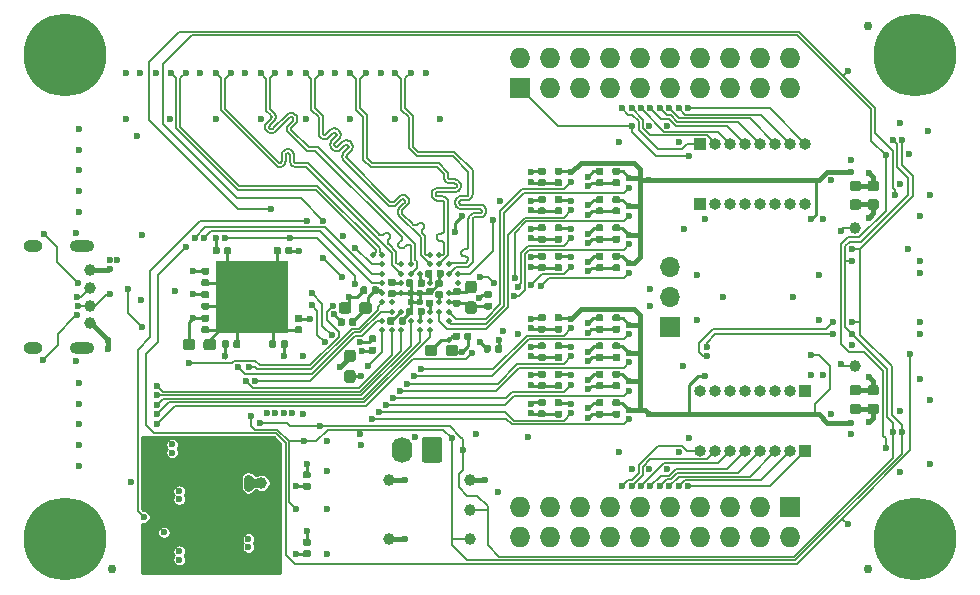
<source format=gbl>
G04 #@! TF.GenerationSoftware,KiCad,Pcbnew,5.1.5-52549c5~84~ubuntu19.10.1*
G04 #@! TF.CreationDate,2020-03-17T13:52:51+01:00*
G04 #@! TF.ProjectId,glasgow,676c6173-676f-4772-9e6b-696361645f70,rev?*
G04 #@! TF.SameCoordinates,Original*
G04 #@! TF.FileFunction,Copper,L4,Bot*
G04 #@! TF.FilePolarity,Positive*
%FSLAX46Y46*%
G04 Gerber Fmt 4.6, Leading zero omitted, Abs format (unit mm)*
G04 Created by KiCad (PCBNEW 5.1.5-52549c5~84~ubuntu19.10.1) date 2020-03-17 13:52:51*
%MOMM*%
%LPD*%
G04 APERTURE LIST*
%ADD10O,2.100000X1.000000*%
%ADD11O,1.600000X1.000000*%
%ADD12C,0.100000*%
%ADD13O,1.740000X2.200000*%
%ADD14C,1.000000*%
%ADD15R,1.000000X1.600000*%
%ADD16C,0.650000*%
%ADD17O,1.727200X1.727200*%
%ADD18R,1.727200X1.727200*%
%ADD19O,1.000000X1.000000*%
%ADD20R,1.000000X1.000000*%
%ADD21O,1.700000X1.700000*%
%ADD22R,1.700000X1.700000*%
%ADD23C,0.750000*%
%ADD24R,6.100000X6.100000*%
%ADD25C,0.600000*%
%ADD26C,0.800000*%
%ADD27C,7.000000*%
%ADD28C,0.500000*%
%ADD29C,0.150000*%
%ADD30C,0.250000*%
%ADD31C,0.450000*%
%ADD32C,0.750000*%
%ADD33C,0.190000*%
%ADD34C,0.254000*%
G04 APERTURE END LIST*
D10*
X55485000Y-91155000D03*
X55485000Y-99795000D03*
D11*
X51305000Y-91155000D03*
X51305000Y-99795000D03*
G04 #@! TA.AperFunction,ComponentPad*
D12*
G36*
X85744505Y-107301204D02*
G01*
X85768773Y-107304804D01*
X85792572Y-107310765D01*
X85815671Y-107319030D01*
X85837850Y-107329520D01*
X85858893Y-107342132D01*
X85878599Y-107356747D01*
X85896777Y-107373223D01*
X85913253Y-107391401D01*
X85927868Y-107411107D01*
X85940480Y-107432150D01*
X85950970Y-107454329D01*
X85959235Y-107477428D01*
X85965196Y-107501227D01*
X85968796Y-107525495D01*
X85970000Y-107549999D01*
X85970000Y-109250001D01*
X85968796Y-109274505D01*
X85965196Y-109298773D01*
X85959235Y-109322572D01*
X85950970Y-109345671D01*
X85940480Y-109367850D01*
X85927868Y-109388893D01*
X85913253Y-109408599D01*
X85896777Y-109426777D01*
X85878599Y-109443253D01*
X85858893Y-109457868D01*
X85837850Y-109470480D01*
X85815671Y-109480970D01*
X85792572Y-109489235D01*
X85768773Y-109495196D01*
X85744505Y-109498796D01*
X85720001Y-109500000D01*
X84479999Y-109500000D01*
X84455495Y-109498796D01*
X84431227Y-109495196D01*
X84407428Y-109489235D01*
X84384329Y-109480970D01*
X84362150Y-109470480D01*
X84341107Y-109457868D01*
X84321401Y-109443253D01*
X84303223Y-109426777D01*
X84286747Y-109408599D01*
X84272132Y-109388893D01*
X84259520Y-109367850D01*
X84249030Y-109345671D01*
X84240765Y-109322572D01*
X84234804Y-109298773D01*
X84231204Y-109274505D01*
X84230000Y-109250001D01*
X84230000Y-107549999D01*
X84231204Y-107525495D01*
X84234804Y-107501227D01*
X84240765Y-107477428D01*
X84249030Y-107454329D01*
X84259520Y-107432150D01*
X84272132Y-107411107D01*
X84286747Y-107391401D01*
X84303223Y-107373223D01*
X84321401Y-107356747D01*
X84341107Y-107342132D01*
X84362150Y-107329520D01*
X84384329Y-107319030D01*
X84407428Y-107310765D01*
X84431227Y-107304804D01*
X84455495Y-107301204D01*
X84479999Y-107300000D01*
X85720001Y-107300000D01*
X85744505Y-107301204D01*
G37*
G04 #@! TD.AperFunction*
D13*
X82560000Y-108400000D03*
D14*
X56150000Y-94700000D03*
X120900000Y-89650000D03*
X120900000Y-101350000D03*
G04 #@! TA.AperFunction,SMDPad,CuDef*
D12*
G36*
X121227691Y-85626053D02*
G01*
X121248926Y-85629203D01*
X121269750Y-85634419D01*
X121289962Y-85641651D01*
X121309368Y-85650830D01*
X121327781Y-85661866D01*
X121345024Y-85674654D01*
X121360930Y-85689070D01*
X121375346Y-85704976D01*
X121388134Y-85722219D01*
X121399170Y-85740632D01*
X121408349Y-85760038D01*
X121415581Y-85780250D01*
X121420797Y-85801074D01*
X121423947Y-85822309D01*
X121425000Y-85843750D01*
X121425000Y-86281250D01*
X121423947Y-86302691D01*
X121420797Y-86323926D01*
X121415581Y-86344750D01*
X121408349Y-86364962D01*
X121399170Y-86384368D01*
X121388134Y-86402781D01*
X121375346Y-86420024D01*
X121360930Y-86435930D01*
X121345024Y-86450346D01*
X121327781Y-86463134D01*
X121309368Y-86474170D01*
X121289962Y-86483349D01*
X121269750Y-86490581D01*
X121248926Y-86495797D01*
X121227691Y-86498947D01*
X121206250Y-86500000D01*
X120693750Y-86500000D01*
X120672309Y-86498947D01*
X120651074Y-86495797D01*
X120630250Y-86490581D01*
X120610038Y-86483349D01*
X120590632Y-86474170D01*
X120572219Y-86463134D01*
X120554976Y-86450346D01*
X120539070Y-86435930D01*
X120524654Y-86420024D01*
X120511866Y-86402781D01*
X120500830Y-86384368D01*
X120491651Y-86364962D01*
X120484419Y-86344750D01*
X120479203Y-86323926D01*
X120476053Y-86302691D01*
X120475000Y-86281250D01*
X120475000Y-85843750D01*
X120476053Y-85822309D01*
X120479203Y-85801074D01*
X120484419Y-85780250D01*
X120491651Y-85760038D01*
X120500830Y-85740632D01*
X120511866Y-85722219D01*
X120524654Y-85704976D01*
X120539070Y-85689070D01*
X120554976Y-85674654D01*
X120572219Y-85661866D01*
X120590632Y-85650830D01*
X120610038Y-85641651D01*
X120630250Y-85634419D01*
X120651074Y-85629203D01*
X120672309Y-85626053D01*
X120693750Y-85625000D01*
X121206250Y-85625000D01*
X121227691Y-85626053D01*
G37*
G04 #@! TD.AperFunction*
G04 #@! TA.AperFunction,SMDPad,CuDef*
G36*
X121227691Y-87201053D02*
G01*
X121248926Y-87204203D01*
X121269750Y-87209419D01*
X121289962Y-87216651D01*
X121309368Y-87225830D01*
X121327781Y-87236866D01*
X121345024Y-87249654D01*
X121360930Y-87264070D01*
X121375346Y-87279976D01*
X121388134Y-87297219D01*
X121399170Y-87315632D01*
X121408349Y-87335038D01*
X121415581Y-87355250D01*
X121420797Y-87376074D01*
X121423947Y-87397309D01*
X121425000Y-87418750D01*
X121425000Y-87856250D01*
X121423947Y-87877691D01*
X121420797Y-87898926D01*
X121415581Y-87919750D01*
X121408349Y-87939962D01*
X121399170Y-87959368D01*
X121388134Y-87977781D01*
X121375346Y-87995024D01*
X121360930Y-88010930D01*
X121345024Y-88025346D01*
X121327781Y-88038134D01*
X121309368Y-88049170D01*
X121289962Y-88058349D01*
X121269750Y-88065581D01*
X121248926Y-88070797D01*
X121227691Y-88073947D01*
X121206250Y-88075000D01*
X120693750Y-88075000D01*
X120672309Y-88073947D01*
X120651074Y-88070797D01*
X120630250Y-88065581D01*
X120610038Y-88058349D01*
X120590632Y-88049170D01*
X120572219Y-88038134D01*
X120554976Y-88025346D01*
X120539070Y-88010930D01*
X120524654Y-87995024D01*
X120511866Y-87977781D01*
X120500830Y-87959368D01*
X120491651Y-87939962D01*
X120484419Y-87919750D01*
X120479203Y-87898926D01*
X120476053Y-87877691D01*
X120475000Y-87856250D01*
X120475000Y-87418750D01*
X120476053Y-87397309D01*
X120479203Y-87376074D01*
X120484419Y-87355250D01*
X120491651Y-87335038D01*
X120500830Y-87315632D01*
X120511866Y-87297219D01*
X120524654Y-87279976D01*
X120539070Y-87264070D01*
X120554976Y-87249654D01*
X120572219Y-87236866D01*
X120590632Y-87225830D01*
X120610038Y-87216651D01*
X120630250Y-87209419D01*
X120651074Y-87204203D01*
X120672309Y-87201053D01*
X120693750Y-87200000D01*
X121206250Y-87200000D01*
X121227691Y-87201053D01*
G37*
G04 #@! TD.AperFunction*
G04 #@! TA.AperFunction,SMDPad,CuDef*
G36*
X121227691Y-104501053D02*
G01*
X121248926Y-104504203D01*
X121269750Y-104509419D01*
X121289962Y-104516651D01*
X121309368Y-104525830D01*
X121327781Y-104536866D01*
X121345024Y-104549654D01*
X121360930Y-104564070D01*
X121375346Y-104579976D01*
X121388134Y-104597219D01*
X121399170Y-104615632D01*
X121408349Y-104635038D01*
X121415581Y-104655250D01*
X121420797Y-104676074D01*
X121423947Y-104697309D01*
X121425000Y-104718750D01*
X121425000Y-105156250D01*
X121423947Y-105177691D01*
X121420797Y-105198926D01*
X121415581Y-105219750D01*
X121408349Y-105239962D01*
X121399170Y-105259368D01*
X121388134Y-105277781D01*
X121375346Y-105295024D01*
X121360930Y-105310930D01*
X121345024Y-105325346D01*
X121327781Y-105338134D01*
X121309368Y-105349170D01*
X121289962Y-105358349D01*
X121269750Y-105365581D01*
X121248926Y-105370797D01*
X121227691Y-105373947D01*
X121206250Y-105375000D01*
X120693750Y-105375000D01*
X120672309Y-105373947D01*
X120651074Y-105370797D01*
X120630250Y-105365581D01*
X120610038Y-105358349D01*
X120590632Y-105349170D01*
X120572219Y-105338134D01*
X120554976Y-105325346D01*
X120539070Y-105310930D01*
X120524654Y-105295024D01*
X120511866Y-105277781D01*
X120500830Y-105259368D01*
X120491651Y-105239962D01*
X120484419Y-105219750D01*
X120479203Y-105198926D01*
X120476053Y-105177691D01*
X120475000Y-105156250D01*
X120475000Y-104718750D01*
X120476053Y-104697309D01*
X120479203Y-104676074D01*
X120484419Y-104655250D01*
X120491651Y-104635038D01*
X120500830Y-104615632D01*
X120511866Y-104597219D01*
X120524654Y-104579976D01*
X120539070Y-104564070D01*
X120554976Y-104549654D01*
X120572219Y-104536866D01*
X120590632Y-104525830D01*
X120610038Y-104516651D01*
X120630250Y-104509419D01*
X120651074Y-104504203D01*
X120672309Y-104501053D01*
X120693750Y-104500000D01*
X121206250Y-104500000D01*
X121227691Y-104501053D01*
G37*
G04 #@! TD.AperFunction*
G04 #@! TA.AperFunction,SMDPad,CuDef*
G36*
X121227691Y-102926053D02*
G01*
X121248926Y-102929203D01*
X121269750Y-102934419D01*
X121289962Y-102941651D01*
X121309368Y-102950830D01*
X121327781Y-102961866D01*
X121345024Y-102974654D01*
X121360930Y-102989070D01*
X121375346Y-103004976D01*
X121388134Y-103022219D01*
X121399170Y-103040632D01*
X121408349Y-103060038D01*
X121415581Y-103080250D01*
X121420797Y-103101074D01*
X121423947Y-103122309D01*
X121425000Y-103143750D01*
X121425000Y-103581250D01*
X121423947Y-103602691D01*
X121420797Y-103623926D01*
X121415581Y-103644750D01*
X121408349Y-103664962D01*
X121399170Y-103684368D01*
X121388134Y-103702781D01*
X121375346Y-103720024D01*
X121360930Y-103735930D01*
X121345024Y-103750346D01*
X121327781Y-103763134D01*
X121309368Y-103774170D01*
X121289962Y-103783349D01*
X121269750Y-103790581D01*
X121248926Y-103795797D01*
X121227691Y-103798947D01*
X121206250Y-103800000D01*
X120693750Y-103800000D01*
X120672309Y-103798947D01*
X120651074Y-103795797D01*
X120630250Y-103790581D01*
X120610038Y-103783349D01*
X120590632Y-103774170D01*
X120572219Y-103763134D01*
X120554976Y-103750346D01*
X120539070Y-103735930D01*
X120524654Y-103720024D01*
X120511866Y-103702781D01*
X120500830Y-103684368D01*
X120491651Y-103664962D01*
X120484419Y-103644750D01*
X120479203Y-103623926D01*
X120476053Y-103602691D01*
X120475000Y-103581250D01*
X120475000Y-103143750D01*
X120476053Y-103122309D01*
X120479203Y-103101074D01*
X120484419Y-103080250D01*
X120491651Y-103060038D01*
X120500830Y-103040632D01*
X120511866Y-103022219D01*
X120524654Y-103004976D01*
X120539070Y-102989070D01*
X120554976Y-102974654D01*
X120572219Y-102961866D01*
X120590632Y-102950830D01*
X120610038Y-102941651D01*
X120630250Y-102934419D01*
X120651074Y-102929203D01*
X120672309Y-102926053D01*
X120693750Y-102925000D01*
X121206250Y-102925000D01*
X121227691Y-102926053D01*
G37*
G04 #@! TD.AperFunction*
G04 #@! TA.AperFunction,SMDPad,CuDef*
G36*
X122727691Y-85626053D02*
G01*
X122748926Y-85629203D01*
X122769750Y-85634419D01*
X122789962Y-85641651D01*
X122809368Y-85650830D01*
X122827781Y-85661866D01*
X122845024Y-85674654D01*
X122860930Y-85689070D01*
X122875346Y-85704976D01*
X122888134Y-85722219D01*
X122899170Y-85740632D01*
X122908349Y-85760038D01*
X122915581Y-85780250D01*
X122920797Y-85801074D01*
X122923947Y-85822309D01*
X122925000Y-85843750D01*
X122925000Y-86281250D01*
X122923947Y-86302691D01*
X122920797Y-86323926D01*
X122915581Y-86344750D01*
X122908349Y-86364962D01*
X122899170Y-86384368D01*
X122888134Y-86402781D01*
X122875346Y-86420024D01*
X122860930Y-86435930D01*
X122845024Y-86450346D01*
X122827781Y-86463134D01*
X122809368Y-86474170D01*
X122789962Y-86483349D01*
X122769750Y-86490581D01*
X122748926Y-86495797D01*
X122727691Y-86498947D01*
X122706250Y-86500000D01*
X122193750Y-86500000D01*
X122172309Y-86498947D01*
X122151074Y-86495797D01*
X122130250Y-86490581D01*
X122110038Y-86483349D01*
X122090632Y-86474170D01*
X122072219Y-86463134D01*
X122054976Y-86450346D01*
X122039070Y-86435930D01*
X122024654Y-86420024D01*
X122011866Y-86402781D01*
X122000830Y-86384368D01*
X121991651Y-86364962D01*
X121984419Y-86344750D01*
X121979203Y-86323926D01*
X121976053Y-86302691D01*
X121975000Y-86281250D01*
X121975000Y-85843750D01*
X121976053Y-85822309D01*
X121979203Y-85801074D01*
X121984419Y-85780250D01*
X121991651Y-85760038D01*
X122000830Y-85740632D01*
X122011866Y-85722219D01*
X122024654Y-85704976D01*
X122039070Y-85689070D01*
X122054976Y-85674654D01*
X122072219Y-85661866D01*
X122090632Y-85650830D01*
X122110038Y-85641651D01*
X122130250Y-85634419D01*
X122151074Y-85629203D01*
X122172309Y-85626053D01*
X122193750Y-85625000D01*
X122706250Y-85625000D01*
X122727691Y-85626053D01*
G37*
G04 #@! TD.AperFunction*
G04 #@! TA.AperFunction,SMDPad,CuDef*
G36*
X122727691Y-87201053D02*
G01*
X122748926Y-87204203D01*
X122769750Y-87209419D01*
X122789962Y-87216651D01*
X122809368Y-87225830D01*
X122827781Y-87236866D01*
X122845024Y-87249654D01*
X122860930Y-87264070D01*
X122875346Y-87279976D01*
X122888134Y-87297219D01*
X122899170Y-87315632D01*
X122908349Y-87335038D01*
X122915581Y-87355250D01*
X122920797Y-87376074D01*
X122923947Y-87397309D01*
X122925000Y-87418750D01*
X122925000Y-87856250D01*
X122923947Y-87877691D01*
X122920797Y-87898926D01*
X122915581Y-87919750D01*
X122908349Y-87939962D01*
X122899170Y-87959368D01*
X122888134Y-87977781D01*
X122875346Y-87995024D01*
X122860930Y-88010930D01*
X122845024Y-88025346D01*
X122827781Y-88038134D01*
X122809368Y-88049170D01*
X122789962Y-88058349D01*
X122769750Y-88065581D01*
X122748926Y-88070797D01*
X122727691Y-88073947D01*
X122706250Y-88075000D01*
X122193750Y-88075000D01*
X122172309Y-88073947D01*
X122151074Y-88070797D01*
X122130250Y-88065581D01*
X122110038Y-88058349D01*
X122090632Y-88049170D01*
X122072219Y-88038134D01*
X122054976Y-88025346D01*
X122039070Y-88010930D01*
X122024654Y-87995024D01*
X122011866Y-87977781D01*
X122000830Y-87959368D01*
X121991651Y-87939962D01*
X121984419Y-87919750D01*
X121979203Y-87898926D01*
X121976053Y-87877691D01*
X121975000Y-87856250D01*
X121975000Y-87418750D01*
X121976053Y-87397309D01*
X121979203Y-87376074D01*
X121984419Y-87355250D01*
X121991651Y-87335038D01*
X122000830Y-87315632D01*
X122011866Y-87297219D01*
X122024654Y-87279976D01*
X122039070Y-87264070D01*
X122054976Y-87249654D01*
X122072219Y-87236866D01*
X122090632Y-87225830D01*
X122110038Y-87216651D01*
X122130250Y-87209419D01*
X122151074Y-87204203D01*
X122172309Y-87201053D01*
X122193750Y-87200000D01*
X122706250Y-87200000D01*
X122727691Y-87201053D01*
G37*
G04 #@! TD.AperFunction*
G04 #@! TA.AperFunction,SMDPad,CuDef*
G36*
X122727691Y-104501053D02*
G01*
X122748926Y-104504203D01*
X122769750Y-104509419D01*
X122789962Y-104516651D01*
X122809368Y-104525830D01*
X122827781Y-104536866D01*
X122845024Y-104549654D01*
X122860930Y-104564070D01*
X122875346Y-104579976D01*
X122888134Y-104597219D01*
X122899170Y-104615632D01*
X122908349Y-104635038D01*
X122915581Y-104655250D01*
X122920797Y-104676074D01*
X122923947Y-104697309D01*
X122925000Y-104718750D01*
X122925000Y-105156250D01*
X122923947Y-105177691D01*
X122920797Y-105198926D01*
X122915581Y-105219750D01*
X122908349Y-105239962D01*
X122899170Y-105259368D01*
X122888134Y-105277781D01*
X122875346Y-105295024D01*
X122860930Y-105310930D01*
X122845024Y-105325346D01*
X122827781Y-105338134D01*
X122809368Y-105349170D01*
X122789962Y-105358349D01*
X122769750Y-105365581D01*
X122748926Y-105370797D01*
X122727691Y-105373947D01*
X122706250Y-105375000D01*
X122193750Y-105375000D01*
X122172309Y-105373947D01*
X122151074Y-105370797D01*
X122130250Y-105365581D01*
X122110038Y-105358349D01*
X122090632Y-105349170D01*
X122072219Y-105338134D01*
X122054976Y-105325346D01*
X122039070Y-105310930D01*
X122024654Y-105295024D01*
X122011866Y-105277781D01*
X122000830Y-105259368D01*
X121991651Y-105239962D01*
X121984419Y-105219750D01*
X121979203Y-105198926D01*
X121976053Y-105177691D01*
X121975000Y-105156250D01*
X121975000Y-104718750D01*
X121976053Y-104697309D01*
X121979203Y-104676074D01*
X121984419Y-104655250D01*
X121991651Y-104635038D01*
X122000830Y-104615632D01*
X122011866Y-104597219D01*
X122024654Y-104579976D01*
X122039070Y-104564070D01*
X122054976Y-104549654D01*
X122072219Y-104536866D01*
X122090632Y-104525830D01*
X122110038Y-104516651D01*
X122130250Y-104509419D01*
X122151074Y-104504203D01*
X122172309Y-104501053D01*
X122193750Y-104500000D01*
X122706250Y-104500000D01*
X122727691Y-104501053D01*
G37*
G04 #@! TD.AperFunction*
G04 #@! TA.AperFunction,SMDPad,CuDef*
G36*
X122727691Y-102926053D02*
G01*
X122748926Y-102929203D01*
X122769750Y-102934419D01*
X122789962Y-102941651D01*
X122809368Y-102950830D01*
X122827781Y-102961866D01*
X122845024Y-102974654D01*
X122860930Y-102989070D01*
X122875346Y-103004976D01*
X122888134Y-103022219D01*
X122899170Y-103040632D01*
X122908349Y-103060038D01*
X122915581Y-103080250D01*
X122920797Y-103101074D01*
X122923947Y-103122309D01*
X122925000Y-103143750D01*
X122925000Y-103581250D01*
X122923947Y-103602691D01*
X122920797Y-103623926D01*
X122915581Y-103644750D01*
X122908349Y-103664962D01*
X122899170Y-103684368D01*
X122888134Y-103702781D01*
X122875346Y-103720024D01*
X122860930Y-103735930D01*
X122845024Y-103750346D01*
X122827781Y-103763134D01*
X122809368Y-103774170D01*
X122789962Y-103783349D01*
X122769750Y-103790581D01*
X122748926Y-103795797D01*
X122727691Y-103798947D01*
X122706250Y-103800000D01*
X122193750Y-103800000D01*
X122172309Y-103798947D01*
X122151074Y-103795797D01*
X122130250Y-103790581D01*
X122110038Y-103783349D01*
X122090632Y-103774170D01*
X122072219Y-103763134D01*
X122054976Y-103750346D01*
X122039070Y-103735930D01*
X122024654Y-103720024D01*
X122011866Y-103702781D01*
X122000830Y-103684368D01*
X121991651Y-103664962D01*
X121984419Y-103644750D01*
X121979203Y-103623926D01*
X121976053Y-103602691D01*
X121975000Y-103581250D01*
X121975000Y-103143750D01*
X121976053Y-103122309D01*
X121979203Y-103101074D01*
X121984419Y-103080250D01*
X121991651Y-103060038D01*
X122000830Y-103040632D01*
X122011866Y-103022219D01*
X122024654Y-103004976D01*
X122039070Y-102989070D01*
X122054976Y-102974654D01*
X122072219Y-102961866D01*
X122090632Y-102950830D01*
X122110038Y-102941651D01*
X122130250Y-102934419D01*
X122151074Y-102929203D01*
X122172309Y-102926053D01*
X122193750Y-102925000D01*
X122706250Y-102925000D01*
X122727691Y-102926053D01*
G37*
G04 #@! TD.AperFunction*
D15*
X65900000Y-109900000D03*
D16*
X65900000Y-109500000D03*
X65900000Y-110300000D03*
D15*
X65900000Y-115000000D03*
D16*
X65900000Y-114600000D03*
X65900000Y-115400000D03*
D14*
X70650000Y-111200000D03*
X56150000Y-96200000D03*
X56150000Y-97700000D03*
X56150000Y-93200000D03*
D17*
X115430000Y-75230000D03*
X115430000Y-77770000D03*
X112890000Y-75230000D03*
X112890000Y-77770000D03*
X110350000Y-75230000D03*
X110350000Y-77770000D03*
X107810000Y-75230000D03*
X107810000Y-77770000D03*
X105270000Y-75230000D03*
X105270000Y-77770000D03*
X102730000Y-75230000D03*
X102730000Y-77770000D03*
X100190000Y-75230000D03*
X100190000Y-77770000D03*
X97650000Y-75230000D03*
X97650000Y-77770000D03*
X95110000Y-75230000D03*
X95110000Y-77770000D03*
X92570000Y-75230000D03*
D18*
X92570000Y-77770000D03*
D19*
X107810000Y-103420000D03*
X109080000Y-103420000D03*
X110350000Y-103420000D03*
X111620000Y-103420000D03*
X112890000Y-103420000D03*
X114160000Y-103420000D03*
X115430000Y-103420000D03*
D20*
X116700000Y-103420000D03*
D19*
X107810000Y-108500000D03*
X109080000Y-108500000D03*
X110350000Y-108500000D03*
X111620000Y-108500000D03*
X112890000Y-108500000D03*
X114160000Y-108500000D03*
X115430000Y-108500000D03*
D20*
X116700000Y-108500000D03*
D14*
X81500000Y-116000000D03*
X81500000Y-111000000D03*
X88300000Y-116000000D03*
X88300000Y-113500000D03*
X88300000Y-111000000D03*
D21*
X105270000Y-92960000D03*
X105270000Y-95500000D03*
D22*
X105270000Y-98040000D03*
G04 #@! TA.AperFunction,SMDPad,CuDef*
D12*
G36*
X89926958Y-99530710D02*
G01*
X89941276Y-99532834D01*
X89955317Y-99536351D01*
X89968946Y-99541228D01*
X89982031Y-99547417D01*
X89994447Y-99554858D01*
X90006073Y-99563481D01*
X90016798Y-99573202D01*
X90026519Y-99583927D01*
X90035142Y-99595553D01*
X90042583Y-99607969D01*
X90048772Y-99621054D01*
X90053649Y-99634683D01*
X90057166Y-99648724D01*
X90059290Y-99663042D01*
X90060000Y-99677500D01*
X90060000Y-100022500D01*
X90059290Y-100036958D01*
X90057166Y-100051276D01*
X90053649Y-100065317D01*
X90048772Y-100078946D01*
X90042583Y-100092031D01*
X90035142Y-100104447D01*
X90026519Y-100116073D01*
X90016798Y-100126798D01*
X90006073Y-100136519D01*
X89994447Y-100145142D01*
X89982031Y-100152583D01*
X89968946Y-100158772D01*
X89955317Y-100163649D01*
X89941276Y-100167166D01*
X89926958Y-100169290D01*
X89912500Y-100170000D01*
X89617500Y-100170000D01*
X89603042Y-100169290D01*
X89588724Y-100167166D01*
X89574683Y-100163649D01*
X89561054Y-100158772D01*
X89547969Y-100152583D01*
X89535553Y-100145142D01*
X89523927Y-100136519D01*
X89513202Y-100126798D01*
X89503481Y-100116073D01*
X89494858Y-100104447D01*
X89487417Y-100092031D01*
X89481228Y-100078946D01*
X89476351Y-100065317D01*
X89472834Y-100051276D01*
X89470710Y-100036958D01*
X89470000Y-100022500D01*
X89470000Y-99677500D01*
X89470710Y-99663042D01*
X89472834Y-99648724D01*
X89476351Y-99634683D01*
X89481228Y-99621054D01*
X89487417Y-99607969D01*
X89494858Y-99595553D01*
X89503481Y-99583927D01*
X89513202Y-99573202D01*
X89523927Y-99563481D01*
X89535553Y-99554858D01*
X89547969Y-99547417D01*
X89561054Y-99541228D01*
X89574683Y-99536351D01*
X89588724Y-99532834D01*
X89603042Y-99530710D01*
X89617500Y-99530000D01*
X89912500Y-99530000D01*
X89926958Y-99530710D01*
G37*
G04 #@! TD.AperFunction*
G04 #@! TA.AperFunction,SMDPad,CuDef*
G36*
X90896958Y-99530710D02*
G01*
X90911276Y-99532834D01*
X90925317Y-99536351D01*
X90938946Y-99541228D01*
X90952031Y-99547417D01*
X90964447Y-99554858D01*
X90976073Y-99563481D01*
X90986798Y-99573202D01*
X90996519Y-99583927D01*
X91005142Y-99595553D01*
X91012583Y-99607969D01*
X91018772Y-99621054D01*
X91023649Y-99634683D01*
X91027166Y-99648724D01*
X91029290Y-99663042D01*
X91030000Y-99677500D01*
X91030000Y-100022500D01*
X91029290Y-100036958D01*
X91027166Y-100051276D01*
X91023649Y-100065317D01*
X91018772Y-100078946D01*
X91012583Y-100092031D01*
X91005142Y-100104447D01*
X90996519Y-100116073D01*
X90986798Y-100126798D01*
X90976073Y-100136519D01*
X90964447Y-100145142D01*
X90952031Y-100152583D01*
X90938946Y-100158772D01*
X90925317Y-100163649D01*
X90911276Y-100167166D01*
X90896958Y-100169290D01*
X90882500Y-100170000D01*
X90587500Y-100170000D01*
X90573042Y-100169290D01*
X90558724Y-100167166D01*
X90544683Y-100163649D01*
X90531054Y-100158772D01*
X90517969Y-100152583D01*
X90505553Y-100145142D01*
X90493927Y-100136519D01*
X90483202Y-100126798D01*
X90473481Y-100116073D01*
X90464858Y-100104447D01*
X90457417Y-100092031D01*
X90451228Y-100078946D01*
X90446351Y-100065317D01*
X90442834Y-100051276D01*
X90440710Y-100036958D01*
X90440000Y-100022500D01*
X90440000Y-99677500D01*
X90440710Y-99663042D01*
X90442834Y-99648724D01*
X90446351Y-99634683D01*
X90451228Y-99621054D01*
X90457417Y-99607969D01*
X90464858Y-99595553D01*
X90473481Y-99583927D01*
X90483202Y-99573202D01*
X90493927Y-99563481D01*
X90505553Y-99554858D01*
X90517969Y-99547417D01*
X90531054Y-99541228D01*
X90544683Y-99536351D01*
X90558724Y-99532834D01*
X90573042Y-99530710D01*
X90587500Y-99530000D01*
X90882500Y-99530000D01*
X90896958Y-99530710D01*
G37*
G04 #@! TD.AperFunction*
D23*
X122000000Y-118500000D03*
D17*
X92570000Y-115770000D03*
X92570000Y-113230000D03*
X95110000Y-115770000D03*
X95110000Y-113230000D03*
X97650000Y-115770000D03*
X97650000Y-113230000D03*
X100190000Y-115770000D03*
X100190000Y-113230000D03*
X102730000Y-115770000D03*
X102730000Y-113230000D03*
X105270000Y-115770000D03*
X105270000Y-113230000D03*
X107810000Y-115770000D03*
X107810000Y-113230000D03*
X110350000Y-115770000D03*
X110350000Y-113230000D03*
X112890000Y-115770000D03*
X112890000Y-113230000D03*
X115430000Y-115770000D03*
D18*
X115430000Y-113230000D03*
D19*
X116690000Y-87600000D03*
X115420000Y-87600000D03*
X114150000Y-87600000D03*
X112880000Y-87600000D03*
X111610000Y-87600000D03*
X110340000Y-87600000D03*
X109070000Y-87600000D03*
D20*
X107800000Y-87600000D03*
D19*
X116690000Y-82500000D03*
X115420000Y-82500000D03*
X114150000Y-82500000D03*
X112880000Y-82500000D03*
X111610000Y-82500000D03*
X110340000Y-82500000D03*
X109070000Y-82500000D03*
D20*
X107800000Y-82500000D03*
G04 #@! TA.AperFunction,SMDPad,CuDef*
D12*
G36*
X95986958Y-92690710D02*
G01*
X96001276Y-92692834D01*
X96015317Y-92696351D01*
X96028946Y-92701228D01*
X96042031Y-92707417D01*
X96054447Y-92714858D01*
X96066073Y-92723481D01*
X96076798Y-92733202D01*
X96086519Y-92743927D01*
X96095142Y-92755553D01*
X96102583Y-92767969D01*
X96108772Y-92781054D01*
X96113649Y-92794683D01*
X96117166Y-92808724D01*
X96119290Y-92823042D01*
X96120000Y-92837500D01*
X96120000Y-93132500D01*
X96119290Y-93146958D01*
X96117166Y-93161276D01*
X96113649Y-93175317D01*
X96108772Y-93188946D01*
X96102583Y-93202031D01*
X96095142Y-93214447D01*
X96086519Y-93226073D01*
X96076798Y-93236798D01*
X96066073Y-93246519D01*
X96054447Y-93255142D01*
X96042031Y-93262583D01*
X96028946Y-93268772D01*
X96015317Y-93273649D01*
X96001276Y-93277166D01*
X95986958Y-93279290D01*
X95972500Y-93280000D01*
X95627500Y-93280000D01*
X95613042Y-93279290D01*
X95598724Y-93277166D01*
X95584683Y-93273649D01*
X95571054Y-93268772D01*
X95557969Y-93262583D01*
X95545553Y-93255142D01*
X95533927Y-93246519D01*
X95523202Y-93236798D01*
X95513481Y-93226073D01*
X95504858Y-93214447D01*
X95497417Y-93202031D01*
X95491228Y-93188946D01*
X95486351Y-93175317D01*
X95482834Y-93161276D01*
X95480710Y-93146958D01*
X95480000Y-93132500D01*
X95480000Y-92837500D01*
X95480710Y-92823042D01*
X95482834Y-92808724D01*
X95486351Y-92794683D01*
X95491228Y-92781054D01*
X95497417Y-92767969D01*
X95504858Y-92755553D01*
X95513481Y-92743927D01*
X95523202Y-92733202D01*
X95533927Y-92723481D01*
X95545553Y-92714858D01*
X95557969Y-92707417D01*
X95571054Y-92701228D01*
X95584683Y-92696351D01*
X95598724Y-92692834D01*
X95613042Y-92690710D01*
X95627500Y-92690000D01*
X95972500Y-92690000D01*
X95986958Y-92690710D01*
G37*
G04 #@! TD.AperFunction*
G04 #@! TA.AperFunction,SMDPad,CuDef*
G36*
X95986958Y-91720710D02*
G01*
X96001276Y-91722834D01*
X96015317Y-91726351D01*
X96028946Y-91731228D01*
X96042031Y-91737417D01*
X96054447Y-91744858D01*
X96066073Y-91753481D01*
X96076798Y-91763202D01*
X96086519Y-91773927D01*
X96095142Y-91785553D01*
X96102583Y-91797969D01*
X96108772Y-91811054D01*
X96113649Y-91824683D01*
X96117166Y-91838724D01*
X96119290Y-91853042D01*
X96120000Y-91867500D01*
X96120000Y-92162500D01*
X96119290Y-92176958D01*
X96117166Y-92191276D01*
X96113649Y-92205317D01*
X96108772Y-92218946D01*
X96102583Y-92232031D01*
X96095142Y-92244447D01*
X96086519Y-92256073D01*
X96076798Y-92266798D01*
X96066073Y-92276519D01*
X96054447Y-92285142D01*
X96042031Y-92292583D01*
X96028946Y-92298772D01*
X96015317Y-92303649D01*
X96001276Y-92307166D01*
X95986958Y-92309290D01*
X95972500Y-92310000D01*
X95627500Y-92310000D01*
X95613042Y-92309290D01*
X95598724Y-92307166D01*
X95584683Y-92303649D01*
X95571054Y-92298772D01*
X95557969Y-92292583D01*
X95545553Y-92285142D01*
X95533927Y-92276519D01*
X95523202Y-92266798D01*
X95513481Y-92256073D01*
X95504858Y-92244447D01*
X95497417Y-92232031D01*
X95491228Y-92218946D01*
X95486351Y-92205317D01*
X95482834Y-92191276D01*
X95480710Y-92176958D01*
X95480000Y-92162500D01*
X95480000Y-91867500D01*
X95480710Y-91853042D01*
X95482834Y-91838724D01*
X95486351Y-91824683D01*
X95491228Y-91811054D01*
X95497417Y-91797969D01*
X95504858Y-91785553D01*
X95513481Y-91773927D01*
X95523202Y-91763202D01*
X95533927Y-91753481D01*
X95545553Y-91744858D01*
X95557969Y-91737417D01*
X95571054Y-91731228D01*
X95584683Y-91726351D01*
X95598724Y-91722834D01*
X95613042Y-91720710D01*
X95627500Y-91720000D01*
X95972500Y-91720000D01*
X95986958Y-91720710D01*
G37*
G04 #@! TD.AperFunction*
G04 #@! TA.AperFunction,SMDPad,CuDef*
G36*
X99486958Y-90290710D02*
G01*
X99501276Y-90292834D01*
X99515317Y-90296351D01*
X99528946Y-90301228D01*
X99542031Y-90307417D01*
X99554447Y-90314858D01*
X99566073Y-90323481D01*
X99576798Y-90333202D01*
X99586519Y-90343927D01*
X99595142Y-90355553D01*
X99602583Y-90367969D01*
X99608772Y-90381054D01*
X99613649Y-90394683D01*
X99617166Y-90408724D01*
X99619290Y-90423042D01*
X99620000Y-90437500D01*
X99620000Y-90732500D01*
X99619290Y-90746958D01*
X99617166Y-90761276D01*
X99613649Y-90775317D01*
X99608772Y-90788946D01*
X99602583Y-90802031D01*
X99595142Y-90814447D01*
X99586519Y-90826073D01*
X99576798Y-90836798D01*
X99566073Y-90846519D01*
X99554447Y-90855142D01*
X99542031Y-90862583D01*
X99528946Y-90868772D01*
X99515317Y-90873649D01*
X99501276Y-90877166D01*
X99486958Y-90879290D01*
X99472500Y-90880000D01*
X99127500Y-90880000D01*
X99113042Y-90879290D01*
X99098724Y-90877166D01*
X99084683Y-90873649D01*
X99071054Y-90868772D01*
X99057969Y-90862583D01*
X99045553Y-90855142D01*
X99033927Y-90846519D01*
X99023202Y-90836798D01*
X99013481Y-90826073D01*
X99004858Y-90814447D01*
X98997417Y-90802031D01*
X98991228Y-90788946D01*
X98986351Y-90775317D01*
X98982834Y-90761276D01*
X98980710Y-90746958D01*
X98980000Y-90732500D01*
X98980000Y-90437500D01*
X98980710Y-90423042D01*
X98982834Y-90408724D01*
X98986351Y-90394683D01*
X98991228Y-90381054D01*
X98997417Y-90367969D01*
X99004858Y-90355553D01*
X99013481Y-90343927D01*
X99023202Y-90333202D01*
X99033927Y-90323481D01*
X99045553Y-90314858D01*
X99057969Y-90307417D01*
X99071054Y-90301228D01*
X99084683Y-90296351D01*
X99098724Y-90292834D01*
X99113042Y-90290710D01*
X99127500Y-90290000D01*
X99472500Y-90290000D01*
X99486958Y-90290710D01*
G37*
G04 #@! TD.AperFunction*
G04 #@! TA.AperFunction,SMDPad,CuDef*
G36*
X99486958Y-89320710D02*
G01*
X99501276Y-89322834D01*
X99515317Y-89326351D01*
X99528946Y-89331228D01*
X99542031Y-89337417D01*
X99554447Y-89344858D01*
X99566073Y-89353481D01*
X99576798Y-89363202D01*
X99586519Y-89373927D01*
X99595142Y-89385553D01*
X99602583Y-89397969D01*
X99608772Y-89411054D01*
X99613649Y-89424683D01*
X99617166Y-89438724D01*
X99619290Y-89453042D01*
X99620000Y-89467500D01*
X99620000Y-89762500D01*
X99619290Y-89776958D01*
X99617166Y-89791276D01*
X99613649Y-89805317D01*
X99608772Y-89818946D01*
X99602583Y-89832031D01*
X99595142Y-89844447D01*
X99586519Y-89856073D01*
X99576798Y-89866798D01*
X99566073Y-89876519D01*
X99554447Y-89885142D01*
X99542031Y-89892583D01*
X99528946Y-89898772D01*
X99515317Y-89903649D01*
X99501276Y-89907166D01*
X99486958Y-89909290D01*
X99472500Y-89910000D01*
X99127500Y-89910000D01*
X99113042Y-89909290D01*
X99098724Y-89907166D01*
X99084683Y-89903649D01*
X99071054Y-89898772D01*
X99057969Y-89892583D01*
X99045553Y-89885142D01*
X99033927Y-89876519D01*
X99023202Y-89866798D01*
X99013481Y-89856073D01*
X99004858Y-89844447D01*
X98997417Y-89832031D01*
X98991228Y-89818946D01*
X98986351Y-89805317D01*
X98982834Y-89791276D01*
X98980710Y-89776958D01*
X98980000Y-89762500D01*
X98980000Y-89467500D01*
X98980710Y-89453042D01*
X98982834Y-89438724D01*
X98986351Y-89424683D01*
X98991228Y-89411054D01*
X98997417Y-89397969D01*
X99004858Y-89385553D01*
X99013481Y-89373927D01*
X99023202Y-89363202D01*
X99033927Y-89353481D01*
X99045553Y-89344858D01*
X99057969Y-89337417D01*
X99071054Y-89331228D01*
X99084683Y-89326351D01*
X99098724Y-89322834D01*
X99113042Y-89320710D01*
X99127500Y-89320000D01*
X99472500Y-89320000D01*
X99486958Y-89320710D01*
G37*
G04 #@! TD.AperFunction*
G04 #@! TA.AperFunction,SMDPad,CuDef*
G36*
X99486958Y-87890710D02*
G01*
X99501276Y-87892834D01*
X99515317Y-87896351D01*
X99528946Y-87901228D01*
X99542031Y-87907417D01*
X99554447Y-87914858D01*
X99566073Y-87923481D01*
X99576798Y-87933202D01*
X99586519Y-87943927D01*
X99595142Y-87955553D01*
X99602583Y-87967969D01*
X99608772Y-87981054D01*
X99613649Y-87994683D01*
X99617166Y-88008724D01*
X99619290Y-88023042D01*
X99620000Y-88037500D01*
X99620000Y-88332500D01*
X99619290Y-88346958D01*
X99617166Y-88361276D01*
X99613649Y-88375317D01*
X99608772Y-88388946D01*
X99602583Y-88402031D01*
X99595142Y-88414447D01*
X99586519Y-88426073D01*
X99576798Y-88436798D01*
X99566073Y-88446519D01*
X99554447Y-88455142D01*
X99542031Y-88462583D01*
X99528946Y-88468772D01*
X99515317Y-88473649D01*
X99501276Y-88477166D01*
X99486958Y-88479290D01*
X99472500Y-88480000D01*
X99127500Y-88480000D01*
X99113042Y-88479290D01*
X99098724Y-88477166D01*
X99084683Y-88473649D01*
X99071054Y-88468772D01*
X99057969Y-88462583D01*
X99045553Y-88455142D01*
X99033927Y-88446519D01*
X99023202Y-88436798D01*
X99013481Y-88426073D01*
X99004858Y-88414447D01*
X98997417Y-88402031D01*
X98991228Y-88388946D01*
X98986351Y-88375317D01*
X98982834Y-88361276D01*
X98980710Y-88346958D01*
X98980000Y-88332500D01*
X98980000Y-88037500D01*
X98980710Y-88023042D01*
X98982834Y-88008724D01*
X98986351Y-87994683D01*
X98991228Y-87981054D01*
X98997417Y-87967969D01*
X99004858Y-87955553D01*
X99013481Y-87943927D01*
X99023202Y-87933202D01*
X99033927Y-87923481D01*
X99045553Y-87914858D01*
X99057969Y-87907417D01*
X99071054Y-87901228D01*
X99084683Y-87896351D01*
X99098724Y-87892834D01*
X99113042Y-87890710D01*
X99127500Y-87890000D01*
X99472500Y-87890000D01*
X99486958Y-87890710D01*
G37*
G04 #@! TD.AperFunction*
G04 #@! TA.AperFunction,SMDPad,CuDef*
G36*
X99486958Y-86920710D02*
G01*
X99501276Y-86922834D01*
X99515317Y-86926351D01*
X99528946Y-86931228D01*
X99542031Y-86937417D01*
X99554447Y-86944858D01*
X99566073Y-86953481D01*
X99576798Y-86963202D01*
X99586519Y-86973927D01*
X99595142Y-86985553D01*
X99602583Y-86997969D01*
X99608772Y-87011054D01*
X99613649Y-87024683D01*
X99617166Y-87038724D01*
X99619290Y-87053042D01*
X99620000Y-87067500D01*
X99620000Y-87362500D01*
X99619290Y-87376958D01*
X99617166Y-87391276D01*
X99613649Y-87405317D01*
X99608772Y-87418946D01*
X99602583Y-87432031D01*
X99595142Y-87444447D01*
X99586519Y-87456073D01*
X99576798Y-87466798D01*
X99566073Y-87476519D01*
X99554447Y-87485142D01*
X99542031Y-87492583D01*
X99528946Y-87498772D01*
X99515317Y-87503649D01*
X99501276Y-87507166D01*
X99486958Y-87509290D01*
X99472500Y-87510000D01*
X99127500Y-87510000D01*
X99113042Y-87509290D01*
X99098724Y-87507166D01*
X99084683Y-87503649D01*
X99071054Y-87498772D01*
X99057969Y-87492583D01*
X99045553Y-87485142D01*
X99033927Y-87476519D01*
X99023202Y-87466798D01*
X99013481Y-87456073D01*
X99004858Y-87444447D01*
X98997417Y-87432031D01*
X98991228Y-87418946D01*
X98986351Y-87405317D01*
X98982834Y-87391276D01*
X98980710Y-87376958D01*
X98980000Y-87362500D01*
X98980000Y-87067500D01*
X98980710Y-87053042D01*
X98982834Y-87038724D01*
X98986351Y-87024683D01*
X98991228Y-87011054D01*
X98997417Y-86997969D01*
X99004858Y-86985553D01*
X99013481Y-86973927D01*
X99023202Y-86963202D01*
X99033927Y-86953481D01*
X99045553Y-86944858D01*
X99057969Y-86937417D01*
X99071054Y-86931228D01*
X99084683Y-86926351D01*
X99098724Y-86922834D01*
X99113042Y-86920710D01*
X99127500Y-86920000D01*
X99472500Y-86920000D01*
X99486958Y-86920710D01*
G37*
G04 #@! TD.AperFunction*
G04 #@! TA.AperFunction,SMDPad,CuDef*
G36*
X99486958Y-85490710D02*
G01*
X99501276Y-85492834D01*
X99515317Y-85496351D01*
X99528946Y-85501228D01*
X99542031Y-85507417D01*
X99554447Y-85514858D01*
X99566073Y-85523481D01*
X99576798Y-85533202D01*
X99586519Y-85543927D01*
X99595142Y-85555553D01*
X99602583Y-85567969D01*
X99608772Y-85581054D01*
X99613649Y-85594683D01*
X99617166Y-85608724D01*
X99619290Y-85623042D01*
X99620000Y-85637500D01*
X99620000Y-85932500D01*
X99619290Y-85946958D01*
X99617166Y-85961276D01*
X99613649Y-85975317D01*
X99608772Y-85988946D01*
X99602583Y-86002031D01*
X99595142Y-86014447D01*
X99586519Y-86026073D01*
X99576798Y-86036798D01*
X99566073Y-86046519D01*
X99554447Y-86055142D01*
X99542031Y-86062583D01*
X99528946Y-86068772D01*
X99515317Y-86073649D01*
X99501276Y-86077166D01*
X99486958Y-86079290D01*
X99472500Y-86080000D01*
X99127500Y-86080000D01*
X99113042Y-86079290D01*
X99098724Y-86077166D01*
X99084683Y-86073649D01*
X99071054Y-86068772D01*
X99057969Y-86062583D01*
X99045553Y-86055142D01*
X99033927Y-86046519D01*
X99023202Y-86036798D01*
X99013481Y-86026073D01*
X99004858Y-86014447D01*
X98997417Y-86002031D01*
X98991228Y-85988946D01*
X98986351Y-85975317D01*
X98982834Y-85961276D01*
X98980710Y-85946958D01*
X98980000Y-85932500D01*
X98980000Y-85637500D01*
X98980710Y-85623042D01*
X98982834Y-85608724D01*
X98986351Y-85594683D01*
X98991228Y-85581054D01*
X98997417Y-85567969D01*
X99004858Y-85555553D01*
X99013481Y-85543927D01*
X99023202Y-85533202D01*
X99033927Y-85523481D01*
X99045553Y-85514858D01*
X99057969Y-85507417D01*
X99071054Y-85501228D01*
X99084683Y-85496351D01*
X99098724Y-85492834D01*
X99113042Y-85490710D01*
X99127500Y-85490000D01*
X99472500Y-85490000D01*
X99486958Y-85490710D01*
G37*
G04 #@! TD.AperFunction*
G04 #@! TA.AperFunction,SMDPad,CuDef*
G36*
X99486958Y-84520710D02*
G01*
X99501276Y-84522834D01*
X99515317Y-84526351D01*
X99528946Y-84531228D01*
X99542031Y-84537417D01*
X99554447Y-84544858D01*
X99566073Y-84553481D01*
X99576798Y-84563202D01*
X99586519Y-84573927D01*
X99595142Y-84585553D01*
X99602583Y-84597969D01*
X99608772Y-84611054D01*
X99613649Y-84624683D01*
X99617166Y-84638724D01*
X99619290Y-84653042D01*
X99620000Y-84667500D01*
X99620000Y-84962500D01*
X99619290Y-84976958D01*
X99617166Y-84991276D01*
X99613649Y-85005317D01*
X99608772Y-85018946D01*
X99602583Y-85032031D01*
X99595142Y-85044447D01*
X99586519Y-85056073D01*
X99576798Y-85066798D01*
X99566073Y-85076519D01*
X99554447Y-85085142D01*
X99542031Y-85092583D01*
X99528946Y-85098772D01*
X99515317Y-85103649D01*
X99501276Y-85107166D01*
X99486958Y-85109290D01*
X99472500Y-85110000D01*
X99127500Y-85110000D01*
X99113042Y-85109290D01*
X99098724Y-85107166D01*
X99084683Y-85103649D01*
X99071054Y-85098772D01*
X99057969Y-85092583D01*
X99045553Y-85085142D01*
X99033927Y-85076519D01*
X99023202Y-85066798D01*
X99013481Y-85056073D01*
X99004858Y-85044447D01*
X98997417Y-85032031D01*
X98991228Y-85018946D01*
X98986351Y-85005317D01*
X98982834Y-84991276D01*
X98980710Y-84976958D01*
X98980000Y-84962500D01*
X98980000Y-84667500D01*
X98980710Y-84653042D01*
X98982834Y-84638724D01*
X98986351Y-84624683D01*
X98991228Y-84611054D01*
X98997417Y-84597969D01*
X99004858Y-84585553D01*
X99013481Y-84573927D01*
X99023202Y-84563202D01*
X99033927Y-84553481D01*
X99045553Y-84544858D01*
X99057969Y-84537417D01*
X99071054Y-84531228D01*
X99084683Y-84526351D01*
X99098724Y-84522834D01*
X99113042Y-84520710D01*
X99127500Y-84520000D01*
X99472500Y-84520000D01*
X99486958Y-84520710D01*
G37*
G04 #@! TD.AperFunction*
G04 #@! TA.AperFunction,SMDPad,CuDef*
G36*
X95986958Y-87875710D02*
G01*
X96001276Y-87877834D01*
X96015317Y-87881351D01*
X96028946Y-87886228D01*
X96042031Y-87892417D01*
X96054447Y-87899858D01*
X96066073Y-87908481D01*
X96076798Y-87918202D01*
X96086519Y-87928927D01*
X96095142Y-87940553D01*
X96102583Y-87952969D01*
X96108772Y-87966054D01*
X96113649Y-87979683D01*
X96117166Y-87993724D01*
X96119290Y-88008042D01*
X96120000Y-88022500D01*
X96120000Y-88317500D01*
X96119290Y-88331958D01*
X96117166Y-88346276D01*
X96113649Y-88360317D01*
X96108772Y-88373946D01*
X96102583Y-88387031D01*
X96095142Y-88399447D01*
X96086519Y-88411073D01*
X96076798Y-88421798D01*
X96066073Y-88431519D01*
X96054447Y-88440142D01*
X96042031Y-88447583D01*
X96028946Y-88453772D01*
X96015317Y-88458649D01*
X96001276Y-88462166D01*
X95986958Y-88464290D01*
X95972500Y-88465000D01*
X95627500Y-88465000D01*
X95613042Y-88464290D01*
X95598724Y-88462166D01*
X95584683Y-88458649D01*
X95571054Y-88453772D01*
X95557969Y-88447583D01*
X95545553Y-88440142D01*
X95533927Y-88431519D01*
X95523202Y-88421798D01*
X95513481Y-88411073D01*
X95504858Y-88399447D01*
X95497417Y-88387031D01*
X95491228Y-88373946D01*
X95486351Y-88360317D01*
X95482834Y-88346276D01*
X95480710Y-88331958D01*
X95480000Y-88317500D01*
X95480000Y-88022500D01*
X95480710Y-88008042D01*
X95482834Y-87993724D01*
X95486351Y-87979683D01*
X95491228Y-87966054D01*
X95497417Y-87952969D01*
X95504858Y-87940553D01*
X95513481Y-87928927D01*
X95523202Y-87918202D01*
X95533927Y-87908481D01*
X95545553Y-87899858D01*
X95557969Y-87892417D01*
X95571054Y-87886228D01*
X95584683Y-87881351D01*
X95598724Y-87877834D01*
X95613042Y-87875710D01*
X95627500Y-87875000D01*
X95972500Y-87875000D01*
X95986958Y-87875710D01*
G37*
G04 #@! TD.AperFunction*
G04 #@! TA.AperFunction,SMDPad,CuDef*
G36*
X95986958Y-86905710D02*
G01*
X96001276Y-86907834D01*
X96015317Y-86911351D01*
X96028946Y-86916228D01*
X96042031Y-86922417D01*
X96054447Y-86929858D01*
X96066073Y-86938481D01*
X96076798Y-86948202D01*
X96086519Y-86958927D01*
X96095142Y-86970553D01*
X96102583Y-86982969D01*
X96108772Y-86996054D01*
X96113649Y-87009683D01*
X96117166Y-87023724D01*
X96119290Y-87038042D01*
X96120000Y-87052500D01*
X96120000Y-87347500D01*
X96119290Y-87361958D01*
X96117166Y-87376276D01*
X96113649Y-87390317D01*
X96108772Y-87403946D01*
X96102583Y-87417031D01*
X96095142Y-87429447D01*
X96086519Y-87441073D01*
X96076798Y-87451798D01*
X96066073Y-87461519D01*
X96054447Y-87470142D01*
X96042031Y-87477583D01*
X96028946Y-87483772D01*
X96015317Y-87488649D01*
X96001276Y-87492166D01*
X95986958Y-87494290D01*
X95972500Y-87495000D01*
X95627500Y-87495000D01*
X95613042Y-87494290D01*
X95598724Y-87492166D01*
X95584683Y-87488649D01*
X95571054Y-87483772D01*
X95557969Y-87477583D01*
X95545553Y-87470142D01*
X95533927Y-87461519D01*
X95523202Y-87451798D01*
X95513481Y-87441073D01*
X95504858Y-87429447D01*
X95497417Y-87417031D01*
X95491228Y-87403946D01*
X95486351Y-87390317D01*
X95482834Y-87376276D01*
X95480710Y-87361958D01*
X95480000Y-87347500D01*
X95480000Y-87052500D01*
X95480710Y-87038042D01*
X95482834Y-87023724D01*
X95486351Y-87009683D01*
X95491228Y-86996054D01*
X95497417Y-86982969D01*
X95504858Y-86970553D01*
X95513481Y-86958927D01*
X95523202Y-86948202D01*
X95533927Y-86938481D01*
X95545553Y-86929858D01*
X95557969Y-86922417D01*
X95571054Y-86916228D01*
X95584683Y-86911351D01*
X95598724Y-86907834D01*
X95613042Y-86905710D01*
X95627500Y-86905000D01*
X95972500Y-86905000D01*
X95986958Y-86905710D01*
G37*
G04 #@! TD.AperFunction*
G04 #@! TA.AperFunction,SMDPad,CuDef*
G36*
X94586958Y-90290710D02*
G01*
X94601276Y-90292834D01*
X94615317Y-90296351D01*
X94628946Y-90301228D01*
X94642031Y-90307417D01*
X94654447Y-90314858D01*
X94666073Y-90323481D01*
X94676798Y-90333202D01*
X94686519Y-90343927D01*
X94695142Y-90355553D01*
X94702583Y-90367969D01*
X94708772Y-90381054D01*
X94713649Y-90394683D01*
X94717166Y-90408724D01*
X94719290Y-90423042D01*
X94720000Y-90437500D01*
X94720000Y-90732500D01*
X94719290Y-90746958D01*
X94717166Y-90761276D01*
X94713649Y-90775317D01*
X94708772Y-90788946D01*
X94702583Y-90802031D01*
X94695142Y-90814447D01*
X94686519Y-90826073D01*
X94676798Y-90836798D01*
X94666073Y-90846519D01*
X94654447Y-90855142D01*
X94642031Y-90862583D01*
X94628946Y-90868772D01*
X94615317Y-90873649D01*
X94601276Y-90877166D01*
X94586958Y-90879290D01*
X94572500Y-90880000D01*
X94227500Y-90880000D01*
X94213042Y-90879290D01*
X94198724Y-90877166D01*
X94184683Y-90873649D01*
X94171054Y-90868772D01*
X94157969Y-90862583D01*
X94145553Y-90855142D01*
X94133927Y-90846519D01*
X94123202Y-90836798D01*
X94113481Y-90826073D01*
X94104858Y-90814447D01*
X94097417Y-90802031D01*
X94091228Y-90788946D01*
X94086351Y-90775317D01*
X94082834Y-90761276D01*
X94080710Y-90746958D01*
X94080000Y-90732500D01*
X94080000Y-90437500D01*
X94080710Y-90423042D01*
X94082834Y-90408724D01*
X94086351Y-90394683D01*
X94091228Y-90381054D01*
X94097417Y-90367969D01*
X94104858Y-90355553D01*
X94113481Y-90343927D01*
X94123202Y-90333202D01*
X94133927Y-90323481D01*
X94145553Y-90314858D01*
X94157969Y-90307417D01*
X94171054Y-90301228D01*
X94184683Y-90296351D01*
X94198724Y-90292834D01*
X94213042Y-90290710D01*
X94227500Y-90290000D01*
X94572500Y-90290000D01*
X94586958Y-90290710D01*
G37*
G04 #@! TD.AperFunction*
G04 #@! TA.AperFunction,SMDPad,CuDef*
G36*
X94586958Y-89320710D02*
G01*
X94601276Y-89322834D01*
X94615317Y-89326351D01*
X94628946Y-89331228D01*
X94642031Y-89337417D01*
X94654447Y-89344858D01*
X94666073Y-89353481D01*
X94676798Y-89363202D01*
X94686519Y-89373927D01*
X94695142Y-89385553D01*
X94702583Y-89397969D01*
X94708772Y-89411054D01*
X94713649Y-89424683D01*
X94717166Y-89438724D01*
X94719290Y-89453042D01*
X94720000Y-89467500D01*
X94720000Y-89762500D01*
X94719290Y-89776958D01*
X94717166Y-89791276D01*
X94713649Y-89805317D01*
X94708772Y-89818946D01*
X94702583Y-89832031D01*
X94695142Y-89844447D01*
X94686519Y-89856073D01*
X94676798Y-89866798D01*
X94666073Y-89876519D01*
X94654447Y-89885142D01*
X94642031Y-89892583D01*
X94628946Y-89898772D01*
X94615317Y-89903649D01*
X94601276Y-89907166D01*
X94586958Y-89909290D01*
X94572500Y-89910000D01*
X94227500Y-89910000D01*
X94213042Y-89909290D01*
X94198724Y-89907166D01*
X94184683Y-89903649D01*
X94171054Y-89898772D01*
X94157969Y-89892583D01*
X94145553Y-89885142D01*
X94133927Y-89876519D01*
X94123202Y-89866798D01*
X94113481Y-89856073D01*
X94104858Y-89844447D01*
X94097417Y-89832031D01*
X94091228Y-89818946D01*
X94086351Y-89805317D01*
X94082834Y-89791276D01*
X94080710Y-89776958D01*
X94080000Y-89762500D01*
X94080000Y-89467500D01*
X94080710Y-89453042D01*
X94082834Y-89438724D01*
X94086351Y-89424683D01*
X94091228Y-89411054D01*
X94097417Y-89397969D01*
X94104858Y-89385553D01*
X94113481Y-89373927D01*
X94123202Y-89363202D01*
X94133927Y-89353481D01*
X94145553Y-89344858D01*
X94157969Y-89337417D01*
X94171054Y-89331228D01*
X94184683Y-89326351D01*
X94198724Y-89322834D01*
X94213042Y-89320710D01*
X94227500Y-89320000D01*
X94572500Y-89320000D01*
X94586958Y-89320710D01*
G37*
G04 #@! TD.AperFunction*
G04 #@! TA.AperFunction,SMDPad,CuDef*
G36*
X94586958Y-92690710D02*
G01*
X94601276Y-92692834D01*
X94615317Y-92696351D01*
X94628946Y-92701228D01*
X94642031Y-92707417D01*
X94654447Y-92714858D01*
X94666073Y-92723481D01*
X94676798Y-92733202D01*
X94686519Y-92743927D01*
X94695142Y-92755553D01*
X94702583Y-92767969D01*
X94708772Y-92781054D01*
X94713649Y-92794683D01*
X94717166Y-92808724D01*
X94719290Y-92823042D01*
X94720000Y-92837500D01*
X94720000Y-93132500D01*
X94719290Y-93146958D01*
X94717166Y-93161276D01*
X94713649Y-93175317D01*
X94708772Y-93188946D01*
X94702583Y-93202031D01*
X94695142Y-93214447D01*
X94686519Y-93226073D01*
X94676798Y-93236798D01*
X94666073Y-93246519D01*
X94654447Y-93255142D01*
X94642031Y-93262583D01*
X94628946Y-93268772D01*
X94615317Y-93273649D01*
X94601276Y-93277166D01*
X94586958Y-93279290D01*
X94572500Y-93280000D01*
X94227500Y-93280000D01*
X94213042Y-93279290D01*
X94198724Y-93277166D01*
X94184683Y-93273649D01*
X94171054Y-93268772D01*
X94157969Y-93262583D01*
X94145553Y-93255142D01*
X94133927Y-93246519D01*
X94123202Y-93236798D01*
X94113481Y-93226073D01*
X94104858Y-93214447D01*
X94097417Y-93202031D01*
X94091228Y-93188946D01*
X94086351Y-93175317D01*
X94082834Y-93161276D01*
X94080710Y-93146958D01*
X94080000Y-93132500D01*
X94080000Y-92837500D01*
X94080710Y-92823042D01*
X94082834Y-92808724D01*
X94086351Y-92794683D01*
X94091228Y-92781054D01*
X94097417Y-92767969D01*
X94104858Y-92755553D01*
X94113481Y-92743927D01*
X94123202Y-92733202D01*
X94133927Y-92723481D01*
X94145553Y-92714858D01*
X94157969Y-92707417D01*
X94171054Y-92701228D01*
X94184683Y-92696351D01*
X94198724Y-92692834D01*
X94213042Y-92690710D01*
X94227500Y-92690000D01*
X94572500Y-92690000D01*
X94586958Y-92690710D01*
G37*
G04 #@! TD.AperFunction*
G04 #@! TA.AperFunction,SMDPad,CuDef*
G36*
X94586958Y-91720710D02*
G01*
X94601276Y-91722834D01*
X94615317Y-91726351D01*
X94628946Y-91731228D01*
X94642031Y-91737417D01*
X94654447Y-91744858D01*
X94666073Y-91753481D01*
X94676798Y-91763202D01*
X94686519Y-91773927D01*
X94695142Y-91785553D01*
X94702583Y-91797969D01*
X94708772Y-91811054D01*
X94713649Y-91824683D01*
X94717166Y-91838724D01*
X94719290Y-91853042D01*
X94720000Y-91867500D01*
X94720000Y-92162500D01*
X94719290Y-92176958D01*
X94717166Y-92191276D01*
X94713649Y-92205317D01*
X94708772Y-92218946D01*
X94702583Y-92232031D01*
X94695142Y-92244447D01*
X94686519Y-92256073D01*
X94676798Y-92266798D01*
X94666073Y-92276519D01*
X94654447Y-92285142D01*
X94642031Y-92292583D01*
X94628946Y-92298772D01*
X94615317Y-92303649D01*
X94601276Y-92307166D01*
X94586958Y-92309290D01*
X94572500Y-92310000D01*
X94227500Y-92310000D01*
X94213042Y-92309290D01*
X94198724Y-92307166D01*
X94184683Y-92303649D01*
X94171054Y-92298772D01*
X94157969Y-92292583D01*
X94145553Y-92285142D01*
X94133927Y-92276519D01*
X94123202Y-92266798D01*
X94113481Y-92256073D01*
X94104858Y-92244447D01*
X94097417Y-92232031D01*
X94091228Y-92218946D01*
X94086351Y-92205317D01*
X94082834Y-92191276D01*
X94080710Y-92176958D01*
X94080000Y-92162500D01*
X94080000Y-91867500D01*
X94080710Y-91853042D01*
X94082834Y-91838724D01*
X94086351Y-91824683D01*
X94091228Y-91811054D01*
X94097417Y-91797969D01*
X94104858Y-91785553D01*
X94113481Y-91773927D01*
X94123202Y-91763202D01*
X94133927Y-91753481D01*
X94145553Y-91744858D01*
X94157969Y-91737417D01*
X94171054Y-91731228D01*
X94184683Y-91726351D01*
X94198724Y-91722834D01*
X94213042Y-91720710D01*
X94227500Y-91720000D01*
X94572500Y-91720000D01*
X94586958Y-91720710D01*
G37*
G04 #@! TD.AperFunction*
G04 #@! TA.AperFunction,SMDPad,CuDef*
G36*
X94586958Y-87890710D02*
G01*
X94601276Y-87892834D01*
X94615317Y-87896351D01*
X94628946Y-87901228D01*
X94642031Y-87907417D01*
X94654447Y-87914858D01*
X94666073Y-87923481D01*
X94676798Y-87933202D01*
X94686519Y-87943927D01*
X94695142Y-87955553D01*
X94702583Y-87967969D01*
X94708772Y-87981054D01*
X94713649Y-87994683D01*
X94717166Y-88008724D01*
X94719290Y-88023042D01*
X94720000Y-88037500D01*
X94720000Y-88332500D01*
X94719290Y-88346958D01*
X94717166Y-88361276D01*
X94713649Y-88375317D01*
X94708772Y-88388946D01*
X94702583Y-88402031D01*
X94695142Y-88414447D01*
X94686519Y-88426073D01*
X94676798Y-88436798D01*
X94666073Y-88446519D01*
X94654447Y-88455142D01*
X94642031Y-88462583D01*
X94628946Y-88468772D01*
X94615317Y-88473649D01*
X94601276Y-88477166D01*
X94586958Y-88479290D01*
X94572500Y-88480000D01*
X94227500Y-88480000D01*
X94213042Y-88479290D01*
X94198724Y-88477166D01*
X94184683Y-88473649D01*
X94171054Y-88468772D01*
X94157969Y-88462583D01*
X94145553Y-88455142D01*
X94133927Y-88446519D01*
X94123202Y-88436798D01*
X94113481Y-88426073D01*
X94104858Y-88414447D01*
X94097417Y-88402031D01*
X94091228Y-88388946D01*
X94086351Y-88375317D01*
X94082834Y-88361276D01*
X94080710Y-88346958D01*
X94080000Y-88332500D01*
X94080000Y-88037500D01*
X94080710Y-88023042D01*
X94082834Y-88008724D01*
X94086351Y-87994683D01*
X94091228Y-87981054D01*
X94097417Y-87967969D01*
X94104858Y-87955553D01*
X94113481Y-87943927D01*
X94123202Y-87933202D01*
X94133927Y-87923481D01*
X94145553Y-87914858D01*
X94157969Y-87907417D01*
X94171054Y-87901228D01*
X94184683Y-87896351D01*
X94198724Y-87892834D01*
X94213042Y-87890710D01*
X94227500Y-87890000D01*
X94572500Y-87890000D01*
X94586958Y-87890710D01*
G37*
G04 #@! TD.AperFunction*
G04 #@! TA.AperFunction,SMDPad,CuDef*
G36*
X94586958Y-86920710D02*
G01*
X94601276Y-86922834D01*
X94615317Y-86926351D01*
X94628946Y-86931228D01*
X94642031Y-86937417D01*
X94654447Y-86944858D01*
X94666073Y-86953481D01*
X94676798Y-86963202D01*
X94686519Y-86973927D01*
X94695142Y-86985553D01*
X94702583Y-86997969D01*
X94708772Y-87011054D01*
X94713649Y-87024683D01*
X94717166Y-87038724D01*
X94719290Y-87053042D01*
X94720000Y-87067500D01*
X94720000Y-87362500D01*
X94719290Y-87376958D01*
X94717166Y-87391276D01*
X94713649Y-87405317D01*
X94708772Y-87418946D01*
X94702583Y-87432031D01*
X94695142Y-87444447D01*
X94686519Y-87456073D01*
X94676798Y-87466798D01*
X94666073Y-87476519D01*
X94654447Y-87485142D01*
X94642031Y-87492583D01*
X94628946Y-87498772D01*
X94615317Y-87503649D01*
X94601276Y-87507166D01*
X94586958Y-87509290D01*
X94572500Y-87510000D01*
X94227500Y-87510000D01*
X94213042Y-87509290D01*
X94198724Y-87507166D01*
X94184683Y-87503649D01*
X94171054Y-87498772D01*
X94157969Y-87492583D01*
X94145553Y-87485142D01*
X94133927Y-87476519D01*
X94123202Y-87466798D01*
X94113481Y-87456073D01*
X94104858Y-87444447D01*
X94097417Y-87432031D01*
X94091228Y-87418946D01*
X94086351Y-87405317D01*
X94082834Y-87391276D01*
X94080710Y-87376958D01*
X94080000Y-87362500D01*
X94080000Y-87067500D01*
X94080710Y-87053042D01*
X94082834Y-87038724D01*
X94086351Y-87024683D01*
X94091228Y-87011054D01*
X94097417Y-86997969D01*
X94104858Y-86985553D01*
X94113481Y-86973927D01*
X94123202Y-86963202D01*
X94133927Y-86953481D01*
X94145553Y-86944858D01*
X94157969Y-86937417D01*
X94171054Y-86931228D01*
X94184683Y-86926351D01*
X94198724Y-86922834D01*
X94213042Y-86920710D01*
X94227500Y-86920000D01*
X94572500Y-86920000D01*
X94586958Y-86920710D01*
G37*
G04 #@! TD.AperFunction*
G04 #@! TA.AperFunction,SMDPad,CuDef*
G36*
X87085779Y-99526144D02*
G01*
X87108834Y-99529563D01*
X87131443Y-99535227D01*
X87153387Y-99543079D01*
X87174457Y-99553044D01*
X87194448Y-99565026D01*
X87213168Y-99578910D01*
X87230438Y-99594562D01*
X87246090Y-99611832D01*
X87259974Y-99630552D01*
X87271956Y-99650543D01*
X87281921Y-99671613D01*
X87289773Y-99693557D01*
X87295437Y-99716166D01*
X87298856Y-99739221D01*
X87300000Y-99762500D01*
X87300000Y-100237500D01*
X87298856Y-100260779D01*
X87295437Y-100283834D01*
X87289773Y-100306443D01*
X87281921Y-100328387D01*
X87271956Y-100349457D01*
X87259974Y-100369448D01*
X87246090Y-100388168D01*
X87230438Y-100405438D01*
X87213168Y-100421090D01*
X87194448Y-100434974D01*
X87174457Y-100446956D01*
X87153387Y-100456921D01*
X87131443Y-100464773D01*
X87108834Y-100470437D01*
X87085779Y-100473856D01*
X87062500Y-100475000D01*
X86487500Y-100475000D01*
X86464221Y-100473856D01*
X86441166Y-100470437D01*
X86418557Y-100464773D01*
X86396613Y-100456921D01*
X86375543Y-100446956D01*
X86355552Y-100434974D01*
X86336832Y-100421090D01*
X86319562Y-100405438D01*
X86303910Y-100388168D01*
X86290026Y-100369448D01*
X86278044Y-100349457D01*
X86268079Y-100328387D01*
X86260227Y-100306443D01*
X86254563Y-100283834D01*
X86251144Y-100260779D01*
X86250000Y-100237500D01*
X86250000Y-99762500D01*
X86251144Y-99739221D01*
X86254563Y-99716166D01*
X86260227Y-99693557D01*
X86268079Y-99671613D01*
X86278044Y-99650543D01*
X86290026Y-99630552D01*
X86303910Y-99611832D01*
X86319562Y-99594562D01*
X86336832Y-99578910D01*
X86355552Y-99565026D01*
X86375543Y-99553044D01*
X86396613Y-99543079D01*
X86418557Y-99535227D01*
X86441166Y-99529563D01*
X86464221Y-99526144D01*
X86487500Y-99525000D01*
X87062500Y-99525000D01*
X87085779Y-99526144D01*
G37*
G04 #@! TD.AperFunction*
G04 #@! TA.AperFunction,SMDPad,CuDef*
G36*
X85335779Y-99526144D02*
G01*
X85358834Y-99529563D01*
X85381443Y-99535227D01*
X85403387Y-99543079D01*
X85424457Y-99553044D01*
X85444448Y-99565026D01*
X85463168Y-99578910D01*
X85480438Y-99594562D01*
X85496090Y-99611832D01*
X85509974Y-99630552D01*
X85521956Y-99650543D01*
X85531921Y-99671613D01*
X85539773Y-99693557D01*
X85545437Y-99716166D01*
X85548856Y-99739221D01*
X85550000Y-99762500D01*
X85550000Y-100237500D01*
X85548856Y-100260779D01*
X85545437Y-100283834D01*
X85539773Y-100306443D01*
X85531921Y-100328387D01*
X85521956Y-100349457D01*
X85509974Y-100369448D01*
X85496090Y-100388168D01*
X85480438Y-100405438D01*
X85463168Y-100421090D01*
X85444448Y-100434974D01*
X85424457Y-100446956D01*
X85403387Y-100456921D01*
X85381443Y-100464773D01*
X85358834Y-100470437D01*
X85335779Y-100473856D01*
X85312500Y-100475000D01*
X84737500Y-100475000D01*
X84714221Y-100473856D01*
X84691166Y-100470437D01*
X84668557Y-100464773D01*
X84646613Y-100456921D01*
X84625543Y-100446956D01*
X84605552Y-100434974D01*
X84586832Y-100421090D01*
X84569562Y-100405438D01*
X84553910Y-100388168D01*
X84540026Y-100369448D01*
X84528044Y-100349457D01*
X84518079Y-100328387D01*
X84510227Y-100306443D01*
X84504563Y-100283834D01*
X84501144Y-100260779D01*
X84500000Y-100237500D01*
X84500000Y-99762500D01*
X84501144Y-99739221D01*
X84504563Y-99716166D01*
X84510227Y-99693557D01*
X84518079Y-99671613D01*
X84528044Y-99650543D01*
X84540026Y-99630552D01*
X84553910Y-99611832D01*
X84569562Y-99594562D01*
X84586832Y-99578910D01*
X84605552Y-99565026D01*
X84625543Y-99553044D01*
X84646613Y-99543079D01*
X84668557Y-99535227D01*
X84691166Y-99529563D01*
X84714221Y-99526144D01*
X84737500Y-99525000D01*
X85312500Y-99525000D01*
X85335779Y-99526144D01*
G37*
G04 #@! TD.AperFunction*
G04 #@! TA.AperFunction,SMDPad,CuDef*
G36*
X94586958Y-85490710D02*
G01*
X94601276Y-85492834D01*
X94615317Y-85496351D01*
X94628946Y-85501228D01*
X94642031Y-85507417D01*
X94654447Y-85514858D01*
X94666073Y-85523481D01*
X94676798Y-85533202D01*
X94686519Y-85543927D01*
X94695142Y-85555553D01*
X94702583Y-85567969D01*
X94708772Y-85581054D01*
X94713649Y-85594683D01*
X94717166Y-85608724D01*
X94719290Y-85623042D01*
X94720000Y-85637500D01*
X94720000Y-85932500D01*
X94719290Y-85946958D01*
X94717166Y-85961276D01*
X94713649Y-85975317D01*
X94708772Y-85988946D01*
X94702583Y-86002031D01*
X94695142Y-86014447D01*
X94686519Y-86026073D01*
X94676798Y-86036798D01*
X94666073Y-86046519D01*
X94654447Y-86055142D01*
X94642031Y-86062583D01*
X94628946Y-86068772D01*
X94615317Y-86073649D01*
X94601276Y-86077166D01*
X94586958Y-86079290D01*
X94572500Y-86080000D01*
X94227500Y-86080000D01*
X94213042Y-86079290D01*
X94198724Y-86077166D01*
X94184683Y-86073649D01*
X94171054Y-86068772D01*
X94157969Y-86062583D01*
X94145553Y-86055142D01*
X94133927Y-86046519D01*
X94123202Y-86036798D01*
X94113481Y-86026073D01*
X94104858Y-86014447D01*
X94097417Y-86002031D01*
X94091228Y-85988946D01*
X94086351Y-85975317D01*
X94082834Y-85961276D01*
X94080710Y-85946958D01*
X94080000Y-85932500D01*
X94080000Y-85637500D01*
X94080710Y-85623042D01*
X94082834Y-85608724D01*
X94086351Y-85594683D01*
X94091228Y-85581054D01*
X94097417Y-85567969D01*
X94104858Y-85555553D01*
X94113481Y-85543927D01*
X94123202Y-85533202D01*
X94133927Y-85523481D01*
X94145553Y-85514858D01*
X94157969Y-85507417D01*
X94171054Y-85501228D01*
X94184683Y-85496351D01*
X94198724Y-85492834D01*
X94213042Y-85490710D01*
X94227500Y-85490000D01*
X94572500Y-85490000D01*
X94586958Y-85490710D01*
G37*
G04 #@! TD.AperFunction*
G04 #@! TA.AperFunction,SMDPad,CuDef*
G36*
X94586958Y-84520710D02*
G01*
X94601276Y-84522834D01*
X94615317Y-84526351D01*
X94628946Y-84531228D01*
X94642031Y-84537417D01*
X94654447Y-84544858D01*
X94666073Y-84553481D01*
X94676798Y-84563202D01*
X94686519Y-84573927D01*
X94695142Y-84585553D01*
X94702583Y-84597969D01*
X94708772Y-84611054D01*
X94713649Y-84624683D01*
X94717166Y-84638724D01*
X94719290Y-84653042D01*
X94720000Y-84667500D01*
X94720000Y-84962500D01*
X94719290Y-84976958D01*
X94717166Y-84991276D01*
X94713649Y-85005317D01*
X94708772Y-85018946D01*
X94702583Y-85032031D01*
X94695142Y-85044447D01*
X94686519Y-85056073D01*
X94676798Y-85066798D01*
X94666073Y-85076519D01*
X94654447Y-85085142D01*
X94642031Y-85092583D01*
X94628946Y-85098772D01*
X94615317Y-85103649D01*
X94601276Y-85107166D01*
X94586958Y-85109290D01*
X94572500Y-85110000D01*
X94227500Y-85110000D01*
X94213042Y-85109290D01*
X94198724Y-85107166D01*
X94184683Y-85103649D01*
X94171054Y-85098772D01*
X94157969Y-85092583D01*
X94145553Y-85085142D01*
X94133927Y-85076519D01*
X94123202Y-85066798D01*
X94113481Y-85056073D01*
X94104858Y-85044447D01*
X94097417Y-85032031D01*
X94091228Y-85018946D01*
X94086351Y-85005317D01*
X94082834Y-84991276D01*
X94080710Y-84976958D01*
X94080000Y-84962500D01*
X94080000Y-84667500D01*
X94080710Y-84653042D01*
X94082834Y-84638724D01*
X94086351Y-84624683D01*
X94091228Y-84611054D01*
X94097417Y-84597969D01*
X94104858Y-84585553D01*
X94113481Y-84573927D01*
X94123202Y-84563202D01*
X94133927Y-84553481D01*
X94145553Y-84544858D01*
X94157969Y-84537417D01*
X94171054Y-84531228D01*
X94184683Y-84526351D01*
X94198724Y-84522834D01*
X94213042Y-84520710D01*
X94227500Y-84520000D01*
X94572500Y-84520000D01*
X94586958Y-84520710D01*
G37*
G04 #@! TD.AperFunction*
G04 #@! TA.AperFunction,SMDPad,CuDef*
G36*
X95986958Y-85490710D02*
G01*
X96001276Y-85492834D01*
X96015317Y-85496351D01*
X96028946Y-85501228D01*
X96042031Y-85507417D01*
X96054447Y-85514858D01*
X96066073Y-85523481D01*
X96076798Y-85533202D01*
X96086519Y-85543927D01*
X96095142Y-85555553D01*
X96102583Y-85567969D01*
X96108772Y-85581054D01*
X96113649Y-85594683D01*
X96117166Y-85608724D01*
X96119290Y-85623042D01*
X96120000Y-85637500D01*
X96120000Y-85932500D01*
X96119290Y-85946958D01*
X96117166Y-85961276D01*
X96113649Y-85975317D01*
X96108772Y-85988946D01*
X96102583Y-86002031D01*
X96095142Y-86014447D01*
X96086519Y-86026073D01*
X96076798Y-86036798D01*
X96066073Y-86046519D01*
X96054447Y-86055142D01*
X96042031Y-86062583D01*
X96028946Y-86068772D01*
X96015317Y-86073649D01*
X96001276Y-86077166D01*
X95986958Y-86079290D01*
X95972500Y-86080000D01*
X95627500Y-86080000D01*
X95613042Y-86079290D01*
X95598724Y-86077166D01*
X95584683Y-86073649D01*
X95571054Y-86068772D01*
X95557969Y-86062583D01*
X95545553Y-86055142D01*
X95533927Y-86046519D01*
X95523202Y-86036798D01*
X95513481Y-86026073D01*
X95504858Y-86014447D01*
X95497417Y-86002031D01*
X95491228Y-85988946D01*
X95486351Y-85975317D01*
X95482834Y-85961276D01*
X95480710Y-85946958D01*
X95480000Y-85932500D01*
X95480000Y-85637500D01*
X95480710Y-85623042D01*
X95482834Y-85608724D01*
X95486351Y-85594683D01*
X95491228Y-85581054D01*
X95497417Y-85567969D01*
X95504858Y-85555553D01*
X95513481Y-85543927D01*
X95523202Y-85533202D01*
X95533927Y-85523481D01*
X95545553Y-85514858D01*
X95557969Y-85507417D01*
X95571054Y-85501228D01*
X95584683Y-85496351D01*
X95598724Y-85492834D01*
X95613042Y-85490710D01*
X95627500Y-85490000D01*
X95972500Y-85490000D01*
X95986958Y-85490710D01*
G37*
G04 #@! TD.AperFunction*
G04 #@! TA.AperFunction,SMDPad,CuDef*
G36*
X95986958Y-84520710D02*
G01*
X96001276Y-84522834D01*
X96015317Y-84526351D01*
X96028946Y-84531228D01*
X96042031Y-84537417D01*
X96054447Y-84544858D01*
X96066073Y-84553481D01*
X96076798Y-84563202D01*
X96086519Y-84573927D01*
X96095142Y-84585553D01*
X96102583Y-84597969D01*
X96108772Y-84611054D01*
X96113649Y-84624683D01*
X96117166Y-84638724D01*
X96119290Y-84653042D01*
X96120000Y-84667500D01*
X96120000Y-84962500D01*
X96119290Y-84976958D01*
X96117166Y-84991276D01*
X96113649Y-85005317D01*
X96108772Y-85018946D01*
X96102583Y-85032031D01*
X96095142Y-85044447D01*
X96086519Y-85056073D01*
X96076798Y-85066798D01*
X96066073Y-85076519D01*
X96054447Y-85085142D01*
X96042031Y-85092583D01*
X96028946Y-85098772D01*
X96015317Y-85103649D01*
X96001276Y-85107166D01*
X95986958Y-85109290D01*
X95972500Y-85110000D01*
X95627500Y-85110000D01*
X95613042Y-85109290D01*
X95598724Y-85107166D01*
X95584683Y-85103649D01*
X95571054Y-85098772D01*
X95557969Y-85092583D01*
X95545553Y-85085142D01*
X95533927Y-85076519D01*
X95523202Y-85066798D01*
X95513481Y-85056073D01*
X95504858Y-85044447D01*
X95497417Y-85032031D01*
X95491228Y-85018946D01*
X95486351Y-85005317D01*
X95482834Y-84991276D01*
X95480710Y-84976958D01*
X95480000Y-84962500D01*
X95480000Y-84667500D01*
X95480710Y-84653042D01*
X95482834Y-84638724D01*
X95486351Y-84624683D01*
X95491228Y-84611054D01*
X95497417Y-84597969D01*
X95504858Y-84585553D01*
X95513481Y-84573927D01*
X95523202Y-84563202D01*
X95533927Y-84553481D01*
X95545553Y-84544858D01*
X95557969Y-84537417D01*
X95571054Y-84531228D01*
X95584683Y-84526351D01*
X95598724Y-84522834D01*
X95613042Y-84520710D01*
X95627500Y-84520000D01*
X95972500Y-84520000D01*
X95986958Y-84520710D01*
G37*
G04 #@! TD.AperFunction*
G04 #@! TA.AperFunction,SMDPad,CuDef*
G36*
X95986958Y-105090710D02*
G01*
X96001276Y-105092834D01*
X96015317Y-105096351D01*
X96028946Y-105101228D01*
X96042031Y-105107417D01*
X96054447Y-105114858D01*
X96066073Y-105123481D01*
X96076798Y-105133202D01*
X96086519Y-105143927D01*
X96095142Y-105155553D01*
X96102583Y-105167969D01*
X96108772Y-105181054D01*
X96113649Y-105194683D01*
X96117166Y-105208724D01*
X96119290Y-105223042D01*
X96120000Y-105237500D01*
X96120000Y-105532500D01*
X96119290Y-105546958D01*
X96117166Y-105561276D01*
X96113649Y-105575317D01*
X96108772Y-105588946D01*
X96102583Y-105602031D01*
X96095142Y-105614447D01*
X96086519Y-105626073D01*
X96076798Y-105636798D01*
X96066073Y-105646519D01*
X96054447Y-105655142D01*
X96042031Y-105662583D01*
X96028946Y-105668772D01*
X96015317Y-105673649D01*
X96001276Y-105677166D01*
X95986958Y-105679290D01*
X95972500Y-105680000D01*
X95627500Y-105680000D01*
X95613042Y-105679290D01*
X95598724Y-105677166D01*
X95584683Y-105673649D01*
X95571054Y-105668772D01*
X95557969Y-105662583D01*
X95545553Y-105655142D01*
X95533927Y-105646519D01*
X95523202Y-105636798D01*
X95513481Y-105626073D01*
X95504858Y-105614447D01*
X95497417Y-105602031D01*
X95491228Y-105588946D01*
X95486351Y-105575317D01*
X95482834Y-105561276D01*
X95480710Y-105546958D01*
X95480000Y-105532500D01*
X95480000Y-105237500D01*
X95480710Y-105223042D01*
X95482834Y-105208724D01*
X95486351Y-105194683D01*
X95491228Y-105181054D01*
X95497417Y-105167969D01*
X95504858Y-105155553D01*
X95513481Y-105143927D01*
X95523202Y-105133202D01*
X95533927Y-105123481D01*
X95545553Y-105114858D01*
X95557969Y-105107417D01*
X95571054Y-105101228D01*
X95584683Y-105096351D01*
X95598724Y-105092834D01*
X95613042Y-105090710D01*
X95627500Y-105090000D01*
X95972500Y-105090000D01*
X95986958Y-105090710D01*
G37*
G04 #@! TD.AperFunction*
G04 #@! TA.AperFunction,SMDPad,CuDef*
G36*
X95986958Y-104120710D02*
G01*
X96001276Y-104122834D01*
X96015317Y-104126351D01*
X96028946Y-104131228D01*
X96042031Y-104137417D01*
X96054447Y-104144858D01*
X96066073Y-104153481D01*
X96076798Y-104163202D01*
X96086519Y-104173927D01*
X96095142Y-104185553D01*
X96102583Y-104197969D01*
X96108772Y-104211054D01*
X96113649Y-104224683D01*
X96117166Y-104238724D01*
X96119290Y-104253042D01*
X96120000Y-104267500D01*
X96120000Y-104562500D01*
X96119290Y-104576958D01*
X96117166Y-104591276D01*
X96113649Y-104605317D01*
X96108772Y-104618946D01*
X96102583Y-104632031D01*
X96095142Y-104644447D01*
X96086519Y-104656073D01*
X96076798Y-104666798D01*
X96066073Y-104676519D01*
X96054447Y-104685142D01*
X96042031Y-104692583D01*
X96028946Y-104698772D01*
X96015317Y-104703649D01*
X96001276Y-104707166D01*
X95986958Y-104709290D01*
X95972500Y-104710000D01*
X95627500Y-104710000D01*
X95613042Y-104709290D01*
X95598724Y-104707166D01*
X95584683Y-104703649D01*
X95571054Y-104698772D01*
X95557969Y-104692583D01*
X95545553Y-104685142D01*
X95533927Y-104676519D01*
X95523202Y-104666798D01*
X95513481Y-104656073D01*
X95504858Y-104644447D01*
X95497417Y-104632031D01*
X95491228Y-104618946D01*
X95486351Y-104605317D01*
X95482834Y-104591276D01*
X95480710Y-104576958D01*
X95480000Y-104562500D01*
X95480000Y-104267500D01*
X95480710Y-104253042D01*
X95482834Y-104238724D01*
X95486351Y-104224683D01*
X95491228Y-104211054D01*
X95497417Y-104197969D01*
X95504858Y-104185553D01*
X95513481Y-104173927D01*
X95523202Y-104163202D01*
X95533927Y-104153481D01*
X95545553Y-104144858D01*
X95557969Y-104137417D01*
X95571054Y-104131228D01*
X95584683Y-104126351D01*
X95598724Y-104122834D01*
X95613042Y-104120710D01*
X95627500Y-104120000D01*
X95972500Y-104120000D01*
X95986958Y-104120710D01*
G37*
G04 #@! TD.AperFunction*
G04 #@! TA.AperFunction,SMDPad,CuDef*
G36*
X94586958Y-105075710D02*
G01*
X94601276Y-105077834D01*
X94615317Y-105081351D01*
X94628946Y-105086228D01*
X94642031Y-105092417D01*
X94654447Y-105099858D01*
X94666073Y-105108481D01*
X94676798Y-105118202D01*
X94686519Y-105128927D01*
X94695142Y-105140553D01*
X94702583Y-105152969D01*
X94708772Y-105166054D01*
X94713649Y-105179683D01*
X94717166Y-105193724D01*
X94719290Y-105208042D01*
X94720000Y-105222500D01*
X94720000Y-105517500D01*
X94719290Y-105531958D01*
X94717166Y-105546276D01*
X94713649Y-105560317D01*
X94708772Y-105573946D01*
X94702583Y-105587031D01*
X94695142Y-105599447D01*
X94686519Y-105611073D01*
X94676798Y-105621798D01*
X94666073Y-105631519D01*
X94654447Y-105640142D01*
X94642031Y-105647583D01*
X94628946Y-105653772D01*
X94615317Y-105658649D01*
X94601276Y-105662166D01*
X94586958Y-105664290D01*
X94572500Y-105665000D01*
X94227500Y-105665000D01*
X94213042Y-105664290D01*
X94198724Y-105662166D01*
X94184683Y-105658649D01*
X94171054Y-105653772D01*
X94157969Y-105647583D01*
X94145553Y-105640142D01*
X94133927Y-105631519D01*
X94123202Y-105621798D01*
X94113481Y-105611073D01*
X94104858Y-105599447D01*
X94097417Y-105587031D01*
X94091228Y-105573946D01*
X94086351Y-105560317D01*
X94082834Y-105546276D01*
X94080710Y-105531958D01*
X94080000Y-105517500D01*
X94080000Y-105222500D01*
X94080710Y-105208042D01*
X94082834Y-105193724D01*
X94086351Y-105179683D01*
X94091228Y-105166054D01*
X94097417Y-105152969D01*
X94104858Y-105140553D01*
X94113481Y-105128927D01*
X94123202Y-105118202D01*
X94133927Y-105108481D01*
X94145553Y-105099858D01*
X94157969Y-105092417D01*
X94171054Y-105086228D01*
X94184683Y-105081351D01*
X94198724Y-105077834D01*
X94213042Y-105075710D01*
X94227500Y-105075000D01*
X94572500Y-105075000D01*
X94586958Y-105075710D01*
G37*
G04 #@! TD.AperFunction*
G04 #@! TA.AperFunction,SMDPad,CuDef*
G36*
X94586958Y-104105710D02*
G01*
X94601276Y-104107834D01*
X94615317Y-104111351D01*
X94628946Y-104116228D01*
X94642031Y-104122417D01*
X94654447Y-104129858D01*
X94666073Y-104138481D01*
X94676798Y-104148202D01*
X94686519Y-104158927D01*
X94695142Y-104170553D01*
X94702583Y-104182969D01*
X94708772Y-104196054D01*
X94713649Y-104209683D01*
X94717166Y-104223724D01*
X94719290Y-104238042D01*
X94720000Y-104252500D01*
X94720000Y-104547500D01*
X94719290Y-104561958D01*
X94717166Y-104576276D01*
X94713649Y-104590317D01*
X94708772Y-104603946D01*
X94702583Y-104617031D01*
X94695142Y-104629447D01*
X94686519Y-104641073D01*
X94676798Y-104651798D01*
X94666073Y-104661519D01*
X94654447Y-104670142D01*
X94642031Y-104677583D01*
X94628946Y-104683772D01*
X94615317Y-104688649D01*
X94601276Y-104692166D01*
X94586958Y-104694290D01*
X94572500Y-104695000D01*
X94227500Y-104695000D01*
X94213042Y-104694290D01*
X94198724Y-104692166D01*
X94184683Y-104688649D01*
X94171054Y-104683772D01*
X94157969Y-104677583D01*
X94145553Y-104670142D01*
X94133927Y-104661519D01*
X94123202Y-104651798D01*
X94113481Y-104641073D01*
X94104858Y-104629447D01*
X94097417Y-104617031D01*
X94091228Y-104603946D01*
X94086351Y-104590317D01*
X94082834Y-104576276D01*
X94080710Y-104561958D01*
X94080000Y-104547500D01*
X94080000Y-104252500D01*
X94080710Y-104238042D01*
X94082834Y-104223724D01*
X94086351Y-104209683D01*
X94091228Y-104196054D01*
X94097417Y-104182969D01*
X94104858Y-104170553D01*
X94113481Y-104158927D01*
X94123202Y-104148202D01*
X94133927Y-104138481D01*
X94145553Y-104129858D01*
X94157969Y-104122417D01*
X94171054Y-104116228D01*
X94184683Y-104111351D01*
X94198724Y-104107834D01*
X94213042Y-104105710D01*
X94227500Y-104105000D01*
X94572500Y-104105000D01*
X94586958Y-104105710D01*
G37*
G04 #@! TD.AperFunction*
G04 #@! TA.AperFunction,SMDPad,CuDef*
G36*
X95986958Y-102690710D02*
G01*
X96001276Y-102692834D01*
X96015317Y-102696351D01*
X96028946Y-102701228D01*
X96042031Y-102707417D01*
X96054447Y-102714858D01*
X96066073Y-102723481D01*
X96076798Y-102733202D01*
X96086519Y-102743927D01*
X96095142Y-102755553D01*
X96102583Y-102767969D01*
X96108772Y-102781054D01*
X96113649Y-102794683D01*
X96117166Y-102808724D01*
X96119290Y-102823042D01*
X96120000Y-102837500D01*
X96120000Y-103132500D01*
X96119290Y-103146958D01*
X96117166Y-103161276D01*
X96113649Y-103175317D01*
X96108772Y-103188946D01*
X96102583Y-103202031D01*
X96095142Y-103214447D01*
X96086519Y-103226073D01*
X96076798Y-103236798D01*
X96066073Y-103246519D01*
X96054447Y-103255142D01*
X96042031Y-103262583D01*
X96028946Y-103268772D01*
X96015317Y-103273649D01*
X96001276Y-103277166D01*
X95986958Y-103279290D01*
X95972500Y-103280000D01*
X95627500Y-103280000D01*
X95613042Y-103279290D01*
X95598724Y-103277166D01*
X95584683Y-103273649D01*
X95571054Y-103268772D01*
X95557969Y-103262583D01*
X95545553Y-103255142D01*
X95533927Y-103246519D01*
X95523202Y-103236798D01*
X95513481Y-103226073D01*
X95504858Y-103214447D01*
X95497417Y-103202031D01*
X95491228Y-103188946D01*
X95486351Y-103175317D01*
X95482834Y-103161276D01*
X95480710Y-103146958D01*
X95480000Y-103132500D01*
X95480000Y-102837500D01*
X95480710Y-102823042D01*
X95482834Y-102808724D01*
X95486351Y-102794683D01*
X95491228Y-102781054D01*
X95497417Y-102767969D01*
X95504858Y-102755553D01*
X95513481Y-102743927D01*
X95523202Y-102733202D01*
X95533927Y-102723481D01*
X95545553Y-102714858D01*
X95557969Y-102707417D01*
X95571054Y-102701228D01*
X95584683Y-102696351D01*
X95598724Y-102692834D01*
X95613042Y-102690710D01*
X95627500Y-102690000D01*
X95972500Y-102690000D01*
X95986958Y-102690710D01*
G37*
G04 #@! TD.AperFunction*
G04 #@! TA.AperFunction,SMDPad,CuDef*
G36*
X95986958Y-101720710D02*
G01*
X96001276Y-101722834D01*
X96015317Y-101726351D01*
X96028946Y-101731228D01*
X96042031Y-101737417D01*
X96054447Y-101744858D01*
X96066073Y-101753481D01*
X96076798Y-101763202D01*
X96086519Y-101773927D01*
X96095142Y-101785553D01*
X96102583Y-101797969D01*
X96108772Y-101811054D01*
X96113649Y-101824683D01*
X96117166Y-101838724D01*
X96119290Y-101853042D01*
X96120000Y-101867500D01*
X96120000Y-102162500D01*
X96119290Y-102176958D01*
X96117166Y-102191276D01*
X96113649Y-102205317D01*
X96108772Y-102218946D01*
X96102583Y-102232031D01*
X96095142Y-102244447D01*
X96086519Y-102256073D01*
X96076798Y-102266798D01*
X96066073Y-102276519D01*
X96054447Y-102285142D01*
X96042031Y-102292583D01*
X96028946Y-102298772D01*
X96015317Y-102303649D01*
X96001276Y-102307166D01*
X95986958Y-102309290D01*
X95972500Y-102310000D01*
X95627500Y-102310000D01*
X95613042Y-102309290D01*
X95598724Y-102307166D01*
X95584683Y-102303649D01*
X95571054Y-102298772D01*
X95557969Y-102292583D01*
X95545553Y-102285142D01*
X95533927Y-102276519D01*
X95523202Y-102266798D01*
X95513481Y-102256073D01*
X95504858Y-102244447D01*
X95497417Y-102232031D01*
X95491228Y-102218946D01*
X95486351Y-102205317D01*
X95482834Y-102191276D01*
X95480710Y-102176958D01*
X95480000Y-102162500D01*
X95480000Y-101867500D01*
X95480710Y-101853042D01*
X95482834Y-101838724D01*
X95486351Y-101824683D01*
X95491228Y-101811054D01*
X95497417Y-101797969D01*
X95504858Y-101785553D01*
X95513481Y-101773927D01*
X95523202Y-101763202D01*
X95533927Y-101753481D01*
X95545553Y-101744858D01*
X95557969Y-101737417D01*
X95571054Y-101731228D01*
X95584683Y-101726351D01*
X95598724Y-101722834D01*
X95613042Y-101720710D01*
X95627500Y-101720000D01*
X95972500Y-101720000D01*
X95986958Y-101720710D01*
G37*
G04 #@! TD.AperFunction*
G04 #@! TA.AperFunction,SMDPad,CuDef*
G36*
X94586958Y-102675710D02*
G01*
X94601276Y-102677834D01*
X94615317Y-102681351D01*
X94628946Y-102686228D01*
X94642031Y-102692417D01*
X94654447Y-102699858D01*
X94666073Y-102708481D01*
X94676798Y-102718202D01*
X94686519Y-102728927D01*
X94695142Y-102740553D01*
X94702583Y-102752969D01*
X94708772Y-102766054D01*
X94713649Y-102779683D01*
X94717166Y-102793724D01*
X94719290Y-102808042D01*
X94720000Y-102822500D01*
X94720000Y-103117500D01*
X94719290Y-103131958D01*
X94717166Y-103146276D01*
X94713649Y-103160317D01*
X94708772Y-103173946D01*
X94702583Y-103187031D01*
X94695142Y-103199447D01*
X94686519Y-103211073D01*
X94676798Y-103221798D01*
X94666073Y-103231519D01*
X94654447Y-103240142D01*
X94642031Y-103247583D01*
X94628946Y-103253772D01*
X94615317Y-103258649D01*
X94601276Y-103262166D01*
X94586958Y-103264290D01*
X94572500Y-103265000D01*
X94227500Y-103265000D01*
X94213042Y-103264290D01*
X94198724Y-103262166D01*
X94184683Y-103258649D01*
X94171054Y-103253772D01*
X94157969Y-103247583D01*
X94145553Y-103240142D01*
X94133927Y-103231519D01*
X94123202Y-103221798D01*
X94113481Y-103211073D01*
X94104858Y-103199447D01*
X94097417Y-103187031D01*
X94091228Y-103173946D01*
X94086351Y-103160317D01*
X94082834Y-103146276D01*
X94080710Y-103131958D01*
X94080000Y-103117500D01*
X94080000Y-102822500D01*
X94080710Y-102808042D01*
X94082834Y-102793724D01*
X94086351Y-102779683D01*
X94091228Y-102766054D01*
X94097417Y-102752969D01*
X94104858Y-102740553D01*
X94113481Y-102728927D01*
X94123202Y-102718202D01*
X94133927Y-102708481D01*
X94145553Y-102699858D01*
X94157969Y-102692417D01*
X94171054Y-102686228D01*
X94184683Y-102681351D01*
X94198724Y-102677834D01*
X94213042Y-102675710D01*
X94227500Y-102675000D01*
X94572500Y-102675000D01*
X94586958Y-102675710D01*
G37*
G04 #@! TD.AperFunction*
G04 #@! TA.AperFunction,SMDPad,CuDef*
G36*
X94586958Y-101705710D02*
G01*
X94601276Y-101707834D01*
X94615317Y-101711351D01*
X94628946Y-101716228D01*
X94642031Y-101722417D01*
X94654447Y-101729858D01*
X94666073Y-101738481D01*
X94676798Y-101748202D01*
X94686519Y-101758927D01*
X94695142Y-101770553D01*
X94702583Y-101782969D01*
X94708772Y-101796054D01*
X94713649Y-101809683D01*
X94717166Y-101823724D01*
X94719290Y-101838042D01*
X94720000Y-101852500D01*
X94720000Y-102147500D01*
X94719290Y-102161958D01*
X94717166Y-102176276D01*
X94713649Y-102190317D01*
X94708772Y-102203946D01*
X94702583Y-102217031D01*
X94695142Y-102229447D01*
X94686519Y-102241073D01*
X94676798Y-102251798D01*
X94666073Y-102261519D01*
X94654447Y-102270142D01*
X94642031Y-102277583D01*
X94628946Y-102283772D01*
X94615317Y-102288649D01*
X94601276Y-102292166D01*
X94586958Y-102294290D01*
X94572500Y-102295000D01*
X94227500Y-102295000D01*
X94213042Y-102294290D01*
X94198724Y-102292166D01*
X94184683Y-102288649D01*
X94171054Y-102283772D01*
X94157969Y-102277583D01*
X94145553Y-102270142D01*
X94133927Y-102261519D01*
X94123202Y-102251798D01*
X94113481Y-102241073D01*
X94104858Y-102229447D01*
X94097417Y-102217031D01*
X94091228Y-102203946D01*
X94086351Y-102190317D01*
X94082834Y-102176276D01*
X94080710Y-102161958D01*
X94080000Y-102147500D01*
X94080000Y-101852500D01*
X94080710Y-101838042D01*
X94082834Y-101823724D01*
X94086351Y-101809683D01*
X94091228Y-101796054D01*
X94097417Y-101782969D01*
X94104858Y-101770553D01*
X94113481Y-101758927D01*
X94123202Y-101748202D01*
X94133927Y-101738481D01*
X94145553Y-101729858D01*
X94157969Y-101722417D01*
X94171054Y-101716228D01*
X94184683Y-101711351D01*
X94198724Y-101707834D01*
X94213042Y-101705710D01*
X94227500Y-101705000D01*
X94572500Y-101705000D01*
X94586958Y-101705710D01*
G37*
G04 #@! TD.AperFunction*
G04 #@! TA.AperFunction,SMDPad,CuDef*
G36*
X94586958Y-100290710D02*
G01*
X94601276Y-100292834D01*
X94615317Y-100296351D01*
X94628946Y-100301228D01*
X94642031Y-100307417D01*
X94654447Y-100314858D01*
X94666073Y-100323481D01*
X94676798Y-100333202D01*
X94686519Y-100343927D01*
X94695142Y-100355553D01*
X94702583Y-100367969D01*
X94708772Y-100381054D01*
X94713649Y-100394683D01*
X94717166Y-100408724D01*
X94719290Y-100423042D01*
X94720000Y-100437500D01*
X94720000Y-100732500D01*
X94719290Y-100746958D01*
X94717166Y-100761276D01*
X94713649Y-100775317D01*
X94708772Y-100788946D01*
X94702583Y-100802031D01*
X94695142Y-100814447D01*
X94686519Y-100826073D01*
X94676798Y-100836798D01*
X94666073Y-100846519D01*
X94654447Y-100855142D01*
X94642031Y-100862583D01*
X94628946Y-100868772D01*
X94615317Y-100873649D01*
X94601276Y-100877166D01*
X94586958Y-100879290D01*
X94572500Y-100880000D01*
X94227500Y-100880000D01*
X94213042Y-100879290D01*
X94198724Y-100877166D01*
X94184683Y-100873649D01*
X94171054Y-100868772D01*
X94157969Y-100862583D01*
X94145553Y-100855142D01*
X94133927Y-100846519D01*
X94123202Y-100836798D01*
X94113481Y-100826073D01*
X94104858Y-100814447D01*
X94097417Y-100802031D01*
X94091228Y-100788946D01*
X94086351Y-100775317D01*
X94082834Y-100761276D01*
X94080710Y-100746958D01*
X94080000Y-100732500D01*
X94080000Y-100437500D01*
X94080710Y-100423042D01*
X94082834Y-100408724D01*
X94086351Y-100394683D01*
X94091228Y-100381054D01*
X94097417Y-100367969D01*
X94104858Y-100355553D01*
X94113481Y-100343927D01*
X94123202Y-100333202D01*
X94133927Y-100323481D01*
X94145553Y-100314858D01*
X94157969Y-100307417D01*
X94171054Y-100301228D01*
X94184683Y-100296351D01*
X94198724Y-100292834D01*
X94213042Y-100290710D01*
X94227500Y-100290000D01*
X94572500Y-100290000D01*
X94586958Y-100290710D01*
G37*
G04 #@! TD.AperFunction*
G04 #@! TA.AperFunction,SMDPad,CuDef*
G36*
X94586958Y-99320710D02*
G01*
X94601276Y-99322834D01*
X94615317Y-99326351D01*
X94628946Y-99331228D01*
X94642031Y-99337417D01*
X94654447Y-99344858D01*
X94666073Y-99353481D01*
X94676798Y-99363202D01*
X94686519Y-99373927D01*
X94695142Y-99385553D01*
X94702583Y-99397969D01*
X94708772Y-99411054D01*
X94713649Y-99424683D01*
X94717166Y-99438724D01*
X94719290Y-99453042D01*
X94720000Y-99467500D01*
X94720000Y-99762500D01*
X94719290Y-99776958D01*
X94717166Y-99791276D01*
X94713649Y-99805317D01*
X94708772Y-99818946D01*
X94702583Y-99832031D01*
X94695142Y-99844447D01*
X94686519Y-99856073D01*
X94676798Y-99866798D01*
X94666073Y-99876519D01*
X94654447Y-99885142D01*
X94642031Y-99892583D01*
X94628946Y-99898772D01*
X94615317Y-99903649D01*
X94601276Y-99907166D01*
X94586958Y-99909290D01*
X94572500Y-99910000D01*
X94227500Y-99910000D01*
X94213042Y-99909290D01*
X94198724Y-99907166D01*
X94184683Y-99903649D01*
X94171054Y-99898772D01*
X94157969Y-99892583D01*
X94145553Y-99885142D01*
X94133927Y-99876519D01*
X94123202Y-99866798D01*
X94113481Y-99856073D01*
X94104858Y-99844447D01*
X94097417Y-99832031D01*
X94091228Y-99818946D01*
X94086351Y-99805317D01*
X94082834Y-99791276D01*
X94080710Y-99776958D01*
X94080000Y-99762500D01*
X94080000Y-99467500D01*
X94080710Y-99453042D01*
X94082834Y-99438724D01*
X94086351Y-99424683D01*
X94091228Y-99411054D01*
X94097417Y-99397969D01*
X94104858Y-99385553D01*
X94113481Y-99373927D01*
X94123202Y-99363202D01*
X94133927Y-99353481D01*
X94145553Y-99344858D01*
X94157969Y-99337417D01*
X94171054Y-99331228D01*
X94184683Y-99326351D01*
X94198724Y-99322834D01*
X94213042Y-99320710D01*
X94227500Y-99320000D01*
X94572500Y-99320000D01*
X94586958Y-99320710D01*
G37*
G04 #@! TD.AperFunction*
G04 #@! TA.AperFunction,SMDPad,CuDef*
G36*
X95986958Y-100290710D02*
G01*
X96001276Y-100292834D01*
X96015317Y-100296351D01*
X96028946Y-100301228D01*
X96042031Y-100307417D01*
X96054447Y-100314858D01*
X96066073Y-100323481D01*
X96076798Y-100333202D01*
X96086519Y-100343927D01*
X96095142Y-100355553D01*
X96102583Y-100367969D01*
X96108772Y-100381054D01*
X96113649Y-100394683D01*
X96117166Y-100408724D01*
X96119290Y-100423042D01*
X96120000Y-100437500D01*
X96120000Y-100732500D01*
X96119290Y-100746958D01*
X96117166Y-100761276D01*
X96113649Y-100775317D01*
X96108772Y-100788946D01*
X96102583Y-100802031D01*
X96095142Y-100814447D01*
X96086519Y-100826073D01*
X96076798Y-100836798D01*
X96066073Y-100846519D01*
X96054447Y-100855142D01*
X96042031Y-100862583D01*
X96028946Y-100868772D01*
X96015317Y-100873649D01*
X96001276Y-100877166D01*
X95986958Y-100879290D01*
X95972500Y-100880000D01*
X95627500Y-100880000D01*
X95613042Y-100879290D01*
X95598724Y-100877166D01*
X95584683Y-100873649D01*
X95571054Y-100868772D01*
X95557969Y-100862583D01*
X95545553Y-100855142D01*
X95533927Y-100846519D01*
X95523202Y-100836798D01*
X95513481Y-100826073D01*
X95504858Y-100814447D01*
X95497417Y-100802031D01*
X95491228Y-100788946D01*
X95486351Y-100775317D01*
X95482834Y-100761276D01*
X95480710Y-100746958D01*
X95480000Y-100732500D01*
X95480000Y-100437500D01*
X95480710Y-100423042D01*
X95482834Y-100408724D01*
X95486351Y-100394683D01*
X95491228Y-100381054D01*
X95497417Y-100367969D01*
X95504858Y-100355553D01*
X95513481Y-100343927D01*
X95523202Y-100333202D01*
X95533927Y-100323481D01*
X95545553Y-100314858D01*
X95557969Y-100307417D01*
X95571054Y-100301228D01*
X95584683Y-100296351D01*
X95598724Y-100292834D01*
X95613042Y-100290710D01*
X95627500Y-100290000D01*
X95972500Y-100290000D01*
X95986958Y-100290710D01*
G37*
G04 #@! TD.AperFunction*
G04 #@! TA.AperFunction,SMDPad,CuDef*
G36*
X95986958Y-99320710D02*
G01*
X96001276Y-99322834D01*
X96015317Y-99326351D01*
X96028946Y-99331228D01*
X96042031Y-99337417D01*
X96054447Y-99344858D01*
X96066073Y-99353481D01*
X96076798Y-99363202D01*
X96086519Y-99373927D01*
X96095142Y-99385553D01*
X96102583Y-99397969D01*
X96108772Y-99411054D01*
X96113649Y-99424683D01*
X96117166Y-99438724D01*
X96119290Y-99453042D01*
X96120000Y-99467500D01*
X96120000Y-99762500D01*
X96119290Y-99776958D01*
X96117166Y-99791276D01*
X96113649Y-99805317D01*
X96108772Y-99818946D01*
X96102583Y-99832031D01*
X96095142Y-99844447D01*
X96086519Y-99856073D01*
X96076798Y-99866798D01*
X96066073Y-99876519D01*
X96054447Y-99885142D01*
X96042031Y-99892583D01*
X96028946Y-99898772D01*
X96015317Y-99903649D01*
X96001276Y-99907166D01*
X95986958Y-99909290D01*
X95972500Y-99910000D01*
X95627500Y-99910000D01*
X95613042Y-99909290D01*
X95598724Y-99907166D01*
X95584683Y-99903649D01*
X95571054Y-99898772D01*
X95557969Y-99892583D01*
X95545553Y-99885142D01*
X95533927Y-99876519D01*
X95523202Y-99866798D01*
X95513481Y-99856073D01*
X95504858Y-99844447D01*
X95497417Y-99832031D01*
X95491228Y-99818946D01*
X95486351Y-99805317D01*
X95482834Y-99791276D01*
X95480710Y-99776958D01*
X95480000Y-99762500D01*
X95480000Y-99467500D01*
X95480710Y-99453042D01*
X95482834Y-99438724D01*
X95486351Y-99424683D01*
X95491228Y-99411054D01*
X95497417Y-99397969D01*
X95504858Y-99385553D01*
X95513481Y-99373927D01*
X95523202Y-99363202D01*
X95533927Y-99353481D01*
X95545553Y-99344858D01*
X95557969Y-99337417D01*
X95571054Y-99331228D01*
X95584683Y-99326351D01*
X95598724Y-99322834D01*
X95613042Y-99320710D01*
X95627500Y-99320000D01*
X95972500Y-99320000D01*
X95986958Y-99320710D01*
G37*
G04 #@! TD.AperFunction*
G04 #@! TA.AperFunction,SMDPad,CuDef*
G36*
X80236958Y-98720710D02*
G01*
X80251276Y-98722834D01*
X80265317Y-98726351D01*
X80278946Y-98731228D01*
X80292031Y-98737417D01*
X80304447Y-98744858D01*
X80316073Y-98753481D01*
X80326798Y-98763202D01*
X80336519Y-98773927D01*
X80345142Y-98785553D01*
X80352583Y-98797969D01*
X80358772Y-98811054D01*
X80363649Y-98824683D01*
X80367166Y-98838724D01*
X80369290Y-98853042D01*
X80370000Y-98867500D01*
X80370000Y-99162500D01*
X80369290Y-99176958D01*
X80367166Y-99191276D01*
X80363649Y-99205317D01*
X80358772Y-99218946D01*
X80352583Y-99232031D01*
X80345142Y-99244447D01*
X80336519Y-99256073D01*
X80326798Y-99266798D01*
X80316073Y-99276519D01*
X80304447Y-99285142D01*
X80292031Y-99292583D01*
X80278946Y-99298772D01*
X80265317Y-99303649D01*
X80251276Y-99307166D01*
X80236958Y-99309290D01*
X80222500Y-99310000D01*
X79877500Y-99310000D01*
X79863042Y-99309290D01*
X79848724Y-99307166D01*
X79834683Y-99303649D01*
X79821054Y-99298772D01*
X79807969Y-99292583D01*
X79795553Y-99285142D01*
X79783927Y-99276519D01*
X79773202Y-99266798D01*
X79763481Y-99256073D01*
X79754858Y-99244447D01*
X79747417Y-99232031D01*
X79741228Y-99218946D01*
X79736351Y-99205317D01*
X79732834Y-99191276D01*
X79730710Y-99176958D01*
X79730000Y-99162500D01*
X79730000Y-98867500D01*
X79730710Y-98853042D01*
X79732834Y-98838724D01*
X79736351Y-98824683D01*
X79741228Y-98811054D01*
X79747417Y-98797969D01*
X79754858Y-98785553D01*
X79763481Y-98773927D01*
X79773202Y-98763202D01*
X79783927Y-98753481D01*
X79795553Y-98744858D01*
X79807969Y-98737417D01*
X79821054Y-98731228D01*
X79834683Y-98726351D01*
X79848724Y-98722834D01*
X79863042Y-98720710D01*
X79877500Y-98720000D01*
X80222500Y-98720000D01*
X80236958Y-98720710D01*
G37*
G04 #@! TD.AperFunction*
G04 #@! TA.AperFunction,SMDPad,CuDef*
G36*
X80236958Y-99690710D02*
G01*
X80251276Y-99692834D01*
X80265317Y-99696351D01*
X80278946Y-99701228D01*
X80292031Y-99707417D01*
X80304447Y-99714858D01*
X80316073Y-99723481D01*
X80326798Y-99733202D01*
X80336519Y-99743927D01*
X80345142Y-99755553D01*
X80352583Y-99767969D01*
X80358772Y-99781054D01*
X80363649Y-99794683D01*
X80367166Y-99808724D01*
X80369290Y-99823042D01*
X80370000Y-99837500D01*
X80370000Y-100132500D01*
X80369290Y-100146958D01*
X80367166Y-100161276D01*
X80363649Y-100175317D01*
X80358772Y-100188946D01*
X80352583Y-100202031D01*
X80345142Y-100214447D01*
X80336519Y-100226073D01*
X80326798Y-100236798D01*
X80316073Y-100246519D01*
X80304447Y-100255142D01*
X80292031Y-100262583D01*
X80278946Y-100268772D01*
X80265317Y-100273649D01*
X80251276Y-100277166D01*
X80236958Y-100279290D01*
X80222500Y-100280000D01*
X79877500Y-100280000D01*
X79863042Y-100279290D01*
X79848724Y-100277166D01*
X79834683Y-100273649D01*
X79821054Y-100268772D01*
X79807969Y-100262583D01*
X79795553Y-100255142D01*
X79783927Y-100246519D01*
X79773202Y-100236798D01*
X79763481Y-100226073D01*
X79754858Y-100214447D01*
X79747417Y-100202031D01*
X79741228Y-100188946D01*
X79736351Y-100175317D01*
X79732834Y-100161276D01*
X79730710Y-100146958D01*
X79730000Y-100132500D01*
X79730000Y-99837500D01*
X79730710Y-99823042D01*
X79732834Y-99808724D01*
X79736351Y-99794683D01*
X79741228Y-99781054D01*
X79747417Y-99767969D01*
X79754858Y-99755553D01*
X79763481Y-99743927D01*
X79773202Y-99733202D01*
X79783927Y-99723481D01*
X79795553Y-99714858D01*
X79807969Y-99707417D01*
X79821054Y-99701228D01*
X79834683Y-99696351D01*
X79848724Y-99692834D01*
X79863042Y-99690710D01*
X79877500Y-99690000D01*
X80222500Y-99690000D01*
X80236958Y-99690710D01*
G37*
G04 #@! TD.AperFunction*
G04 #@! TA.AperFunction,SMDPad,CuDef*
G36*
X79491958Y-94580710D02*
G01*
X79506276Y-94582834D01*
X79520317Y-94586351D01*
X79533946Y-94591228D01*
X79547031Y-94597417D01*
X79559447Y-94604858D01*
X79571073Y-94613481D01*
X79581798Y-94623202D01*
X79591519Y-94633927D01*
X79600142Y-94645553D01*
X79607583Y-94657969D01*
X79613772Y-94671054D01*
X79618649Y-94684683D01*
X79622166Y-94698724D01*
X79624290Y-94713042D01*
X79625000Y-94727500D01*
X79625000Y-95072500D01*
X79624290Y-95086958D01*
X79622166Y-95101276D01*
X79618649Y-95115317D01*
X79613772Y-95128946D01*
X79607583Y-95142031D01*
X79600142Y-95154447D01*
X79591519Y-95166073D01*
X79581798Y-95176798D01*
X79571073Y-95186519D01*
X79559447Y-95195142D01*
X79547031Y-95202583D01*
X79533946Y-95208772D01*
X79520317Y-95213649D01*
X79506276Y-95217166D01*
X79491958Y-95219290D01*
X79477500Y-95220000D01*
X79182500Y-95220000D01*
X79168042Y-95219290D01*
X79153724Y-95217166D01*
X79139683Y-95213649D01*
X79126054Y-95208772D01*
X79112969Y-95202583D01*
X79100553Y-95195142D01*
X79088927Y-95186519D01*
X79078202Y-95176798D01*
X79068481Y-95166073D01*
X79059858Y-95154447D01*
X79052417Y-95142031D01*
X79046228Y-95128946D01*
X79041351Y-95115317D01*
X79037834Y-95101276D01*
X79035710Y-95086958D01*
X79035000Y-95072500D01*
X79035000Y-94727500D01*
X79035710Y-94713042D01*
X79037834Y-94698724D01*
X79041351Y-94684683D01*
X79046228Y-94671054D01*
X79052417Y-94657969D01*
X79059858Y-94645553D01*
X79068481Y-94633927D01*
X79078202Y-94623202D01*
X79088927Y-94613481D01*
X79100553Y-94604858D01*
X79112969Y-94597417D01*
X79126054Y-94591228D01*
X79139683Y-94586351D01*
X79153724Y-94582834D01*
X79168042Y-94580710D01*
X79182500Y-94580000D01*
X79477500Y-94580000D01*
X79491958Y-94580710D01*
G37*
G04 #@! TD.AperFunction*
G04 #@! TA.AperFunction,SMDPad,CuDef*
G36*
X80461958Y-94580710D02*
G01*
X80476276Y-94582834D01*
X80490317Y-94586351D01*
X80503946Y-94591228D01*
X80517031Y-94597417D01*
X80529447Y-94604858D01*
X80541073Y-94613481D01*
X80551798Y-94623202D01*
X80561519Y-94633927D01*
X80570142Y-94645553D01*
X80577583Y-94657969D01*
X80583772Y-94671054D01*
X80588649Y-94684683D01*
X80592166Y-94698724D01*
X80594290Y-94713042D01*
X80595000Y-94727500D01*
X80595000Y-95072500D01*
X80594290Y-95086958D01*
X80592166Y-95101276D01*
X80588649Y-95115317D01*
X80583772Y-95128946D01*
X80577583Y-95142031D01*
X80570142Y-95154447D01*
X80561519Y-95166073D01*
X80551798Y-95176798D01*
X80541073Y-95186519D01*
X80529447Y-95195142D01*
X80517031Y-95202583D01*
X80503946Y-95208772D01*
X80490317Y-95213649D01*
X80476276Y-95217166D01*
X80461958Y-95219290D01*
X80447500Y-95220000D01*
X80152500Y-95220000D01*
X80138042Y-95219290D01*
X80123724Y-95217166D01*
X80109683Y-95213649D01*
X80096054Y-95208772D01*
X80082969Y-95202583D01*
X80070553Y-95195142D01*
X80058927Y-95186519D01*
X80048202Y-95176798D01*
X80038481Y-95166073D01*
X80029858Y-95154447D01*
X80022417Y-95142031D01*
X80016228Y-95128946D01*
X80011351Y-95115317D01*
X80007834Y-95101276D01*
X80005710Y-95086958D01*
X80005000Y-95072500D01*
X80005000Y-94727500D01*
X80005710Y-94713042D01*
X80007834Y-94698724D01*
X80011351Y-94684683D01*
X80016228Y-94671054D01*
X80022417Y-94657969D01*
X80029858Y-94645553D01*
X80038481Y-94633927D01*
X80048202Y-94623202D01*
X80058927Y-94613481D01*
X80070553Y-94604858D01*
X80082969Y-94597417D01*
X80096054Y-94591228D01*
X80109683Y-94586351D01*
X80123724Y-94582834D01*
X80138042Y-94580710D01*
X80152500Y-94580000D01*
X80447500Y-94580000D01*
X80461958Y-94580710D01*
G37*
G04 #@! TD.AperFunction*
G04 #@! TA.AperFunction,SMDPad,CuDef*
G36*
X77576958Y-97280710D02*
G01*
X77591276Y-97282834D01*
X77605317Y-97286351D01*
X77618946Y-97291228D01*
X77632031Y-97297417D01*
X77644447Y-97304858D01*
X77656073Y-97313481D01*
X77666798Y-97323202D01*
X77676519Y-97333927D01*
X77685142Y-97345553D01*
X77692583Y-97357969D01*
X77698772Y-97371054D01*
X77703649Y-97384683D01*
X77707166Y-97398724D01*
X77709290Y-97413042D01*
X77710000Y-97427500D01*
X77710000Y-97772500D01*
X77709290Y-97786958D01*
X77707166Y-97801276D01*
X77703649Y-97815317D01*
X77698772Y-97828946D01*
X77692583Y-97842031D01*
X77685142Y-97854447D01*
X77676519Y-97866073D01*
X77666798Y-97876798D01*
X77656073Y-97886519D01*
X77644447Y-97895142D01*
X77632031Y-97902583D01*
X77618946Y-97908772D01*
X77605317Y-97913649D01*
X77591276Y-97917166D01*
X77576958Y-97919290D01*
X77562500Y-97920000D01*
X77267500Y-97920000D01*
X77253042Y-97919290D01*
X77238724Y-97917166D01*
X77224683Y-97913649D01*
X77211054Y-97908772D01*
X77197969Y-97902583D01*
X77185553Y-97895142D01*
X77173927Y-97886519D01*
X77163202Y-97876798D01*
X77153481Y-97866073D01*
X77144858Y-97854447D01*
X77137417Y-97842031D01*
X77131228Y-97828946D01*
X77126351Y-97815317D01*
X77122834Y-97801276D01*
X77120710Y-97786958D01*
X77120000Y-97772500D01*
X77120000Y-97427500D01*
X77120710Y-97413042D01*
X77122834Y-97398724D01*
X77126351Y-97384683D01*
X77131228Y-97371054D01*
X77137417Y-97357969D01*
X77144858Y-97345553D01*
X77153481Y-97333927D01*
X77163202Y-97323202D01*
X77173927Y-97313481D01*
X77185553Y-97304858D01*
X77197969Y-97297417D01*
X77211054Y-97291228D01*
X77224683Y-97286351D01*
X77238724Y-97282834D01*
X77253042Y-97280710D01*
X77267500Y-97280000D01*
X77562500Y-97280000D01*
X77576958Y-97280710D01*
G37*
G04 #@! TD.AperFunction*
G04 #@! TA.AperFunction,SMDPad,CuDef*
G36*
X78546958Y-97280710D02*
G01*
X78561276Y-97282834D01*
X78575317Y-97286351D01*
X78588946Y-97291228D01*
X78602031Y-97297417D01*
X78614447Y-97304858D01*
X78626073Y-97313481D01*
X78636798Y-97323202D01*
X78646519Y-97333927D01*
X78655142Y-97345553D01*
X78662583Y-97357969D01*
X78668772Y-97371054D01*
X78673649Y-97384683D01*
X78677166Y-97398724D01*
X78679290Y-97413042D01*
X78680000Y-97427500D01*
X78680000Y-97772500D01*
X78679290Y-97786958D01*
X78677166Y-97801276D01*
X78673649Y-97815317D01*
X78668772Y-97828946D01*
X78662583Y-97842031D01*
X78655142Y-97854447D01*
X78646519Y-97866073D01*
X78636798Y-97876798D01*
X78626073Y-97886519D01*
X78614447Y-97895142D01*
X78602031Y-97902583D01*
X78588946Y-97908772D01*
X78575317Y-97913649D01*
X78561276Y-97917166D01*
X78546958Y-97919290D01*
X78532500Y-97920000D01*
X78237500Y-97920000D01*
X78223042Y-97919290D01*
X78208724Y-97917166D01*
X78194683Y-97913649D01*
X78181054Y-97908772D01*
X78167969Y-97902583D01*
X78155553Y-97895142D01*
X78143927Y-97886519D01*
X78133202Y-97876798D01*
X78123481Y-97866073D01*
X78114858Y-97854447D01*
X78107417Y-97842031D01*
X78101228Y-97828946D01*
X78096351Y-97815317D01*
X78092834Y-97801276D01*
X78090710Y-97786958D01*
X78090000Y-97772500D01*
X78090000Y-97427500D01*
X78090710Y-97413042D01*
X78092834Y-97398724D01*
X78096351Y-97384683D01*
X78101228Y-97371054D01*
X78107417Y-97357969D01*
X78114858Y-97345553D01*
X78123481Y-97333927D01*
X78133202Y-97323202D01*
X78143927Y-97313481D01*
X78155553Y-97304858D01*
X78167969Y-97297417D01*
X78181054Y-97291228D01*
X78194683Y-97286351D01*
X78208724Y-97282834D01*
X78223042Y-97280710D01*
X78237500Y-97280000D01*
X78532500Y-97280000D01*
X78546958Y-97280710D01*
G37*
G04 #@! TD.AperFunction*
G04 #@! TA.AperFunction,SMDPad,CuDef*
G36*
X90036958Y-94970710D02*
G01*
X90051276Y-94972834D01*
X90065317Y-94976351D01*
X90078946Y-94981228D01*
X90092031Y-94987417D01*
X90104447Y-94994858D01*
X90116073Y-95003481D01*
X90126798Y-95013202D01*
X90136519Y-95023927D01*
X90145142Y-95035553D01*
X90152583Y-95047969D01*
X90158772Y-95061054D01*
X90163649Y-95074683D01*
X90167166Y-95088724D01*
X90169290Y-95103042D01*
X90170000Y-95117500D01*
X90170000Y-95412500D01*
X90169290Y-95426958D01*
X90167166Y-95441276D01*
X90163649Y-95455317D01*
X90158772Y-95468946D01*
X90152583Y-95482031D01*
X90145142Y-95494447D01*
X90136519Y-95506073D01*
X90126798Y-95516798D01*
X90116073Y-95526519D01*
X90104447Y-95535142D01*
X90092031Y-95542583D01*
X90078946Y-95548772D01*
X90065317Y-95553649D01*
X90051276Y-95557166D01*
X90036958Y-95559290D01*
X90022500Y-95560000D01*
X89677500Y-95560000D01*
X89663042Y-95559290D01*
X89648724Y-95557166D01*
X89634683Y-95553649D01*
X89621054Y-95548772D01*
X89607969Y-95542583D01*
X89595553Y-95535142D01*
X89583927Y-95526519D01*
X89573202Y-95516798D01*
X89563481Y-95506073D01*
X89554858Y-95494447D01*
X89547417Y-95482031D01*
X89541228Y-95468946D01*
X89536351Y-95455317D01*
X89532834Y-95441276D01*
X89530710Y-95426958D01*
X89530000Y-95412500D01*
X89530000Y-95117500D01*
X89530710Y-95103042D01*
X89532834Y-95088724D01*
X89536351Y-95074683D01*
X89541228Y-95061054D01*
X89547417Y-95047969D01*
X89554858Y-95035553D01*
X89563481Y-95023927D01*
X89573202Y-95013202D01*
X89583927Y-95003481D01*
X89595553Y-94994858D01*
X89607969Y-94987417D01*
X89621054Y-94981228D01*
X89634683Y-94976351D01*
X89648724Y-94972834D01*
X89663042Y-94970710D01*
X89677500Y-94970000D01*
X90022500Y-94970000D01*
X90036958Y-94970710D01*
G37*
G04 #@! TD.AperFunction*
G04 #@! TA.AperFunction,SMDPad,CuDef*
G36*
X90036958Y-95940710D02*
G01*
X90051276Y-95942834D01*
X90065317Y-95946351D01*
X90078946Y-95951228D01*
X90092031Y-95957417D01*
X90104447Y-95964858D01*
X90116073Y-95973481D01*
X90126798Y-95983202D01*
X90136519Y-95993927D01*
X90145142Y-96005553D01*
X90152583Y-96017969D01*
X90158772Y-96031054D01*
X90163649Y-96044683D01*
X90167166Y-96058724D01*
X90169290Y-96073042D01*
X90170000Y-96087500D01*
X90170000Y-96382500D01*
X90169290Y-96396958D01*
X90167166Y-96411276D01*
X90163649Y-96425317D01*
X90158772Y-96438946D01*
X90152583Y-96452031D01*
X90145142Y-96464447D01*
X90136519Y-96476073D01*
X90126798Y-96486798D01*
X90116073Y-96496519D01*
X90104447Y-96505142D01*
X90092031Y-96512583D01*
X90078946Y-96518772D01*
X90065317Y-96523649D01*
X90051276Y-96527166D01*
X90036958Y-96529290D01*
X90022500Y-96530000D01*
X89677500Y-96530000D01*
X89663042Y-96529290D01*
X89648724Y-96527166D01*
X89634683Y-96523649D01*
X89621054Y-96518772D01*
X89607969Y-96512583D01*
X89595553Y-96505142D01*
X89583927Y-96496519D01*
X89573202Y-96486798D01*
X89563481Y-96476073D01*
X89554858Y-96464447D01*
X89547417Y-96452031D01*
X89541228Y-96438946D01*
X89536351Y-96425317D01*
X89532834Y-96411276D01*
X89530710Y-96396958D01*
X89530000Y-96382500D01*
X89530000Y-96087500D01*
X89530710Y-96073042D01*
X89532834Y-96058724D01*
X89536351Y-96044683D01*
X89541228Y-96031054D01*
X89547417Y-96017969D01*
X89554858Y-96005553D01*
X89563481Y-95993927D01*
X89573202Y-95983202D01*
X89583927Y-95973481D01*
X89595553Y-95964858D01*
X89607969Y-95957417D01*
X89621054Y-95951228D01*
X89634683Y-95946351D01*
X89648724Y-95942834D01*
X89663042Y-95940710D01*
X89677500Y-95940000D01*
X90022500Y-95940000D01*
X90036958Y-95940710D01*
G37*
G04 #@! TD.AperFunction*
D24*
X69850000Y-95500000D03*
D25*
X67310000Y-98040000D03*
X68580000Y-98040000D03*
X69850000Y-98040000D03*
X71120000Y-98040000D03*
X72390000Y-98040000D03*
X72390000Y-96770000D03*
X71120000Y-96770000D03*
X69850000Y-96770000D03*
X68580000Y-96770000D03*
X67310000Y-96770000D03*
X67310000Y-92960000D03*
X68580000Y-92960000D03*
X69850000Y-92960000D03*
X71120000Y-92960000D03*
X72390000Y-92960000D03*
X72390000Y-94230000D03*
X71120000Y-94230000D03*
X69850000Y-94230000D03*
X68580000Y-94230000D03*
X67310000Y-94230000D03*
X67310000Y-95500000D03*
X68580000Y-95500000D03*
X72390000Y-95500000D03*
X71120000Y-95500000D03*
X69850000Y-95500000D03*
G04 #@! TA.AperFunction,SMDPad,CuDef*
D12*
G36*
X71776958Y-99130710D02*
G01*
X71791276Y-99132834D01*
X71805317Y-99136351D01*
X71818946Y-99141228D01*
X71832031Y-99147417D01*
X71844447Y-99154858D01*
X71856073Y-99163481D01*
X71866798Y-99173202D01*
X71876519Y-99183927D01*
X71885142Y-99195553D01*
X71892583Y-99207969D01*
X71898772Y-99221054D01*
X71903649Y-99234683D01*
X71907166Y-99248724D01*
X71909290Y-99263042D01*
X71910000Y-99277500D01*
X71910000Y-99622500D01*
X71909290Y-99636958D01*
X71907166Y-99651276D01*
X71903649Y-99665317D01*
X71898772Y-99678946D01*
X71892583Y-99692031D01*
X71885142Y-99704447D01*
X71876519Y-99716073D01*
X71866798Y-99726798D01*
X71856073Y-99736519D01*
X71844447Y-99745142D01*
X71832031Y-99752583D01*
X71818946Y-99758772D01*
X71805317Y-99763649D01*
X71791276Y-99767166D01*
X71776958Y-99769290D01*
X71762500Y-99770000D01*
X71467500Y-99770000D01*
X71453042Y-99769290D01*
X71438724Y-99767166D01*
X71424683Y-99763649D01*
X71411054Y-99758772D01*
X71397969Y-99752583D01*
X71385553Y-99745142D01*
X71373927Y-99736519D01*
X71363202Y-99726798D01*
X71353481Y-99716073D01*
X71344858Y-99704447D01*
X71337417Y-99692031D01*
X71331228Y-99678946D01*
X71326351Y-99665317D01*
X71322834Y-99651276D01*
X71320710Y-99636958D01*
X71320000Y-99622500D01*
X71320000Y-99277500D01*
X71320710Y-99263042D01*
X71322834Y-99248724D01*
X71326351Y-99234683D01*
X71331228Y-99221054D01*
X71337417Y-99207969D01*
X71344858Y-99195553D01*
X71353481Y-99183927D01*
X71363202Y-99173202D01*
X71373927Y-99163481D01*
X71385553Y-99154858D01*
X71397969Y-99147417D01*
X71411054Y-99141228D01*
X71424683Y-99136351D01*
X71438724Y-99132834D01*
X71453042Y-99130710D01*
X71467500Y-99130000D01*
X71762500Y-99130000D01*
X71776958Y-99130710D01*
G37*
G04 #@! TD.AperFunction*
G04 #@! TA.AperFunction,SMDPad,CuDef*
G36*
X72746958Y-99130710D02*
G01*
X72761276Y-99132834D01*
X72775317Y-99136351D01*
X72788946Y-99141228D01*
X72802031Y-99147417D01*
X72814447Y-99154858D01*
X72826073Y-99163481D01*
X72836798Y-99173202D01*
X72846519Y-99183927D01*
X72855142Y-99195553D01*
X72862583Y-99207969D01*
X72868772Y-99221054D01*
X72873649Y-99234683D01*
X72877166Y-99248724D01*
X72879290Y-99263042D01*
X72880000Y-99277500D01*
X72880000Y-99622500D01*
X72879290Y-99636958D01*
X72877166Y-99651276D01*
X72873649Y-99665317D01*
X72868772Y-99678946D01*
X72862583Y-99692031D01*
X72855142Y-99704447D01*
X72846519Y-99716073D01*
X72836798Y-99726798D01*
X72826073Y-99736519D01*
X72814447Y-99745142D01*
X72802031Y-99752583D01*
X72788946Y-99758772D01*
X72775317Y-99763649D01*
X72761276Y-99767166D01*
X72746958Y-99769290D01*
X72732500Y-99770000D01*
X72437500Y-99770000D01*
X72423042Y-99769290D01*
X72408724Y-99767166D01*
X72394683Y-99763649D01*
X72381054Y-99758772D01*
X72367969Y-99752583D01*
X72355553Y-99745142D01*
X72343927Y-99736519D01*
X72333202Y-99726798D01*
X72323481Y-99716073D01*
X72314858Y-99704447D01*
X72307417Y-99692031D01*
X72301228Y-99678946D01*
X72296351Y-99665317D01*
X72292834Y-99651276D01*
X72290710Y-99636958D01*
X72290000Y-99622500D01*
X72290000Y-99277500D01*
X72290710Y-99263042D01*
X72292834Y-99248724D01*
X72296351Y-99234683D01*
X72301228Y-99221054D01*
X72307417Y-99207969D01*
X72314858Y-99195553D01*
X72323481Y-99183927D01*
X72333202Y-99173202D01*
X72343927Y-99163481D01*
X72355553Y-99154858D01*
X72367969Y-99147417D01*
X72381054Y-99141228D01*
X72394683Y-99136351D01*
X72408724Y-99132834D01*
X72423042Y-99130710D01*
X72437500Y-99130000D01*
X72732500Y-99130000D01*
X72746958Y-99130710D01*
G37*
G04 #@! TD.AperFunction*
G04 #@! TA.AperFunction,SMDPad,CuDef*
G36*
X78035779Y-95926144D02*
G01*
X78058834Y-95929563D01*
X78081443Y-95935227D01*
X78103387Y-95943079D01*
X78124457Y-95953044D01*
X78144448Y-95965026D01*
X78163168Y-95978910D01*
X78180438Y-95994562D01*
X78196090Y-96011832D01*
X78209974Y-96030552D01*
X78221956Y-96050543D01*
X78231921Y-96071613D01*
X78239773Y-96093557D01*
X78245437Y-96116166D01*
X78248856Y-96139221D01*
X78250000Y-96162500D01*
X78250000Y-96637500D01*
X78248856Y-96660779D01*
X78245437Y-96683834D01*
X78239773Y-96706443D01*
X78231921Y-96728387D01*
X78221956Y-96749457D01*
X78209974Y-96769448D01*
X78196090Y-96788168D01*
X78180438Y-96805438D01*
X78163168Y-96821090D01*
X78144448Y-96834974D01*
X78124457Y-96846956D01*
X78103387Y-96856921D01*
X78081443Y-96864773D01*
X78058834Y-96870437D01*
X78035779Y-96873856D01*
X78012500Y-96875000D01*
X77437500Y-96875000D01*
X77414221Y-96873856D01*
X77391166Y-96870437D01*
X77368557Y-96864773D01*
X77346613Y-96856921D01*
X77325543Y-96846956D01*
X77305552Y-96834974D01*
X77286832Y-96821090D01*
X77269562Y-96805438D01*
X77253910Y-96788168D01*
X77240026Y-96769448D01*
X77228044Y-96749457D01*
X77218079Y-96728387D01*
X77210227Y-96706443D01*
X77204563Y-96683834D01*
X77201144Y-96660779D01*
X77200000Y-96637500D01*
X77200000Y-96162500D01*
X77201144Y-96139221D01*
X77204563Y-96116166D01*
X77210227Y-96093557D01*
X77218079Y-96071613D01*
X77228044Y-96050543D01*
X77240026Y-96030552D01*
X77253910Y-96011832D01*
X77269562Y-95994562D01*
X77286832Y-95978910D01*
X77305552Y-95965026D01*
X77325543Y-95953044D01*
X77346613Y-95943079D01*
X77368557Y-95935227D01*
X77391166Y-95929563D01*
X77414221Y-95926144D01*
X77437500Y-95925000D01*
X78012500Y-95925000D01*
X78035779Y-95926144D01*
G37*
G04 #@! TD.AperFunction*
G04 #@! TA.AperFunction,SMDPad,CuDef*
G36*
X79785779Y-95926144D02*
G01*
X79808834Y-95929563D01*
X79831443Y-95935227D01*
X79853387Y-95943079D01*
X79874457Y-95953044D01*
X79894448Y-95965026D01*
X79913168Y-95978910D01*
X79930438Y-95994562D01*
X79946090Y-96011832D01*
X79959974Y-96030552D01*
X79971956Y-96050543D01*
X79981921Y-96071613D01*
X79989773Y-96093557D01*
X79995437Y-96116166D01*
X79998856Y-96139221D01*
X80000000Y-96162500D01*
X80000000Y-96637500D01*
X79998856Y-96660779D01*
X79995437Y-96683834D01*
X79989773Y-96706443D01*
X79981921Y-96728387D01*
X79971956Y-96749457D01*
X79959974Y-96769448D01*
X79946090Y-96788168D01*
X79930438Y-96805438D01*
X79913168Y-96821090D01*
X79894448Y-96834974D01*
X79874457Y-96846956D01*
X79853387Y-96856921D01*
X79831443Y-96864773D01*
X79808834Y-96870437D01*
X79785779Y-96873856D01*
X79762500Y-96875000D01*
X79187500Y-96875000D01*
X79164221Y-96873856D01*
X79141166Y-96870437D01*
X79118557Y-96864773D01*
X79096613Y-96856921D01*
X79075543Y-96846956D01*
X79055552Y-96834974D01*
X79036832Y-96821090D01*
X79019562Y-96805438D01*
X79003910Y-96788168D01*
X78990026Y-96769448D01*
X78978044Y-96749457D01*
X78968079Y-96728387D01*
X78960227Y-96706443D01*
X78954563Y-96683834D01*
X78951144Y-96660779D01*
X78950000Y-96637500D01*
X78950000Y-96162500D01*
X78951144Y-96139221D01*
X78954563Y-96116166D01*
X78960227Y-96093557D01*
X78968079Y-96071613D01*
X78978044Y-96050543D01*
X78990026Y-96030552D01*
X79003910Y-96011832D01*
X79019562Y-95994562D01*
X79036832Y-95978910D01*
X79055552Y-95965026D01*
X79075543Y-95953044D01*
X79096613Y-95943079D01*
X79118557Y-95935227D01*
X79141166Y-95929563D01*
X79164221Y-95926144D01*
X79187500Y-95925000D01*
X79762500Y-95925000D01*
X79785779Y-95926144D01*
G37*
G04 #@! TD.AperFunction*
G04 #@! TA.AperFunction,SMDPad,CuDef*
G36*
X83376958Y-93980710D02*
G01*
X83391276Y-93982834D01*
X83405317Y-93986351D01*
X83418946Y-93991228D01*
X83432031Y-93997417D01*
X83444447Y-94004858D01*
X83456073Y-94013481D01*
X83466798Y-94023202D01*
X83476519Y-94033927D01*
X83485142Y-94045553D01*
X83492583Y-94057969D01*
X83498772Y-94071054D01*
X83503649Y-94084683D01*
X83507166Y-94098724D01*
X83509290Y-94113042D01*
X83510000Y-94127500D01*
X83510000Y-94472500D01*
X83509290Y-94486958D01*
X83507166Y-94501276D01*
X83503649Y-94515317D01*
X83498772Y-94528946D01*
X83492583Y-94542031D01*
X83485142Y-94554447D01*
X83476519Y-94566073D01*
X83466798Y-94576798D01*
X83456073Y-94586519D01*
X83444447Y-94595142D01*
X83432031Y-94602583D01*
X83418946Y-94608772D01*
X83405317Y-94613649D01*
X83391276Y-94617166D01*
X83376958Y-94619290D01*
X83362500Y-94620000D01*
X83067500Y-94620000D01*
X83053042Y-94619290D01*
X83038724Y-94617166D01*
X83024683Y-94613649D01*
X83011054Y-94608772D01*
X82997969Y-94602583D01*
X82985553Y-94595142D01*
X82973927Y-94586519D01*
X82963202Y-94576798D01*
X82953481Y-94566073D01*
X82944858Y-94554447D01*
X82937417Y-94542031D01*
X82931228Y-94528946D01*
X82926351Y-94515317D01*
X82922834Y-94501276D01*
X82920710Y-94486958D01*
X82920000Y-94472500D01*
X82920000Y-94127500D01*
X82920710Y-94113042D01*
X82922834Y-94098724D01*
X82926351Y-94084683D01*
X82931228Y-94071054D01*
X82937417Y-94057969D01*
X82944858Y-94045553D01*
X82953481Y-94033927D01*
X82963202Y-94023202D01*
X82973927Y-94013481D01*
X82985553Y-94004858D01*
X82997969Y-93997417D01*
X83011054Y-93991228D01*
X83024683Y-93986351D01*
X83038724Y-93982834D01*
X83053042Y-93980710D01*
X83067500Y-93980000D01*
X83362500Y-93980000D01*
X83376958Y-93980710D01*
G37*
G04 #@! TD.AperFunction*
G04 #@! TA.AperFunction,SMDPad,CuDef*
G36*
X84346958Y-93980710D02*
G01*
X84361276Y-93982834D01*
X84375317Y-93986351D01*
X84388946Y-93991228D01*
X84402031Y-93997417D01*
X84414447Y-94004858D01*
X84426073Y-94013481D01*
X84436798Y-94023202D01*
X84446519Y-94033927D01*
X84455142Y-94045553D01*
X84462583Y-94057969D01*
X84468772Y-94071054D01*
X84473649Y-94084683D01*
X84477166Y-94098724D01*
X84479290Y-94113042D01*
X84480000Y-94127500D01*
X84480000Y-94472500D01*
X84479290Y-94486958D01*
X84477166Y-94501276D01*
X84473649Y-94515317D01*
X84468772Y-94528946D01*
X84462583Y-94542031D01*
X84455142Y-94554447D01*
X84446519Y-94566073D01*
X84436798Y-94576798D01*
X84426073Y-94586519D01*
X84414447Y-94595142D01*
X84402031Y-94602583D01*
X84388946Y-94608772D01*
X84375317Y-94613649D01*
X84361276Y-94617166D01*
X84346958Y-94619290D01*
X84332500Y-94620000D01*
X84037500Y-94620000D01*
X84023042Y-94619290D01*
X84008724Y-94617166D01*
X83994683Y-94613649D01*
X83981054Y-94608772D01*
X83967969Y-94602583D01*
X83955553Y-94595142D01*
X83943927Y-94586519D01*
X83933202Y-94576798D01*
X83923481Y-94566073D01*
X83914858Y-94554447D01*
X83907417Y-94542031D01*
X83901228Y-94528946D01*
X83896351Y-94515317D01*
X83892834Y-94501276D01*
X83890710Y-94486958D01*
X83890000Y-94472500D01*
X83890000Y-94127500D01*
X83890710Y-94113042D01*
X83892834Y-94098724D01*
X83896351Y-94084683D01*
X83901228Y-94071054D01*
X83907417Y-94057969D01*
X83914858Y-94045553D01*
X83923481Y-94033927D01*
X83933202Y-94023202D01*
X83943927Y-94013481D01*
X83955553Y-94004858D01*
X83967969Y-93997417D01*
X83981054Y-93991228D01*
X83994683Y-93986351D01*
X84008724Y-93982834D01*
X84023042Y-93980710D01*
X84037500Y-93980000D01*
X84332500Y-93980000D01*
X84346958Y-93980710D01*
G37*
G04 #@! TD.AperFunction*
G04 #@! TA.AperFunction,SMDPad,CuDef*
G36*
X82746958Y-97180710D02*
G01*
X82761276Y-97182834D01*
X82775317Y-97186351D01*
X82788946Y-97191228D01*
X82802031Y-97197417D01*
X82814447Y-97204858D01*
X82826073Y-97213481D01*
X82836798Y-97223202D01*
X82846519Y-97233927D01*
X82855142Y-97245553D01*
X82862583Y-97257969D01*
X82868772Y-97271054D01*
X82873649Y-97284683D01*
X82877166Y-97298724D01*
X82879290Y-97313042D01*
X82880000Y-97327500D01*
X82880000Y-97672500D01*
X82879290Y-97686958D01*
X82877166Y-97701276D01*
X82873649Y-97715317D01*
X82868772Y-97728946D01*
X82862583Y-97742031D01*
X82855142Y-97754447D01*
X82846519Y-97766073D01*
X82836798Y-97776798D01*
X82826073Y-97786519D01*
X82814447Y-97795142D01*
X82802031Y-97802583D01*
X82788946Y-97808772D01*
X82775317Y-97813649D01*
X82761276Y-97817166D01*
X82746958Y-97819290D01*
X82732500Y-97820000D01*
X82437500Y-97820000D01*
X82423042Y-97819290D01*
X82408724Y-97817166D01*
X82394683Y-97813649D01*
X82381054Y-97808772D01*
X82367969Y-97802583D01*
X82355553Y-97795142D01*
X82343927Y-97786519D01*
X82333202Y-97776798D01*
X82323481Y-97766073D01*
X82314858Y-97754447D01*
X82307417Y-97742031D01*
X82301228Y-97728946D01*
X82296351Y-97715317D01*
X82292834Y-97701276D01*
X82290710Y-97686958D01*
X82290000Y-97672500D01*
X82290000Y-97327500D01*
X82290710Y-97313042D01*
X82292834Y-97298724D01*
X82296351Y-97284683D01*
X82301228Y-97271054D01*
X82307417Y-97257969D01*
X82314858Y-97245553D01*
X82323481Y-97233927D01*
X82333202Y-97223202D01*
X82343927Y-97213481D01*
X82355553Y-97204858D01*
X82367969Y-97197417D01*
X82381054Y-97191228D01*
X82394683Y-97186351D01*
X82408724Y-97182834D01*
X82423042Y-97180710D01*
X82437500Y-97180000D01*
X82732500Y-97180000D01*
X82746958Y-97180710D01*
G37*
G04 #@! TD.AperFunction*
G04 #@! TA.AperFunction,SMDPad,CuDef*
G36*
X81776958Y-97180710D02*
G01*
X81791276Y-97182834D01*
X81805317Y-97186351D01*
X81818946Y-97191228D01*
X81832031Y-97197417D01*
X81844447Y-97204858D01*
X81856073Y-97213481D01*
X81866798Y-97223202D01*
X81876519Y-97233927D01*
X81885142Y-97245553D01*
X81892583Y-97257969D01*
X81898772Y-97271054D01*
X81903649Y-97284683D01*
X81907166Y-97298724D01*
X81909290Y-97313042D01*
X81910000Y-97327500D01*
X81910000Y-97672500D01*
X81909290Y-97686958D01*
X81907166Y-97701276D01*
X81903649Y-97715317D01*
X81898772Y-97728946D01*
X81892583Y-97742031D01*
X81885142Y-97754447D01*
X81876519Y-97766073D01*
X81866798Y-97776798D01*
X81856073Y-97786519D01*
X81844447Y-97795142D01*
X81832031Y-97802583D01*
X81818946Y-97808772D01*
X81805317Y-97813649D01*
X81791276Y-97817166D01*
X81776958Y-97819290D01*
X81762500Y-97820000D01*
X81467500Y-97820000D01*
X81453042Y-97819290D01*
X81438724Y-97817166D01*
X81424683Y-97813649D01*
X81411054Y-97808772D01*
X81397969Y-97802583D01*
X81385553Y-97795142D01*
X81373927Y-97786519D01*
X81363202Y-97776798D01*
X81353481Y-97766073D01*
X81344858Y-97754447D01*
X81337417Y-97742031D01*
X81331228Y-97728946D01*
X81326351Y-97715317D01*
X81322834Y-97701276D01*
X81320710Y-97686958D01*
X81320000Y-97672500D01*
X81320000Y-97327500D01*
X81320710Y-97313042D01*
X81322834Y-97298724D01*
X81326351Y-97284683D01*
X81331228Y-97271054D01*
X81337417Y-97257969D01*
X81344858Y-97245553D01*
X81353481Y-97233927D01*
X81363202Y-97223202D01*
X81373927Y-97213481D01*
X81385553Y-97204858D01*
X81397969Y-97197417D01*
X81411054Y-97191228D01*
X81424683Y-97186351D01*
X81438724Y-97182834D01*
X81453042Y-97180710D01*
X81467500Y-97180000D01*
X81762500Y-97180000D01*
X81776958Y-97180710D01*
G37*
G04 #@! TD.AperFunction*
G04 #@! TA.AperFunction,SMDPad,CuDef*
G36*
X66086958Y-97940710D02*
G01*
X66101276Y-97942834D01*
X66115317Y-97946351D01*
X66128946Y-97951228D01*
X66142031Y-97957417D01*
X66154447Y-97964858D01*
X66166073Y-97973481D01*
X66176798Y-97983202D01*
X66186519Y-97993927D01*
X66195142Y-98005553D01*
X66202583Y-98017969D01*
X66208772Y-98031054D01*
X66213649Y-98044683D01*
X66217166Y-98058724D01*
X66219290Y-98073042D01*
X66220000Y-98087500D01*
X66220000Y-98382500D01*
X66219290Y-98396958D01*
X66217166Y-98411276D01*
X66213649Y-98425317D01*
X66208772Y-98438946D01*
X66202583Y-98452031D01*
X66195142Y-98464447D01*
X66186519Y-98476073D01*
X66176798Y-98486798D01*
X66166073Y-98496519D01*
X66154447Y-98505142D01*
X66142031Y-98512583D01*
X66128946Y-98518772D01*
X66115317Y-98523649D01*
X66101276Y-98527166D01*
X66086958Y-98529290D01*
X66072500Y-98530000D01*
X65727500Y-98530000D01*
X65713042Y-98529290D01*
X65698724Y-98527166D01*
X65684683Y-98523649D01*
X65671054Y-98518772D01*
X65657969Y-98512583D01*
X65645553Y-98505142D01*
X65633927Y-98496519D01*
X65623202Y-98486798D01*
X65613481Y-98476073D01*
X65604858Y-98464447D01*
X65597417Y-98452031D01*
X65591228Y-98438946D01*
X65586351Y-98425317D01*
X65582834Y-98411276D01*
X65580710Y-98396958D01*
X65580000Y-98382500D01*
X65580000Y-98087500D01*
X65580710Y-98073042D01*
X65582834Y-98058724D01*
X65586351Y-98044683D01*
X65591228Y-98031054D01*
X65597417Y-98017969D01*
X65604858Y-98005553D01*
X65613481Y-97993927D01*
X65623202Y-97983202D01*
X65633927Y-97973481D01*
X65645553Y-97964858D01*
X65657969Y-97957417D01*
X65671054Y-97951228D01*
X65684683Y-97946351D01*
X65698724Y-97942834D01*
X65713042Y-97940710D01*
X65727500Y-97940000D01*
X66072500Y-97940000D01*
X66086958Y-97940710D01*
G37*
G04 #@! TD.AperFunction*
G04 #@! TA.AperFunction,SMDPad,CuDef*
G36*
X66086958Y-96970710D02*
G01*
X66101276Y-96972834D01*
X66115317Y-96976351D01*
X66128946Y-96981228D01*
X66142031Y-96987417D01*
X66154447Y-96994858D01*
X66166073Y-97003481D01*
X66176798Y-97013202D01*
X66186519Y-97023927D01*
X66195142Y-97035553D01*
X66202583Y-97047969D01*
X66208772Y-97061054D01*
X66213649Y-97074683D01*
X66217166Y-97088724D01*
X66219290Y-97103042D01*
X66220000Y-97117500D01*
X66220000Y-97412500D01*
X66219290Y-97426958D01*
X66217166Y-97441276D01*
X66213649Y-97455317D01*
X66208772Y-97468946D01*
X66202583Y-97482031D01*
X66195142Y-97494447D01*
X66186519Y-97506073D01*
X66176798Y-97516798D01*
X66166073Y-97526519D01*
X66154447Y-97535142D01*
X66142031Y-97542583D01*
X66128946Y-97548772D01*
X66115317Y-97553649D01*
X66101276Y-97557166D01*
X66086958Y-97559290D01*
X66072500Y-97560000D01*
X65727500Y-97560000D01*
X65713042Y-97559290D01*
X65698724Y-97557166D01*
X65684683Y-97553649D01*
X65671054Y-97548772D01*
X65657969Y-97542583D01*
X65645553Y-97535142D01*
X65633927Y-97526519D01*
X65623202Y-97516798D01*
X65613481Y-97506073D01*
X65604858Y-97494447D01*
X65597417Y-97482031D01*
X65591228Y-97468946D01*
X65586351Y-97455317D01*
X65582834Y-97441276D01*
X65580710Y-97426958D01*
X65580000Y-97412500D01*
X65580000Y-97117500D01*
X65580710Y-97103042D01*
X65582834Y-97088724D01*
X65586351Y-97074683D01*
X65591228Y-97061054D01*
X65597417Y-97047969D01*
X65604858Y-97035553D01*
X65613481Y-97023927D01*
X65623202Y-97013202D01*
X65633927Y-97003481D01*
X65645553Y-96994858D01*
X65657969Y-96987417D01*
X65671054Y-96981228D01*
X65684683Y-96976351D01*
X65698724Y-96972834D01*
X65713042Y-96970710D01*
X65727500Y-96970000D01*
X66072500Y-96970000D01*
X66086958Y-96970710D01*
G37*
G04 #@! TD.AperFunction*
G04 #@! TA.AperFunction,SMDPad,CuDef*
G36*
X66086958Y-95940710D02*
G01*
X66101276Y-95942834D01*
X66115317Y-95946351D01*
X66128946Y-95951228D01*
X66142031Y-95957417D01*
X66154447Y-95964858D01*
X66166073Y-95973481D01*
X66176798Y-95983202D01*
X66186519Y-95993927D01*
X66195142Y-96005553D01*
X66202583Y-96017969D01*
X66208772Y-96031054D01*
X66213649Y-96044683D01*
X66217166Y-96058724D01*
X66219290Y-96073042D01*
X66220000Y-96087500D01*
X66220000Y-96382500D01*
X66219290Y-96396958D01*
X66217166Y-96411276D01*
X66213649Y-96425317D01*
X66208772Y-96438946D01*
X66202583Y-96452031D01*
X66195142Y-96464447D01*
X66186519Y-96476073D01*
X66176798Y-96486798D01*
X66166073Y-96496519D01*
X66154447Y-96505142D01*
X66142031Y-96512583D01*
X66128946Y-96518772D01*
X66115317Y-96523649D01*
X66101276Y-96527166D01*
X66086958Y-96529290D01*
X66072500Y-96530000D01*
X65727500Y-96530000D01*
X65713042Y-96529290D01*
X65698724Y-96527166D01*
X65684683Y-96523649D01*
X65671054Y-96518772D01*
X65657969Y-96512583D01*
X65645553Y-96505142D01*
X65633927Y-96496519D01*
X65623202Y-96486798D01*
X65613481Y-96476073D01*
X65604858Y-96464447D01*
X65597417Y-96452031D01*
X65591228Y-96438946D01*
X65586351Y-96425317D01*
X65582834Y-96411276D01*
X65580710Y-96396958D01*
X65580000Y-96382500D01*
X65580000Y-96087500D01*
X65580710Y-96073042D01*
X65582834Y-96058724D01*
X65586351Y-96044683D01*
X65591228Y-96031054D01*
X65597417Y-96017969D01*
X65604858Y-96005553D01*
X65613481Y-95993927D01*
X65623202Y-95983202D01*
X65633927Y-95973481D01*
X65645553Y-95964858D01*
X65657969Y-95957417D01*
X65671054Y-95951228D01*
X65684683Y-95946351D01*
X65698724Y-95942834D01*
X65713042Y-95940710D01*
X65727500Y-95940000D01*
X66072500Y-95940000D01*
X66086958Y-95940710D01*
G37*
G04 #@! TD.AperFunction*
G04 #@! TA.AperFunction,SMDPad,CuDef*
G36*
X66086958Y-94970710D02*
G01*
X66101276Y-94972834D01*
X66115317Y-94976351D01*
X66128946Y-94981228D01*
X66142031Y-94987417D01*
X66154447Y-94994858D01*
X66166073Y-95003481D01*
X66176798Y-95013202D01*
X66186519Y-95023927D01*
X66195142Y-95035553D01*
X66202583Y-95047969D01*
X66208772Y-95061054D01*
X66213649Y-95074683D01*
X66217166Y-95088724D01*
X66219290Y-95103042D01*
X66220000Y-95117500D01*
X66220000Y-95412500D01*
X66219290Y-95426958D01*
X66217166Y-95441276D01*
X66213649Y-95455317D01*
X66208772Y-95468946D01*
X66202583Y-95482031D01*
X66195142Y-95494447D01*
X66186519Y-95506073D01*
X66176798Y-95516798D01*
X66166073Y-95526519D01*
X66154447Y-95535142D01*
X66142031Y-95542583D01*
X66128946Y-95548772D01*
X66115317Y-95553649D01*
X66101276Y-95557166D01*
X66086958Y-95559290D01*
X66072500Y-95560000D01*
X65727500Y-95560000D01*
X65713042Y-95559290D01*
X65698724Y-95557166D01*
X65684683Y-95553649D01*
X65671054Y-95548772D01*
X65657969Y-95542583D01*
X65645553Y-95535142D01*
X65633927Y-95526519D01*
X65623202Y-95516798D01*
X65613481Y-95506073D01*
X65604858Y-95494447D01*
X65597417Y-95482031D01*
X65591228Y-95468946D01*
X65586351Y-95455317D01*
X65582834Y-95441276D01*
X65580710Y-95426958D01*
X65580000Y-95412500D01*
X65580000Y-95117500D01*
X65580710Y-95103042D01*
X65582834Y-95088724D01*
X65586351Y-95074683D01*
X65591228Y-95061054D01*
X65597417Y-95047969D01*
X65604858Y-95035553D01*
X65613481Y-95023927D01*
X65623202Y-95013202D01*
X65633927Y-95003481D01*
X65645553Y-94994858D01*
X65657969Y-94987417D01*
X65671054Y-94981228D01*
X65684683Y-94976351D01*
X65698724Y-94972834D01*
X65713042Y-94970710D01*
X65727500Y-94970000D01*
X66072500Y-94970000D01*
X66086958Y-94970710D01*
G37*
G04 #@! TD.AperFunction*
G04 #@! TA.AperFunction,SMDPad,CuDef*
G36*
X73986958Y-97955710D02*
G01*
X74001276Y-97957834D01*
X74015317Y-97961351D01*
X74028946Y-97966228D01*
X74042031Y-97972417D01*
X74054447Y-97979858D01*
X74066073Y-97988481D01*
X74076798Y-97998202D01*
X74086519Y-98008927D01*
X74095142Y-98020553D01*
X74102583Y-98032969D01*
X74108772Y-98046054D01*
X74113649Y-98059683D01*
X74117166Y-98073724D01*
X74119290Y-98088042D01*
X74120000Y-98102500D01*
X74120000Y-98397500D01*
X74119290Y-98411958D01*
X74117166Y-98426276D01*
X74113649Y-98440317D01*
X74108772Y-98453946D01*
X74102583Y-98467031D01*
X74095142Y-98479447D01*
X74086519Y-98491073D01*
X74076798Y-98501798D01*
X74066073Y-98511519D01*
X74054447Y-98520142D01*
X74042031Y-98527583D01*
X74028946Y-98533772D01*
X74015317Y-98538649D01*
X74001276Y-98542166D01*
X73986958Y-98544290D01*
X73972500Y-98545000D01*
X73627500Y-98545000D01*
X73613042Y-98544290D01*
X73598724Y-98542166D01*
X73584683Y-98538649D01*
X73571054Y-98533772D01*
X73557969Y-98527583D01*
X73545553Y-98520142D01*
X73533927Y-98511519D01*
X73523202Y-98501798D01*
X73513481Y-98491073D01*
X73504858Y-98479447D01*
X73497417Y-98467031D01*
X73491228Y-98453946D01*
X73486351Y-98440317D01*
X73482834Y-98426276D01*
X73480710Y-98411958D01*
X73480000Y-98397500D01*
X73480000Y-98102500D01*
X73480710Y-98088042D01*
X73482834Y-98073724D01*
X73486351Y-98059683D01*
X73491228Y-98046054D01*
X73497417Y-98032969D01*
X73504858Y-98020553D01*
X73513481Y-98008927D01*
X73523202Y-97998202D01*
X73533927Y-97988481D01*
X73545553Y-97979858D01*
X73557969Y-97972417D01*
X73571054Y-97966228D01*
X73584683Y-97961351D01*
X73598724Y-97957834D01*
X73613042Y-97955710D01*
X73627500Y-97955000D01*
X73972500Y-97955000D01*
X73986958Y-97955710D01*
G37*
G04 #@! TD.AperFunction*
G04 #@! TA.AperFunction,SMDPad,CuDef*
G36*
X73986958Y-96985710D02*
G01*
X74001276Y-96987834D01*
X74015317Y-96991351D01*
X74028946Y-96996228D01*
X74042031Y-97002417D01*
X74054447Y-97009858D01*
X74066073Y-97018481D01*
X74076798Y-97028202D01*
X74086519Y-97038927D01*
X74095142Y-97050553D01*
X74102583Y-97062969D01*
X74108772Y-97076054D01*
X74113649Y-97089683D01*
X74117166Y-97103724D01*
X74119290Y-97118042D01*
X74120000Y-97132500D01*
X74120000Y-97427500D01*
X74119290Y-97441958D01*
X74117166Y-97456276D01*
X74113649Y-97470317D01*
X74108772Y-97483946D01*
X74102583Y-97497031D01*
X74095142Y-97509447D01*
X74086519Y-97521073D01*
X74076798Y-97531798D01*
X74066073Y-97541519D01*
X74054447Y-97550142D01*
X74042031Y-97557583D01*
X74028946Y-97563772D01*
X74015317Y-97568649D01*
X74001276Y-97572166D01*
X73986958Y-97574290D01*
X73972500Y-97575000D01*
X73627500Y-97575000D01*
X73613042Y-97574290D01*
X73598724Y-97572166D01*
X73584683Y-97568649D01*
X73571054Y-97563772D01*
X73557969Y-97557583D01*
X73545553Y-97550142D01*
X73533927Y-97541519D01*
X73523202Y-97531798D01*
X73513481Y-97521073D01*
X73504858Y-97509447D01*
X73497417Y-97497031D01*
X73491228Y-97483946D01*
X73486351Y-97470317D01*
X73482834Y-97456276D01*
X73480710Y-97441958D01*
X73480000Y-97427500D01*
X73480000Y-97132500D01*
X73480710Y-97118042D01*
X73482834Y-97103724D01*
X73486351Y-97089683D01*
X73491228Y-97076054D01*
X73497417Y-97062969D01*
X73504858Y-97050553D01*
X73513481Y-97038927D01*
X73523202Y-97028202D01*
X73533927Y-97018481D01*
X73545553Y-97009858D01*
X73557969Y-97002417D01*
X73571054Y-96996228D01*
X73584683Y-96991351D01*
X73598724Y-96987834D01*
X73613042Y-96985710D01*
X73627500Y-96985000D01*
X73972500Y-96985000D01*
X73986958Y-96985710D01*
G37*
G04 #@! TD.AperFunction*
G04 #@! TA.AperFunction,SMDPad,CuDef*
G36*
X72176958Y-91230710D02*
G01*
X72191276Y-91232834D01*
X72205317Y-91236351D01*
X72218946Y-91241228D01*
X72232031Y-91247417D01*
X72244447Y-91254858D01*
X72256073Y-91263481D01*
X72266798Y-91273202D01*
X72276519Y-91283927D01*
X72285142Y-91295553D01*
X72292583Y-91307969D01*
X72298772Y-91321054D01*
X72303649Y-91334683D01*
X72307166Y-91348724D01*
X72309290Y-91363042D01*
X72310000Y-91377500D01*
X72310000Y-91722500D01*
X72309290Y-91736958D01*
X72307166Y-91751276D01*
X72303649Y-91765317D01*
X72298772Y-91778946D01*
X72292583Y-91792031D01*
X72285142Y-91804447D01*
X72276519Y-91816073D01*
X72266798Y-91826798D01*
X72256073Y-91836519D01*
X72244447Y-91845142D01*
X72232031Y-91852583D01*
X72218946Y-91858772D01*
X72205317Y-91863649D01*
X72191276Y-91867166D01*
X72176958Y-91869290D01*
X72162500Y-91870000D01*
X71867500Y-91870000D01*
X71853042Y-91869290D01*
X71838724Y-91867166D01*
X71824683Y-91863649D01*
X71811054Y-91858772D01*
X71797969Y-91852583D01*
X71785553Y-91845142D01*
X71773927Y-91836519D01*
X71763202Y-91826798D01*
X71753481Y-91816073D01*
X71744858Y-91804447D01*
X71737417Y-91792031D01*
X71731228Y-91778946D01*
X71726351Y-91765317D01*
X71722834Y-91751276D01*
X71720710Y-91736958D01*
X71720000Y-91722500D01*
X71720000Y-91377500D01*
X71720710Y-91363042D01*
X71722834Y-91348724D01*
X71726351Y-91334683D01*
X71731228Y-91321054D01*
X71737417Y-91307969D01*
X71744858Y-91295553D01*
X71753481Y-91283927D01*
X71763202Y-91273202D01*
X71773927Y-91263481D01*
X71785553Y-91254858D01*
X71797969Y-91247417D01*
X71811054Y-91241228D01*
X71824683Y-91236351D01*
X71838724Y-91232834D01*
X71853042Y-91230710D01*
X71867500Y-91230000D01*
X72162500Y-91230000D01*
X72176958Y-91230710D01*
G37*
G04 #@! TD.AperFunction*
G04 #@! TA.AperFunction,SMDPad,CuDef*
G36*
X73146958Y-91230710D02*
G01*
X73161276Y-91232834D01*
X73175317Y-91236351D01*
X73188946Y-91241228D01*
X73202031Y-91247417D01*
X73214447Y-91254858D01*
X73226073Y-91263481D01*
X73236798Y-91273202D01*
X73246519Y-91283927D01*
X73255142Y-91295553D01*
X73262583Y-91307969D01*
X73268772Y-91321054D01*
X73273649Y-91334683D01*
X73277166Y-91348724D01*
X73279290Y-91363042D01*
X73280000Y-91377500D01*
X73280000Y-91722500D01*
X73279290Y-91736958D01*
X73277166Y-91751276D01*
X73273649Y-91765317D01*
X73268772Y-91778946D01*
X73262583Y-91792031D01*
X73255142Y-91804447D01*
X73246519Y-91816073D01*
X73236798Y-91826798D01*
X73226073Y-91836519D01*
X73214447Y-91845142D01*
X73202031Y-91852583D01*
X73188946Y-91858772D01*
X73175317Y-91863649D01*
X73161276Y-91867166D01*
X73146958Y-91869290D01*
X73132500Y-91870000D01*
X72837500Y-91870000D01*
X72823042Y-91869290D01*
X72808724Y-91867166D01*
X72794683Y-91863649D01*
X72781054Y-91858772D01*
X72767969Y-91852583D01*
X72755553Y-91845142D01*
X72743927Y-91836519D01*
X72733202Y-91826798D01*
X72723481Y-91816073D01*
X72714858Y-91804447D01*
X72707417Y-91792031D01*
X72701228Y-91778946D01*
X72696351Y-91765317D01*
X72692834Y-91751276D01*
X72690710Y-91736958D01*
X72690000Y-91722500D01*
X72690000Y-91377500D01*
X72690710Y-91363042D01*
X72692834Y-91348724D01*
X72696351Y-91334683D01*
X72701228Y-91321054D01*
X72707417Y-91307969D01*
X72714858Y-91295553D01*
X72723481Y-91283927D01*
X72733202Y-91273202D01*
X72743927Y-91263481D01*
X72755553Y-91254858D01*
X72767969Y-91247417D01*
X72781054Y-91241228D01*
X72794683Y-91236351D01*
X72808724Y-91232834D01*
X72823042Y-91230710D01*
X72837500Y-91230000D01*
X73132500Y-91230000D01*
X73146958Y-91230710D01*
G37*
G04 #@! TD.AperFunction*
G04 #@! TA.AperFunction,SMDPad,CuDef*
G36*
X67946958Y-91230710D02*
G01*
X67961276Y-91232834D01*
X67975317Y-91236351D01*
X67988946Y-91241228D01*
X68002031Y-91247417D01*
X68014447Y-91254858D01*
X68026073Y-91263481D01*
X68036798Y-91273202D01*
X68046519Y-91283927D01*
X68055142Y-91295553D01*
X68062583Y-91307969D01*
X68068772Y-91321054D01*
X68073649Y-91334683D01*
X68077166Y-91348724D01*
X68079290Y-91363042D01*
X68080000Y-91377500D01*
X68080000Y-91722500D01*
X68079290Y-91736958D01*
X68077166Y-91751276D01*
X68073649Y-91765317D01*
X68068772Y-91778946D01*
X68062583Y-91792031D01*
X68055142Y-91804447D01*
X68046519Y-91816073D01*
X68036798Y-91826798D01*
X68026073Y-91836519D01*
X68014447Y-91845142D01*
X68002031Y-91852583D01*
X67988946Y-91858772D01*
X67975317Y-91863649D01*
X67961276Y-91867166D01*
X67946958Y-91869290D01*
X67932500Y-91870000D01*
X67637500Y-91870000D01*
X67623042Y-91869290D01*
X67608724Y-91867166D01*
X67594683Y-91863649D01*
X67581054Y-91858772D01*
X67567969Y-91852583D01*
X67555553Y-91845142D01*
X67543927Y-91836519D01*
X67533202Y-91826798D01*
X67523481Y-91816073D01*
X67514858Y-91804447D01*
X67507417Y-91792031D01*
X67501228Y-91778946D01*
X67496351Y-91765317D01*
X67492834Y-91751276D01*
X67490710Y-91736958D01*
X67490000Y-91722500D01*
X67490000Y-91377500D01*
X67490710Y-91363042D01*
X67492834Y-91348724D01*
X67496351Y-91334683D01*
X67501228Y-91321054D01*
X67507417Y-91307969D01*
X67514858Y-91295553D01*
X67523481Y-91283927D01*
X67533202Y-91273202D01*
X67543927Y-91263481D01*
X67555553Y-91254858D01*
X67567969Y-91247417D01*
X67581054Y-91241228D01*
X67594683Y-91236351D01*
X67608724Y-91232834D01*
X67623042Y-91230710D01*
X67637500Y-91230000D01*
X67932500Y-91230000D01*
X67946958Y-91230710D01*
G37*
G04 #@! TD.AperFunction*
G04 #@! TA.AperFunction,SMDPad,CuDef*
G36*
X66976958Y-91230710D02*
G01*
X66991276Y-91232834D01*
X67005317Y-91236351D01*
X67018946Y-91241228D01*
X67032031Y-91247417D01*
X67044447Y-91254858D01*
X67056073Y-91263481D01*
X67066798Y-91273202D01*
X67076519Y-91283927D01*
X67085142Y-91295553D01*
X67092583Y-91307969D01*
X67098772Y-91321054D01*
X67103649Y-91334683D01*
X67107166Y-91348724D01*
X67109290Y-91363042D01*
X67110000Y-91377500D01*
X67110000Y-91722500D01*
X67109290Y-91736958D01*
X67107166Y-91751276D01*
X67103649Y-91765317D01*
X67098772Y-91778946D01*
X67092583Y-91792031D01*
X67085142Y-91804447D01*
X67076519Y-91816073D01*
X67066798Y-91826798D01*
X67056073Y-91836519D01*
X67044447Y-91845142D01*
X67032031Y-91852583D01*
X67018946Y-91858772D01*
X67005317Y-91863649D01*
X66991276Y-91867166D01*
X66976958Y-91869290D01*
X66962500Y-91870000D01*
X66667500Y-91870000D01*
X66653042Y-91869290D01*
X66638724Y-91867166D01*
X66624683Y-91863649D01*
X66611054Y-91858772D01*
X66597969Y-91852583D01*
X66585553Y-91845142D01*
X66573927Y-91836519D01*
X66563202Y-91826798D01*
X66553481Y-91816073D01*
X66544858Y-91804447D01*
X66537417Y-91792031D01*
X66531228Y-91778946D01*
X66526351Y-91765317D01*
X66522834Y-91751276D01*
X66520710Y-91736958D01*
X66520000Y-91722500D01*
X66520000Y-91377500D01*
X66520710Y-91363042D01*
X66522834Y-91348724D01*
X66526351Y-91334683D01*
X66531228Y-91321054D01*
X66537417Y-91307969D01*
X66544858Y-91295553D01*
X66553481Y-91283927D01*
X66563202Y-91273202D01*
X66573927Y-91263481D01*
X66585553Y-91254858D01*
X66597969Y-91247417D01*
X66611054Y-91241228D01*
X66624683Y-91236351D01*
X66638724Y-91232834D01*
X66653042Y-91230710D01*
X66667500Y-91230000D01*
X66962500Y-91230000D01*
X66976958Y-91230710D01*
G37*
G04 #@! TD.AperFunction*
G04 #@! TA.AperFunction,SMDPad,CuDef*
G36*
X66086958Y-93955710D02*
G01*
X66101276Y-93957834D01*
X66115317Y-93961351D01*
X66128946Y-93966228D01*
X66142031Y-93972417D01*
X66154447Y-93979858D01*
X66166073Y-93988481D01*
X66176798Y-93998202D01*
X66186519Y-94008927D01*
X66195142Y-94020553D01*
X66202583Y-94032969D01*
X66208772Y-94046054D01*
X66213649Y-94059683D01*
X66217166Y-94073724D01*
X66219290Y-94088042D01*
X66220000Y-94102500D01*
X66220000Y-94397500D01*
X66219290Y-94411958D01*
X66217166Y-94426276D01*
X66213649Y-94440317D01*
X66208772Y-94453946D01*
X66202583Y-94467031D01*
X66195142Y-94479447D01*
X66186519Y-94491073D01*
X66176798Y-94501798D01*
X66166073Y-94511519D01*
X66154447Y-94520142D01*
X66142031Y-94527583D01*
X66128946Y-94533772D01*
X66115317Y-94538649D01*
X66101276Y-94542166D01*
X66086958Y-94544290D01*
X66072500Y-94545000D01*
X65727500Y-94545000D01*
X65713042Y-94544290D01*
X65698724Y-94542166D01*
X65684683Y-94538649D01*
X65671054Y-94533772D01*
X65657969Y-94527583D01*
X65645553Y-94520142D01*
X65633927Y-94511519D01*
X65623202Y-94501798D01*
X65613481Y-94491073D01*
X65604858Y-94479447D01*
X65597417Y-94467031D01*
X65591228Y-94453946D01*
X65586351Y-94440317D01*
X65582834Y-94426276D01*
X65580710Y-94411958D01*
X65580000Y-94397500D01*
X65580000Y-94102500D01*
X65580710Y-94088042D01*
X65582834Y-94073724D01*
X65586351Y-94059683D01*
X65591228Y-94046054D01*
X65597417Y-94032969D01*
X65604858Y-94020553D01*
X65613481Y-94008927D01*
X65623202Y-93998202D01*
X65633927Y-93988481D01*
X65645553Y-93979858D01*
X65657969Y-93972417D01*
X65671054Y-93966228D01*
X65684683Y-93961351D01*
X65698724Y-93957834D01*
X65713042Y-93955710D01*
X65727500Y-93955000D01*
X66072500Y-93955000D01*
X66086958Y-93955710D01*
G37*
G04 #@! TD.AperFunction*
G04 #@! TA.AperFunction,SMDPad,CuDef*
G36*
X66086958Y-92985710D02*
G01*
X66101276Y-92987834D01*
X66115317Y-92991351D01*
X66128946Y-92996228D01*
X66142031Y-93002417D01*
X66154447Y-93009858D01*
X66166073Y-93018481D01*
X66176798Y-93028202D01*
X66186519Y-93038927D01*
X66195142Y-93050553D01*
X66202583Y-93062969D01*
X66208772Y-93076054D01*
X66213649Y-93089683D01*
X66217166Y-93103724D01*
X66219290Y-93118042D01*
X66220000Y-93132500D01*
X66220000Y-93427500D01*
X66219290Y-93441958D01*
X66217166Y-93456276D01*
X66213649Y-93470317D01*
X66208772Y-93483946D01*
X66202583Y-93497031D01*
X66195142Y-93509447D01*
X66186519Y-93521073D01*
X66176798Y-93531798D01*
X66166073Y-93541519D01*
X66154447Y-93550142D01*
X66142031Y-93557583D01*
X66128946Y-93563772D01*
X66115317Y-93568649D01*
X66101276Y-93572166D01*
X66086958Y-93574290D01*
X66072500Y-93575000D01*
X65727500Y-93575000D01*
X65713042Y-93574290D01*
X65698724Y-93572166D01*
X65684683Y-93568649D01*
X65671054Y-93563772D01*
X65657969Y-93557583D01*
X65645553Y-93550142D01*
X65633927Y-93541519D01*
X65623202Y-93531798D01*
X65613481Y-93521073D01*
X65604858Y-93509447D01*
X65597417Y-93497031D01*
X65591228Y-93483946D01*
X65586351Y-93470317D01*
X65582834Y-93456276D01*
X65580710Y-93441958D01*
X65580000Y-93427500D01*
X65580000Y-93132500D01*
X65580710Y-93118042D01*
X65582834Y-93103724D01*
X65586351Y-93089683D01*
X65591228Y-93076054D01*
X65597417Y-93062969D01*
X65604858Y-93050553D01*
X65613481Y-93038927D01*
X65623202Y-93028202D01*
X65633927Y-93018481D01*
X65645553Y-93009858D01*
X65657969Y-93002417D01*
X65671054Y-92996228D01*
X65684683Y-92991351D01*
X65698724Y-92987834D01*
X65713042Y-92985710D01*
X65727500Y-92985000D01*
X66072500Y-92985000D01*
X66086958Y-92985710D01*
G37*
G04 #@! TD.AperFunction*
G04 #@! TA.AperFunction,SMDPad,CuDef*
G36*
X68746958Y-99130710D02*
G01*
X68761276Y-99132834D01*
X68775317Y-99136351D01*
X68788946Y-99141228D01*
X68802031Y-99147417D01*
X68814447Y-99154858D01*
X68826073Y-99163481D01*
X68836798Y-99173202D01*
X68846519Y-99183927D01*
X68855142Y-99195553D01*
X68862583Y-99207969D01*
X68868772Y-99221054D01*
X68873649Y-99234683D01*
X68877166Y-99248724D01*
X68879290Y-99263042D01*
X68880000Y-99277500D01*
X68880000Y-99622500D01*
X68879290Y-99636958D01*
X68877166Y-99651276D01*
X68873649Y-99665317D01*
X68868772Y-99678946D01*
X68862583Y-99692031D01*
X68855142Y-99704447D01*
X68846519Y-99716073D01*
X68836798Y-99726798D01*
X68826073Y-99736519D01*
X68814447Y-99745142D01*
X68802031Y-99752583D01*
X68788946Y-99758772D01*
X68775317Y-99763649D01*
X68761276Y-99767166D01*
X68746958Y-99769290D01*
X68732500Y-99770000D01*
X68437500Y-99770000D01*
X68423042Y-99769290D01*
X68408724Y-99767166D01*
X68394683Y-99763649D01*
X68381054Y-99758772D01*
X68367969Y-99752583D01*
X68355553Y-99745142D01*
X68343927Y-99736519D01*
X68333202Y-99726798D01*
X68323481Y-99716073D01*
X68314858Y-99704447D01*
X68307417Y-99692031D01*
X68301228Y-99678946D01*
X68296351Y-99665317D01*
X68292834Y-99651276D01*
X68290710Y-99636958D01*
X68290000Y-99622500D01*
X68290000Y-99277500D01*
X68290710Y-99263042D01*
X68292834Y-99248724D01*
X68296351Y-99234683D01*
X68301228Y-99221054D01*
X68307417Y-99207969D01*
X68314858Y-99195553D01*
X68323481Y-99183927D01*
X68333202Y-99173202D01*
X68343927Y-99163481D01*
X68355553Y-99154858D01*
X68367969Y-99147417D01*
X68381054Y-99141228D01*
X68394683Y-99136351D01*
X68408724Y-99132834D01*
X68423042Y-99130710D01*
X68437500Y-99130000D01*
X68732500Y-99130000D01*
X68746958Y-99130710D01*
G37*
G04 #@! TD.AperFunction*
G04 #@! TA.AperFunction,SMDPad,CuDef*
G36*
X67776958Y-99130710D02*
G01*
X67791276Y-99132834D01*
X67805317Y-99136351D01*
X67818946Y-99141228D01*
X67832031Y-99147417D01*
X67844447Y-99154858D01*
X67856073Y-99163481D01*
X67866798Y-99173202D01*
X67876519Y-99183927D01*
X67885142Y-99195553D01*
X67892583Y-99207969D01*
X67898772Y-99221054D01*
X67903649Y-99234683D01*
X67907166Y-99248724D01*
X67909290Y-99263042D01*
X67910000Y-99277500D01*
X67910000Y-99622500D01*
X67909290Y-99636958D01*
X67907166Y-99651276D01*
X67903649Y-99665317D01*
X67898772Y-99678946D01*
X67892583Y-99692031D01*
X67885142Y-99704447D01*
X67876519Y-99716073D01*
X67866798Y-99726798D01*
X67856073Y-99736519D01*
X67844447Y-99745142D01*
X67832031Y-99752583D01*
X67818946Y-99758772D01*
X67805317Y-99763649D01*
X67791276Y-99767166D01*
X67776958Y-99769290D01*
X67762500Y-99770000D01*
X67467500Y-99770000D01*
X67453042Y-99769290D01*
X67438724Y-99767166D01*
X67424683Y-99763649D01*
X67411054Y-99758772D01*
X67397969Y-99752583D01*
X67385553Y-99745142D01*
X67373927Y-99736519D01*
X67363202Y-99726798D01*
X67353481Y-99716073D01*
X67344858Y-99704447D01*
X67337417Y-99692031D01*
X67331228Y-99678946D01*
X67326351Y-99665317D01*
X67322834Y-99651276D01*
X67320710Y-99636958D01*
X67320000Y-99622500D01*
X67320000Y-99277500D01*
X67320710Y-99263042D01*
X67322834Y-99248724D01*
X67326351Y-99234683D01*
X67331228Y-99221054D01*
X67337417Y-99207969D01*
X67344858Y-99195553D01*
X67353481Y-99183927D01*
X67363202Y-99173202D01*
X67373927Y-99163481D01*
X67385553Y-99154858D01*
X67397969Y-99147417D01*
X67411054Y-99141228D01*
X67424683Y-99136351D01*
X67438724Y-99132834D01*
X67453042Y-99130710D01*
X67467500Y-99130000D01*
X67762500Y-99130000D01*
X67776958Y-99130710D01*
G37*
G04 #@! TD.AperFunction*
G04 #@! TA.AperFunction,SMDPad,CuDef*
G36*
X87386958Y-94720710D02*
G01*
X87401276Y-94722834D01*
X87415317Y-94726351D01*
X87428946Y-94731228D01*
X87442031Y-94737417D01*
X87454447Y-94744858D01*
X87466073Y-94753481D01*
X87476798Y-94763202D01*
X87486519Y-94773927D01*
X87495142Y-94785553D01*
X87502583Y-94797969D01*
X87508772Y-94811054D01*
X87513649Y-94824683D01*
X87517166Y-94838724D01*
X87519290Y-94853042D01*
X87520000Y-94867500D01*
X87520000Y-95162500D01*
X87519290Y-95176958D01*
X87517166Y-95191276D01*
X87513649Y-95205317D01*
X87508772Y-95218946D01*
X87502583Y-95232031D01*
X87495142Y-95244447D01*
X87486519Y-95256073D01*
X87476798Y-95266798D01*
X87466073Y-95276519D01*
X87454447Y-95285142D01*
X87442031Y-95292583D01*
X87428946Y-95298772D01*
X87415317Y-95303649D01*
X87401276Y-95307166D01*
X87386958Y-95309290D01*
X87372500Y-95310000D01*
X87027500Y-95310000D01*
X87013042Y-95309290D01*
X86998724Y-95307166D01*
X86984683Y-95303649D01*
X86971054Y-95298772D01*
X86957969Y-95292583D01*
X86945553Y-95285142D01*
X86933927Y-95276519D01*
X86923202Y-95266798D01*
X86913481Y-95256073D01*
X86904858Y-95244447D01*
X86897417Y-95232031D01*
X86891228Y-95218946D01*
X86886351Y-95205317D01*
X86882834Y-95191276D01*
X86880710Y-95176958D01*
X86880000Y-95162500D01*
X86880000Y-94867500D01*
X86880710Y-94853042D01*
X86882834Y-94838724D01*
X86886351Y-94824683D01*
X86891228Y-94811054D01*
X86897417Y-94797969D01*
X86904858Y-94785553D01*
X86913481Y-94773927D01*
X86923202Y-94763202D01*
X86933927Y-94753481D01*
X86945553Y-94744858D01*
X86957969Y-94737417D01*
X86971054Y-94731228D01*
X86984683Y-94726351D01*
X86998724Y-94722834D01*
X87013042Y-94720710D01*
X87027500Y-94720000D01*
X87372500Y-94720000D01*
X87386958Y-94720710D01*
G37*
G04 #@! TD.AperFunction*
G04 #@! TA.AperFunction,SMDPad,CuDef*
G36*
X87386958Y-95690710D02*
G01*
X87401276Y-95692834D01*
X87415317Y-95696351D01*
X87428946Y-95701228D01*
X87442031Y-95707417D01*
X87454447Y-95714858D01*
X87466073Y-95723481D01*
X87476798Y-95733202D01*
X87486519Y-95743927D01*
X87495142Y-95755553D01*
X87502583Y-95767969D01*
X87508772Y-95781054D01*
X87513649Y-95794683D01*
X87517166Y-95808724D01*
X87519290Y-95823042D01*
X87520000Y-95837500D01*
X87520000Y-96132500D01*
X87519290Y-96146958D01*
X87517166Y-96161276D01*
X87513649Y-96175317D01*
X87508772Y-96188946D01*
X87502583Y-96202031D01*
X87495142Y-96214447D01*
X87486519Y-96226073D01*
X87476798Y-96236798D01*
X87466073Y-96246519D01*
X87454447Y-96255142D01*
X87442031Y-96262583D01*
X87428946Y-96268772D01*
X87415317Y-96273649D01*
X87401276Y-96277166D01*
X87386958Y-96279290D01*
X87372500Y-96280000D01*
X87027500Y-96280000D01*
X87013042Y-96279290D01*
X86998724Y-96277166D01*
X86984683Y-96273649D01*
X86971054Y-96268772D01*
X86957969Y-96262583D01*
X86945553Y-96255142D01*
X86933927Y-96246519D01*
X86923202Y-96236798D01*
X86913481Y-96226073D01*
X86904858Y-96214447D01*
X86897417Y-96202031D01*
X86891228Y-96188946D01*
X86886351Y-96175317D01*
X86882834Y-96161276D01*
X86880710Y-96146958D01*
X86880000Y-96132500D01*
X86880000Y-95837500D01*
X86880710Y-95823042D01*
X86882834Y-95808724D01*
X86886351Y-95794683D01*
X86891228Y-95781054D01*
X86897417Y-95767969D01*
X86904858Y-95755553D01*
X86913481Y-95743927D01*
X86923202Y-95733202D01*
X86933927Y-95723481D01*
X86945553Y-95714858D01*
X86957969Y-95707417D01*
X86971054Y-95701228D01*
X86984683Y-95696351D01*
X86998724Y-95692834D01*
X87013042Y-95690710D01*
X87027500Y-95690000D01*
X87372500Y-95690000D01*
X87386958Y-95690710D01*
G37*
G04 #@! TD.AperFunction*
G04 #@! TA.AperFunction,SMDPad,CuDef*
G36*
X74686958Y-115935710D02*
G01*
X74701276Y-115937834D01*
X74715317Y-115941351D01*
X74728946Y-115946228D01*
X74742031Y-115952417D01*
X74754447Y-115959858D01*
X74766073Y-115968481D01*
X74776798Y-115978202D01*
X74786519Y-115988927D01*
X74795142Y-116000553D01*
X74802583Y-116012969D01*
X74808772Y-116026054D01*
X74813649Y-116039683D01*
X74817166Y-116053724D01*
X74819290Y-116068042D01*
X74820000Y-116082500D01*
X74820000Y-116377500D01*
X74819290Y-116391958D01*
X74817166Y-116406276D01*
X74813649Y-116420317D01*
X74808772Y-116433946D01*
X74802583Y-116447031D01*
X74795142Y-116459447D01*
X74786519Y-116471073D01*
X74776798Y-116481798D01*
X74766073Y-116491519D01*
X74754447Y-116500142D01*
X74742031Y-116507583D01*
X74728946Y-116513772D01*
X74715317Y-116518649D01*
X74701276Y-116522166D01*
X74686958Y-116524290D01*
X74672500Y-116525000D01*
X74327500Y-116525000D01*
X74313042Y-116524290D01*
X74298724Y-116522166D01*
X74284683Y-116518649D01*
X74271054Y-116513772D01*
X74257969Y-116507583D01*
X74245553Y-116500142D01*
X74233927Y-116491519D01*
X74223202Y-116481798D01*
X74213481Y-116471073D01*
X74204858Y-116459447D01*
X74197417Y-116447031D01*
X74191228Y-116433946D01*
X74186351Y-116420317D01*
X74182834Y-116406276D01*
X74180710Y-116391958D01*
X74180000Y-116377500D01*
X74180000Y-116082500D01*
X74180710Y-116068042D01*
X74182834Y-116053724D01*
X74186351Y-116039683D01*
X74191228Y-116026054D01*
X74197417Y-116012969D01*
X74204858Y-116000553D01*
X74213481Y-115988927D01*
X74223202Y-115978202D01*
X74233927Y-115968481D01*
X74245553Y-115959858D01*
X74257969Y-115952417D01*
X74271054Y-115946228D01*
X74284683Y-115941351D01*
X74298724Y-115937834D01*
X74313042Y-115935710D01*
X74327500Y-115935000D01*
X74672500Y-115935000D01*
X74686958Y-115935710D01*
G37*
G04 #@! TD.AperFunction*
G04 #@! TA.AperFunction,SMDPad,CuDef*
G36*
X74686958Y-116905710D02*
G01*
X74701276Y-116907834D01*
X74715317Y-116911351D01*
X74728946Y-116916228D01*
X74742031Y-116922417D01*
X74754447Y-116929858D01*
X74766073Y-116938481D01*
X74776798Y-116948202D01*
X74786519Y-116958927D01*
X74795142Y-116970553D01*
X74802583Y-116982969D01*
X74808772Y-116996054D01*
X74813649Y-117009683D01*
X74817166Y-117023724D01*
X74819290Y-117038042D01*
X74820000Y-117052500D01*
X74820000Y-117347500D01*
X74819290Y-117361958D01*
X74817166Y-117376276D01*
X74813649Y-117390317D01*
X74808772Y-117403946D01*
X74802583Y-117417031D01*
X74795142Y-117429447D01*
X74786519Y-117441073D01*
X74776798Y-117451798D01*
X74766073Y-117461519D01*
X74754447Y-117470142D01*
X74742031Y-117477583D01*
X74728946Y-117483772D01*
X74715317Y-117488649D01*
X74701276Y-117492166D01*
X74686958Y-117494290D01*
X74672500Y-117495000D01*
X74327500Y-117495000D01*
X74313042Y-117494290D01*
X74298724Y-117492166D01*
X74284683Y-117488649D01*
X74271054Y-117483772D01*
X74257969Y-117477583D01*
X74245553Y-117470142D01*
X74233927Y-117461519D01*
X74223202Y-117451798D01*
X74213481Y-117441073D01*
X74204858Y-117429447D01*
X74197417Y-117417031D01*
X74191228Y-117403946D01*
X74186351Y-117390317D01*
X74182834Y-117376276D01*
X74180710Y-117361958D01*
X74180000Y-117347500D01*
X74180000Y-117052500D01*
X74180710Y-117038042D01*
X74182834Y-117023724D01*
X74186351Y-117009683D01*
X74191228Y-116996054D01*
X74197417Y-116982969D01*
X74204858Y-116970553D01*
X74213481Y-116958927D01*
X74223202Y-116948202D01*
X74233927Y-116938481D01*
X74245553Y-116929858D01*
X74257969Y-116922417D01*
X74271054Y-116916228D01*
X74284683Y-116911351D01*
X74298724Y-116907834D01*
X74313042Y-116905710D01*
X74327500Y-116905000D01*
X74672500Y-116905000D01*
X74686958Y-116905710D01*
G37*
G04 #@! TD.AperFunction*
G04 #@! TA.AperFunction,SMDPad,CuDef*
G36*
X74686958Y-110235710D02*
G01*
X74701276Y-110237834D01*
X74715317Y-110241351D01*
X74728946Y-110246228D01*
X74742031Y-110252417D01*
X74754447Y-110259858D01*
X74766073Y-110268481D01*
X74776798Y-110278202D01*
X74786519Y-110288927D01*
X74795142Y-110300553D01*
X74802583Y-110312969D01*
X74808772Y-110326054D01*
X74813649Y-110339683D01*
X74817166Y-110353724D01*
X74819290Y-110368042D01*
X74820000Y-110382500D01*
X74820000Y-110677500D01*
X74819290Y-110691958D01*
X74817166Y-110706276D01*
X74813649Y-110720317D01*
X74808772Y-110733946D01*
X74802583Y-110747031D01*
X74795142Y-110759447D01*
X74786519Y-110771073D01*
X74776798Y-110781798D01*
X74766073Y-110791519D01*
X74754447Y-110800142D01*
X74742031Y-110807583D01*
X74728946Y-110813772D01*
X74715317Y-110818649D01*
X74701276Y-110822166D01*
X74686958Y-110824290D01*
X74672500Y-110825000D01*
X74327500Y-110825000D01*
X74313042Y-110824290D01*
X74298724Y-110822166D01*
X74284683Y-110818649D01*
X74271054Y-110813772D01*
X74257969Y-110807583D01*
X74245553Y-110800142D01*
X74233927Y-110791519D01*
X74223202Y-110781798D01*
X74213481Y-110771073D01*
X74204858Y-110759447D01*
X74197417Y-110747031D01*
X74191228Y-110733946D01*
X74186351Y-110720317D01*
X74182834Y-110706276D01*
X74180710Y-110691958D01*
X74180000Y-110677500D01*
X74180000Y-110382500D01*
X74180710Y-110368042D01*
X74182834Y-110353724D01*
X74186351Y-110339683D01*
X74191228Y-110326054D01*
X74197417Y-110312969D01*
X74204858Y-110300553D01*
X74213481Y-110288927D01*
X74223202Y-110278202D01*
X74233927Y-110268481D01*
X74245553Y-110259858D01*
X74257969Y-110252417D01*
X74271054Y-110246228D01*
X74284683Y-110241351D01*
X74298724Y-110237834D01*
X74313042Y-110235710D01*
X74327500Y-110235000D01*
X74672500Y-110235000D01*
X74686958Y-110235710D01*
G37*
G04 #@! TD.AperFunction*
G04 #@! TA.AperFunction,SMDPad,CuDef*
G36*
X74686958Y-111205710D02*
G01*
X74701276Y-111207834D01*
X74715317Y-111211351D01*
X74728946Y-111216228D01*
X74742031Y-111222417D01*
X74754447Y-111229858D01*
X74766073Y-111238481D01*
X74776798Y-111248202D01*
X74786519Y-111258927D01*
X74795142Y-111270553D01*
X74802583Y-111282969D01*
X74808772Y-111296054D01*
X74813649Y-111309683D01*
X74817166Y-111323724D01*
X74819290Y-111338042D01*
X74820000Y-111352500D01*
X74820000Y-111647500D01*
X74819290Y-111661958D01*
X74817166Y-111676276D01*
X74813649Y-111690317D01*
X74808772Y-111703946D01*
X74802583Y-111717031D01*
X74795142Y-111729447D01*
X74786519Y-111741073D01*
X74776798Y-111751798D01*
X74766073Y-111761519D01*
X74754447Y-111770142D01*
X74742031Y-111777583D01*
X74728946Y-111783772D01*
X74715317Y-111788649D01*
X74701276Y-111792166D01*
X74686958Y-111794290D01*
X74672500Y-111795000D01*
X74327500Y-111795000D01*
X74313042Y-111794290D01*
X74298724Y-111792166D01*
X74284683Y-111788649D01*
X74271054Y-111783772D01*
X74257969Y-111777583D01*
X74245553Y-111770142D01*
X74233927Y-111761519D01*
X74223202Y-111751798D01*
X74213481Y-111741073D01*
X74204858Y-111729447D01*
X74197417Y-111717031D01*
X74191228Y-111703946D01*
X74186351Y-111690317D01*
X74182834Y-111676276D01*
X74180710Y-111661958D01*
X74180000Y-111647500D01*
X74180000Y-111352500D01*
X74180710Y-111338042D01*
X74182834Y-111323724D01*
X74186351Y-111309683D01*
X74191228Y-111296054D01*
X74197417Y-111282969D01*
X74204858Y-111270553D01*
X74213481Y-111258927D01*
X74223202Y-111248202D01*
X74233927Y-111238481D01*
X74245553Y-111229858D01*
X74257969Y-111222417D01*
X74271054Y-111216228D01*
X74284683Y-111211351D01*
X74298724Y-111207834D01*
X74313042Y-111205710D01*
X74327500Y-111205000D01*
X74672500Y-111205000D01*
X74686958Y-111205710D01*
G37*
G04 #@! TD.AperFunction*
G04 #@! TA.AperFunction,SMDPad,CuDef*
G36*
X100886958Y-105090710D02*
G01*
X100901276Y-105092834D01*
X100915317Y-105096351D01*
X100928946Y-105101228D01*
X100942031Y-105107417D01*
X100954447Y-105114858D01*
X100966073Y-105123481D01*
X100976798Y-105133202D01*
X100986519Y-105143927D01*
X100995142Y-105155553D01*
X101002583Y-105167969D01*
X101008772Y-105181054D01*
X101013649Y-105194683D01*
X101017166Y-105208724D01*
X101019290Y-105223042D01*
X101020000Y-105237500D01*
X101020000Y-105532500D01*
X101019290Y-105546958D01*
X101017166Y-105561276D01*
X101013649Y-105575317D01*
X101008772Y-105588946D01*
X101002583Y-105602031D01*
X100995142Y-105614447D01*
X100986519Y-105626073D01*
X100976798Y-105636798D01*
X100966073Y-105646519D01*
X100954447Y-105655142D01*
X100942031Y-105662583D01*
X100928946Y-105668772D01*
X100915317Y-105673649D01*
X100901276Y-105677166D01*
X100886958Y-105679290D01*
X100872500Y-105680000D01*
X100527500Y-105680000D01*
X100513042Y-105679290D01*
X100498724Y-105677166D01*
X100484683Y-105673649D01*
X100471054Y-105668772D01*
X100457969Y-105662583D01*
X100445553Y-105655142D01*
X100433927Y-105646519D01*
X100423202Y-105636798D01*
X100413481Y-105626073D01*
X100404858Y-105614447D01*
X100397417Y-105602031D01*
X100391228Y-105588946D01*
X100386351Y-105575317D01*
X100382834Y-105561276D01*
X100380710Y-105546958D01*
X100380000Y-105532500D01*
X100380000Y-105237500D01*
X100380710Y-105223042D01*
X100382834Y-105208724D01*
X100386351Y-105194683D01*
X100391228Y-105181054D01*
X100397417Y-105167969D01*
X100404858Y-105155553D01*
X100413481Y-105143927D01*
X100423202Y-105133202D01*
X100433927Y-105123481D01*
X100445553Y-105114858D01*
X100457969Y-105107417D01*
X100471054Y-105101228D01*
X100484683Y-105096351D01*
X100498724Y-105092834D01*
X100513042Y-105090710D01*
X100527500Y-105090000D01*
X100872500Y-105090000D01*
X100886958Y-105090710D01*
G37*
G04 #@! TD.AperFunction*
G04 #@! TA.AperFunction,SMDPad,CuDef*
G36*
X100886958Y-104120710D02*
G01*
X100901276Y-104122834D01*
X100915317Y-104126351D01*
X100928946Y-104131228D01*
X100942031Y-104137417D01*
X100954447Y-104144858D01*
X100966073Y-104153481D01*
X100976798Y-104163202D01*
X100986519Y-104173927D01*
X100995142Y-104185553D01*
X101002583Y-104197969D01*
X101008772Y-104211054D01*
X101013649Y-104224683D01*
X101017166Y-104238724D01*
X101019290Y-104253042D01*
X101020000Y-104267500D01*
X101020000Y-104562500D01*
X101019290Y-104576958D01*
X101017166Y-104591276D01*
X101013649Y-104605317D01*
X101008772Y-104618946D01*
X101002583Y-104632031D01*
X100995142Y-104644447D01*
X100986519Y-104656073D01*
X100976798Y-104666798D01*
X100966073Y-104676519D01*
X100954447Y-104685142D01*
X100942031Y-104692583D01*
X100928946Y-104698772D01*
X100915317Y-104703649D01*
X100901276Y-104707166D01*
X100886958Y-104709290D01*
X100872500Y-104710000D01*
X100527500Y-104710000D01*
X100513042Y-104709290D01*
X100498724Y-104707166D01*
X100484683Y-104703649D01*
X100471054Y-104698772D01*
X100457969Y-104692583D01*
X100445553Y-104685142D01*
X100433927Y-104676519D01*
X100423202Y-104666798D01*
X100413481Y-104656073D01*
X100404858Y-104644447D01*
X100397417Y-104632031D01*
X100391228Y-104618946D01*
X100386351Y-104605317D01*
X100382834Y-104591276D01*
X100380710Y-104576958D01*
X100380000Y-104562500D01*
X100380000Y-104267500D01*
X100380710Y-104253042D01*
X100382834Y-104238724D01*
X100386351Y-104224683D01*
X100391228Y-104211054D01*
X100397417Y-104197969D01*
X100404858Y-104185553D01*
X100413481Y-104173927D01*
X100423202Y-104163202D01*
X100433927Y-104153481D01*
X100445553Y-104144858D01*
X100457969Y-104137417D01*
X100471054Y-104131228D01*
X100484683Y-104126351D01*
X100498724Y-104122834D01*
X100513042Y-104120710D01*
X100527500Y-104120000D01*
X100872500Y-104120000D01*
X100886958Y-104120710D01*
G37*
G04 #@! TD.AperFunction*
G04 #@! TA.AperFunction,SMDPad,CuDef*
G36*
X100886958Y-102690710D02*
G01*
X100901276Y-102692834D01*
X100915317Y-102696351D01*
X100928946Y-102701228D01*
X100942031Y-102707417D01*
X100954447Y-102714858D01*
X100966073Y-102723481D01*
X100976798Y-102733202D01*
X100986519Y-102743927D01*
X100995142Y-102755553D01*
X101002583Y-102767969D01*
X101008772Y-102781054D01*
X101013649Y-102794683D01*
X101017166Y-102808724D01*
X101019290Y-102823042D01*
X101020000Y-102837500D01*
X101020000Y-103132500D01*
X101019290Y-103146958D01*
X101017166Y-103161276D01*
X101013649Y-103175317D01*
X101008772Y-103188946D01*
X101002583Y-103202031D01*
X100995142Y-103214447D01*
X100986519Y-103226073D01*
X100976798Y-103236798D01*
X100966073Y-103246519D01*
X100954447Y-103255142D01*
X100942031Y-103262583D01*
X100928946Y-103268772D01*
X100915317Y-103273649D01*
X100901276Y-103277166D01*
X100886958Y-103279290D01*
X100872500Y-103280000D01*
X100527500Y-103280000D01*
X100513042Y-103279290D01*
X100498724Y-103277166D01*
X100484683Y-103273649D01*
X100471054Y-103268772D01*
X100457969Y-103262583D01*
X100445553Y-103255142D01*
X100433927Y-103246519D01*
X100423202Y-103236798D01*
X100413481Y-103226073D01*
X100404858Y-103214447D01*
X100397417Y-103202031D01*
X100391228Y-103188946D01*
X100386351Y-103175317D01*
X100382834Y-103161276D01*
X100380710Y-103146958D01*
X100380000Y-103132500D01*
X100380000Y-102837500D01*
X100380710Y-102823042D01*
X100382834Y-102808724D01*
X100386351Y-102794683D01*
X100391228Y-102781054D01*
X100397417Y-102767969D01*
X100404858Y-102755553D01*
X100413481Y-102743927D01*
X100423202Y-102733202D01*
X100433927Y-102723481D01*
X100445553Y-102714858D01*
X100457969Y-102707417D01*
X100471054Y-102701228D01*
X100484683Y-102696351D01*
X100498724Y-102692834D01*
X100513042Y-102690710D01*
X100527500Y-102690000D01*
X100872500Y-102690000D01*
X100886958Y-102690710D01*
G37*
G04 #@! TD.AperFunction*
G04 #@! TA.AperFunction,SMDPad,CuDef*
G36*
X100886958Y-101720710D02*
G01*
X100901276Y-101722834D01*
X100915317Y-101726351D01*
X100928946Y-101731228D01*
X100942031Y-101737417D01*
X100954447Y-101744858D01*
X100966073Y-101753481D01*
X100976798Y-101763202D01*
X100986519Y-101773927D01*
X100995142Y-101785553D01*
X101002583Y-101797969D01*
X101008772Y-101811054D01*
X101013649Y-101824683D01*
X101017166Y-101838724D01*
X101019290Y-101853042D01*
X101020000Y-101867500D01*
X101020000Y-102162500D01*
X101019290Y-102176958D01*
X101017166Y-102191276D01*
X101013649Y-102205317D01*
X101008772Y-102218946D01*
X101002583Y-102232031D01*
X100995142Y-102244447D01*
X100986519Y-102256073D01*
X100976798Y-102266798D01*
X100966073Y-102276519D01*
X100954447Y-102285142D01*
X100942031Y-102292583D01*
X100928946Y-102298772D01*
X100915317Y-102303649D01*
X100901276Y-102307166D01*
X100886958Y-102309290D01*
X100872500Y-102310000D01*
X100527500Y-102310000D01*
X100513042Y-102309290D01*
X100498724Y-102307166D01*
X100484683Y-102303649D01*
X100471054Y-102298772D01*
X100457969Y-102292583D01*
X100445553Y-102285142D01*
X100433927Y-102276519D01*
X100423202Y-102266798D01*
X100413481Y-102256073D01*
X100404858Y-102244447D01*
X100397417Y-102232031D01*
X100391228Y-102218946D01*
X100386351Y-102205317D01*
X100382834Y-102191276D01*
X100380710Y-102176958D01*
X100380000Y-102162500D01*
X100380000Y-101867500D01*
X100380710Y-101853042D01*
X100382834Y-101838724D01*
X100386351Y-101824683D01*
X100391228Y-101811054D01*
X100397417Y-101797969D01*
X100404858Y-101785553D01*
X100413481Y-101773927D01*
X100423202Y-101763202D01*
X100433927Y-101753481D01*
X100445553Y-101744858D01*
X100457969Y-101737417D01*
X100471054Y-101731228D01*
X100484683Y-101726351D01*
X100498724Y-101722834D01*
X100513042Y-101720710D01*
X100527500Y-101720000D01*
X100872500Y-101720000D01*
X100886958Y-101720710D01*
G37*
G04 #@! TD.AperFunction*
G04 #@! TA.AperFunction,SMDPad,CuDef*
G36*
X88296958Y-98480710D02*
G01*
X88311276Y-98482834D01*
X88325317Y-98486351D01*
X88338946Y-98491228D01*
X88352031Y-98497417D01*
X88364447Y-98504858D01*
X88376073Y-98513481D01*
X88386798Y-98523202D01*
X88396519Y-98533927D01*
X88405142Y-98545553D01*
X88412583Y-98557969D01*
X88418772Y-98571054D01*
X88423649Y-98584683D01*
X88427166Y-98598724D01*
X88429290Y-98613042D01*
X88430000Y-98627500D01*
X88430000Y-98972500D01*
X88429290Y-98986958D01*
X88427166Y-99001276D01*
X88423649Y-99015317D01*
X88418772Y-99028946D01*
X88412583Y-99042031D01*
X88405142Y-99054447D01*
X88396519Y-99066073D01*
X88386798Y-99076798D01*
X88376073Y-99086519D01*
X88364447Y-99095142D01*
X88352031Y-99102583D01*
X88338946Y-99108772D01*
X88325317Y-99113649D01*
X88311276Y-99117166D01*
X88296958Y-99119290D01*
X88282500Y-99120000D01*
X87987500Y-99120000D01*
X87973042Y-99119290D01*
X87958724Y-99117166D01*
X87944683Y-99113649D01*
X87931054Y-99108772D01*
X87917969Y-99102583D01*
X87905553Y-99095142D01*
X87893927Y-99086519D01*
X87883202Y-99076798D01*
X87873481Y-99066073D01*
X87864858Y-99054447D01*
X87857417Y-99042031D01*
X87851228Y-99028946D01*
X87846351Y-99015317D01*
X87842834Y-99001276D01*
X87840710Y-98986958D01*
X87840000Y-98972500D01*
X87840000Y-98627500D01*
X87840710Y-98613042D01*
X87842834Y-98598724D01*
X87846351Y-98584683D01*
X87851228Y-98571054D01*
X87857417Y-98557969D01*
X87864858Y-98545553D01*
X87873481Y-98533927D01*
X87883202Y-98523202D01*
X87893927Y-98513481D01*
X87905553Y-98504858D01*
X87917969Y-98497417D01*
X87931054Y-98491228D01*
X87944683Y-98486351D01*
X87958724Y-98482834D01*
X87973042Y-98480710D01*
X87987500Y-98480000D01*
X88282500Y-98480000D01*
X88296958Y-98480710D01*
G37*
G04 #@! TD.AperFunction*
G04 #@! TA.AperFunction,SMDPad,CuDef*
G36*
X87326958Y-98480710D02*
G01*
X87341276Y-98482834D01*
X87355317Y-98486351D01*
X87368946Y-98491228D01*
X87382031Y-98497417D01*
X87394447Y-98504858D01*
X87406073Y-98513481D01*
X87416798Y-98523202D01*
X87426519Y-98533927D01*
X87435142Y-98545553D01*
X87442583Y-98557969D01*
X87448772Y-98571054D01*
X87453649Y-98584683D01*
X87457166Y-98598724D01*
X87459290Y-98613042D01*
X87460000Y-98627500D01*
X87460000Y-98972500D01*
X87459290Y-98986958D01*
X87457166Y-99001276D01*
X87453649Y-99015317D01*
X87448772Y-99028946D01*
X87442583Y-99042031D01*
X87435142Y-99054447D01*
X87426519Y-99066073D01*
X87416798Y-99076798D01*
X87406073Y-99086519D01*
X87394447Y-99095142D01*
X87382031Y-99102583D01*
X87368946Y-99108772D01*
X87355317Y-99113649D01*
X87341276Y-99117166D01*
X87326958Y-99119290D01*
X87312500Y-99120000D01*
X87017500Y-99120000D01*
X87003042Y-99119290D01*
X86988724Y-99117166D01*
X86974683Y-99113649D01*
X86961054Y-99108772D01*
X86947969Y-99102583D01*
X86935553Y-99095142D01*
X86923927Y-99086519D01*
X86913202Y-99076798D01*
X86903481Y-99066073D01*
X86894858Y-99054447D01*
X86887417Y-99042031D01*
X86881228Y-99028946D01*
X86876351Y-99015317D01*
X86872834Y-99001276D01*
X86870710Y-98986958D01*
X86870000Y-98972500D01*
X86870000Y-98627500D01*
X86870710Y-98613042D01*
X86872834Y-98598724D01*
X86876351Y-98584683D01*
X86881228Y-98571054D01*
X86887417Y-98557969D01*
X86894858Y-98545553D01*
X86903481Y-98533927D01*
X86913202Y-98523202D01*
X86923927Y-98513481D01*
X86935553Y-98504858D01*
X86947969Y-98497417D01*
X86961054Y-98491228D01*
X86974683Y-98486351D01*
X86988724Y-98482834D01*
X87003042Y-98480710D01*
X87017500Y-98480000D01*
X87312500Y-98480000D01*
X87326958Y-98480710D01*
G37*
G04 #@! TD.AperFunction*
G04 #@! TA.AperFunction,SMDPad,CuDef*
G36*
X85886958Y-94020710D02*
G01*
X85901276Y-94022834D01*
X85915317Y-94026351D01*
X85928946Y-94031228D01*
X85942031Y-94037417D01*
X85954447Y-94044858D01*
X85966073Y-94053481D01*
X85976798Y-94063202D01*
X85986519Y-94073927D01*
X85995142Y-94085553D01*
X86002583Y-94097969D01*
X86008772Y-94111054D01*
X86013649Y-94124683D01*
X86017166Y-94138724D01*
X86019290Y-94153042D01*
X86020000Y-94167500D01*
X86020000Y-94462500D01*
X86019290Y-94476958D01*
X86017166Y-94491276D01*
X86013649Y-94505317D01*
X86008772Y-94518946D01*
X86002583Y-94532031D01*
X85995142Y-94544447D01*
X85986519Y-94556073D01*
X85976798Y-94566798D01*
X85966073Y-94576519D01*
X85954447Y-94585142D01*
X85942031Y-94592583D01*
X85928946Y-94598772D01*
X85915317Y-94603649D01*
X85901276Y-94607166D01*
X85886958Y-94609290D01*
X85872500Y-94610000D01*
X85527500Y-94610000D01*
X85513042Y-94609290D01*
X85498724Y-94607166D01*
X85484683Y-94603649D01*
X85471054Y-94598772D01*
X85457969Y-94592583D01*
X85445553Y-94585142D01*
X85433927Y-94576519D01*
X85423202Y-94566798D01*
X85413481Y-94556073D01*
X85404858Y-94544447D01*
X85397417Y-94532031D01*
X85391228Y-94518946D01*
X85386351Y-94505317D01*
X85382834Y-94491276D01*
X85380710Y-94476958D01*
X85380000Y-94462500D01*
X85380000Y-94167500D01*
X85380710Y-94153042D01*
X85382834Y-94138724D01*
X85386351Y-94124683D01*
X85391228Y-94111054D01*
X85397417Y-94097969D01*
X85404858Y-94085553D01*
X85413481Y-94073927D01*
X85423202Y-94063202D01*
X85433927Y-94053481D01*
X85445553Y-94044858D01*
X85457969Y-94037417D01*
X85471054Y-94031228D01*
X85484683Y-94026351D01*
X85498724Y-94022834D01*
X85513042Y-94020710D01*
X85527500Y-94020000D01*
X85872500Y-94020000D01*
X85886958Y-94020710D01*
G37*
G04 #@! TD.AperFunction*
G04 #@! TA.AperFunction,SMDPad,CuDef*
G36*
X85886958Y-94990710D02*
G01*
X85901276Y-94992834D01*
X85915317Y-94996351D01*
X85928946Y-95001228D01*
X85942031Y-95007417D01*
X85954447Y-95014858D01*
X85966073Y-95023481D01*
X85976798Y-95033202D01*
X85986519Y-95043927D01*
X85995142Y-95055553D01*
X86002583Y-95067969D01*
X86008772Y-95081054D01*
X86013649Y-95094683D01*
X86017166Y-95108724D01*
X86019290Y-95123042D01*
X86020000Y-95137500D01*
X86020000Y-95432500D01*
X86019290Y-95446958D01*
X86017166Y-95461276D01*
X86013649Y-95475317D01*
X86008772Y-95488946D01*
X86002583Y-95502031D01*
X85995142Y-95514447D01*
X85986519Y-95526073D01*
X85976798Y-95536798D01*
X85966073Y-95546519D01*
X85954447Y-95555142D01*
X85942031Y-95562583D01*
X85928946Y-95568772D01*
X85915317Y-95573649D01*
X85901276Y-95577166D01*
X85886958Y-95579290D01*
X85872500Y-95580000D01*
X85527500Y-95580000D01*
X85513042Y-95579290D01*
X85498724Y-95577166D01*
X85484683Y-95573649D01*
X85471054Y-95568772D01*
X85457969Y-95562583D01*
X85445553Y-95555142D01*
X85433927Y-95546519D01*
X85423202Y-95536798D01*
X85413481Y-95526073D01*
X85404858Y-95514447D01*
X85397417Y-95502031D01*
X85391228Y-95488946D01*
X85386351Y-95475317D01*
X85382834Y-95461276D01*
X85380710Y-95446958D01*
X85380000Y-95432500D01*
X85380000Y-95137500D01*
X85380710Y-95123042D01*
X85382834Y-95108724D01*
X85386351Y-95094683D01*
X85391228Y-95081054D01*
X85397417Y-95067969D01*
X85404858Y-95055553D01*
X85413481Y-95043927D01*
X85423202Y-95033202D01*
X85433927Y-95023481D01*
X85445553Y-95014858D01*
X85457969Y-95007417D01*
X85471054Y-95001228D01*
X85484683Y-94996351D01*
X85498724Y-94992834D01*
X85513042Y-94990710D01*
X85527500Y-94990000D01*
X85872500Y-94990000D01*
X85886958Y-94990710D01*
G37*
G04 #@! TD.AperFunction*
G04 #@! TA.AperFunction,SMDPad,CuDef*
G36*
X85946958Y-93180710D02*
G01*
X85961276Y-93182834D01*
X85975317Y-93186351D01*
X85988946Y-93191228D01*
X86002031Y-93197417D01*
X86014447Y-93204858D01*
X86026073Y-93213481D01*
X86036798Y-93223202D01*
X86046519Y-93233927D01*
X86055142Y-93245553D01*
X86062583Y-93257969D01*
X86068772Y-93271054D01*
X86073649Y-93284683D01*
X86077166Y-93298724D01*
X86079290Y-93313042D01*
X86080000Y-93327500D01*
X86080000Y-93672500D01*
X86079290Y-93686958D01*
X86077166Y-93701276D01*
X86073649Y-93715317D01*
X86068772Y-93728946D01*
X86062583Y-93742031D01*
X86055142Y-93754447D01*
X86046519Y-93766073D01*
X86036798Y-93776798D01*
X86026073Y-93786519D01*
X86014447Y-93795142D01*
X86002031Y-93802583D01*
X85988946Y-93808772D01*
X85975317Y-93813649D01*
X85961276Y-93817166D01*
X85946958Y-93819290D01*
X85932500Y-93820000D01*
X85637500Y-93820000D01*
X85623042Y-93819290D01*
X85608724Y-93817166D01*
X85594683Y-93813649D01*
X85581054Y-93808772D01*
X85567969Y-93802583D01*
X85555553Y-93795142D01*
X85543927Y-93786519D01*
X85533202Y-93776798D01*
X85523481Y-93766073D01*
X85514858Y-93754447D01*
X85507417Y-93742031D01*
X85501228Y-93728946D01*
X85496351Y-93715317D01*
X85492834Y-93701276D01*
X85490710Y-93686958D01*
X85490000Y-93672500D01*
X85490000Y-93327500D01*
X85490710Y-93313042D01*
X85492834Y-93298724D01*
X85496351Y-93284683D01*
X85501228Y-93271054D01*
X85507417Y-93257969D01*
X85514858Y-93245553D01*
X85523481Y-93233927D01*
X85533202Y-93223202D01*
X85543927Y-93213481D01*
X85555553Y-93204858D01*
X85567969Y-93197417D01*
X85581054Y-93191228D01*
X85594683Y-93186351D01*
X85608724Y-93182834D01*
X85623042Y-93180710D01*
X85637500Y-93180000D01*
X85932500Y-93180000D01*
X85946958Y-93180710D01*
G37*
G04 #@! TD.AperFunction*
G04 #@! TA.AperFunction,SMDPad,CuDef*
G36*
X84976958Y-93180710D02*
G01*
X84991276Y-93182834D01*
X85005317Y-93186351D01*
X85018946Y-93191228D01*
X85032031Y-93197417D01*
X85044447Y-93204858D01*
X85056073Y-93213481D01*
X85066798Y-93223202D01*
X85076519Y-93233927D01*
X85085142Y-93245553D01*
X85092583Y-93257969D01*
X85098772Y-93271054D01*
X85103649Y-93284683D01*
X85107166Y-93298724D01*
X85109290Y-93313042D01*
X85110000Y-93327500D01*
X85110000Y-93672500D01*
X85109290Y-93686958D01*
X85107166Y-93701276D01*
X85103649Y-93715317D01*
X85098772Y-93728946D01*
X85092583Y-93742031D01*
X85085142Y-93754447D01*
X85076519Y-93766073D01*
X85066798Y-93776798D01*
X85056073Y-93786519D01*
X85044447Y-93795142D01*
X85032031Y-93802583D01*
X85018946Y-93808772D01*
X85005317Y-93813649D01*
X84991276Y-93817166D01*
X84976958Y-93819290D01*
X84962500Y-93820000D01*
X84667500Y-93820000D01*
X84653042Y-93819290D01*
X84638724Y-93817166D01*
X84624683Y-93813649D01*
X84611054Y-93808772D01*
X84597969Y-93802583D01*
X84585553Y-93795142D01*
X84573927Y-93786519D01*
X84563202Y-93776798D01*
X84553481Y-93766073D01*
X84544858Y-93754447D01*
X84537417Y-93742031D01*
X84531228Y-93728946D01*
X84526351Y-93715317D01*
X84522834Y-93701276D01*
X84520710Y-93686958D01*
X84520000Y-93672500D01*
X84520000Y-93327500D01*
X84520710Y-93313042D01*
X84522834Y-93298724D01*
X84526351Y-93284683D01*
X84531228Y-93271054D01*
X84537417Y-93257969D01*
X84544858Y-93245553D01*
X84553481Y-93233927D01*
X84563202Y-93223202D01*
X84573927Y-93213481D01*
X84585553Y-93204858D01*
X84597969Y-93197417D01*
X84611054Y-93191228D01*
X84624683Y-93186351D01*
X84638724Y-93182834D01*
X84653042Y-93180710D01*
X84667500Y-93180000D01*
X84962500Y-93180000D01*
X84976958Y-93180710D01*
G37*
G04 #@! TD.AperFunction*
G04 #@! TA.AperFunction,SMDPad,CuDef*
G36*
X100886958Y-100290710D02*
G01*
X100901276Y-100292834D01*
X100915317Y-100296351D01*
X100928946Y-100301228D01*
X100942031Y-100307417D01*
X100954447Y-100314858D01*
X100966073Y-100323481D01*
X100976798Y-100333202D01*
X100986519Y-100343927D01*
X100995142Y-100355553D01*
X101002583Y-100367969D01*
X101008772Y-100381054D01*
X101013649Y-100394683D01*
X101017166Y-100408724D01*
X101019290Y-100423042D01*
X101020000Y-100437500D01*
X101020000Y-100732500D01*
X101019290Y-100746958D01*
X101017166Y-100761276D01*
X101013649Y-100775317D01*
X101008772Y-100788946D01*
X101002583Y-100802031D01*
X100995142Y-100814447D01*
X100986519Y-100826073D01*
X100976798Y-100836798D01*
X100966073Y-100846519D01*
X100954447Y-100855142D01*
X100942031Y-100862583D01*
X100928946Y-100868772D01*
X100915317Y-100873649D01*
X100901276Y-100877166D01*
X100886958Y-100879290D01*
X100872500Y-100880000D01*
X100527500Y-100880000D01*
X100513042Y-100879290D01*
X100498724Y-100877166D01*
X100484683Y-100873649D01*
X100471054Y-100868772D01*
X100457969Y-100862583D01*
X100445553Y-100855142D01*
X100433927Y-100846519D01*
X100423202Y-100836798D01*
X100413481Y-100826073D01*
X100404858Y-100814447D01*
X100397417Y-100802031D01*
X100391228Y-100788946D01*
X100386351Y-100775317D01*
X100382834Y-100761276D01*
X100380710Y-100746958D01*
X100380000Y-100732500D01*
X100380000Y-100437500D01*
X100380710Y-100423042D01*
X100382834Y-100408724D01*
X100386351Y-100394683D01*
X100391228Y-100381054D01*
X100397417Y-100367969D01*
X100404858Y-100355553D01*
X100413481Y-100343927D01*
X100423202Y-100333202D01*
X100433927Y-100323481D01*
X100445553Y-100314858D01*
X100457969Y-100307417D01*
X100471054Y-100301228D01*
X100484683Y-100296351D01*
X100498724Y-100292834D01*
X100513042Y-100290710D01*
X100527500Y-100290000D01*
X100872500Y-100290000D01*
X100886958Y-100290710D01*
G37*
G04 #@! TD.AperFunction*
G04 #@! TA.AperFunction,SMDPad,CuDef*
G36*
X100886958Y-99320710D02*
G01*
X100901276Y-99322834D01*
X100915317Y-99326351D01*
X100928946Y-99331228D01*
X100942031Y-99337417D01*
X100954447Y-99344858D01*
X100966073Y-99353481D01*
X100976798Y-99363202D01*
X100986519Y-99373927D01*
X100995142Y-99385553D01*
X101002583Y-99397969D01*
X101008772Y-99411054D01*
X101013649Y-99424683D01*
X101017166Y-99438724D01*
X101019290Y-99453042D01*
X101020000Y-99467500D01*
X101020000Y-99762500D01*
X101019290Y-99776958D01*
X101017166Y-99791276D01*
X101013649Y-99805317D01*
X101008772Y-99818946D01*
X101002583Y-99832031D01*
X100995142Y-99844447D01*
X100986519Y-99856073D01*
X100976798Y-99866798D01*
X100966073Y-99876519D01*
X100954447Y-99885142D01*
X100942031Y-99892583D01*
X100928946Y-99898772D01*
X100915317Y-99903649D01*
X100901276Y-99907166D01*
X100886958Y-99909290D01*
X100872500Y-99910000D01*
X100527500Y-99910000D01*
X100513042Y-99909290D01*
X100498724Y-99907166D01*
X100484683Y-99903649D01*
X100471054Y-99898772D01*
X100457969Y-99892583D01*
X100445553Y-99885142D01*
X100433927Y-99876519D01*
X100423202Y-99866798D01*
X100413481Y-99856073D01*
X100404858Y-99844447D01*
X100397417Y-99832031D01*
X100391228Y-99818946D01*
X100386351Y-99805317D01*
X100382834Y-99791276D01*
X100380710Y-99776958D01*
X100380000Y-99762500D01*
X100380000Y-99467500D01*
X100380710Y-99453042D01*
X100382834Y-99438724D01*
X100386351Y-99424683D01*
X100391228Y-99411054D01*
X100397417Y-99397969D01*
X100404858Y-99385553D01*
X100413481Y-99373927D01*
X100423202Y-99363202D01*
X100433927Y-99353481D01*
X100445553Y-99344858D01*
X100457969Y-99337417D01*
X100471054Y-99331228D01*
X100484683Y-99326351D01*
X100498724Y-99322834D01*
X100513042Y-99320710D01*
X100527500Y-99320000D01*
X100872500Y-99320000D01*
X100886958Y-99320710D01*
G37*
G04 #@! TD.AperFunction*
G04 #@! TA.AperFunction,SMDPad,CuDef*
G36*
X100886958Y-97905710D02*
G01*
X100901276Y-97907834D01*
X100915317Y-97911351D01*
X100928946Y-97916228D01*
X100942031Y-97922417D01*
X100954447Y-97929858D01*
X100966073Y-97938481D01*
X100976798Y-97948202D01*
X100986519Y-97958927D01*
X100995142Y-97970553D01*
X101002583Y-97982969D01*
X101008772Y-97996054D01*
X101013649Y-98009683D01*
X101017166Y-98023724D01*
X101019290Y-98038042D01*
X101020000Y-98052500D01*
X101020000Y-98347500D01*
X101019290Y-98361958D01*
X101017166Y-98376276D01*
X101013649Y-98390317D01*
X101008772Y-98403946D01*
X101002583Y-98417031D01*
X100995142Y-98429447D01*
X100986519Y-98441073D01*
X100976798Y-98451798D01*
X100966073Y-98461519D01*
X100954447Y-98470142D01*
X100942031Y-98477583D01*
X100928946Y-98483772D01*
X100915317Y-98488649D01*
X100901276Y-98492166D01*
X100886958Y-98494290D01*
X100872500Y-98495000D01*
X100527500Y-98495000D01*
X100513042Y-98494290D01*
X100498724Y-98492166D01*
X100484683Y-98488649D01*
X100471054Y-98483772D01*
X100457969Y-98477583D01*
X100445553Y-98470142D01*
X100433927Y-98461519D01*
X100423202Y-98451798D01*
X100413481Y-98441073D01*
X100404858Y-98429447D01*
X100397417Y-98417031D01*
X100391228Y-98403946D01*
X100386351Y-98390317D01*
X100382834Y-98376276D01*
X100380710Y-98361958D01*
X100380000Y-98347500D01*
X100380000Y-98052500D01*
X100380710Y-98038042D01*
X100382834Y-98023724D01*
X100386351Y-98009683D01*
X100391228Y-97996054D01*
X100397417Y-97982969D01*
X100404858Y-97970553D01*
X100413481Y-97958927D01*
X100423202Y-97948202D01*
X100433927Y-97938481D01*
X100445553Y-97929858D01*
X100457969Y-97922417D01*
X100471054Y-97916228D01*
X100484683Y-97911351D01*
X100498724Y-97907834D01*
X100513042Y-97905710D01*
X100527500Y-97905000D01*
X100872500Y-97905000D01*
X100886958Y-97905710D01*
G37*
G04 #@! TD.AperFunction*
G04 #@! TA.AperFunction,SMDPad,CuDef*
G36*
X100886958Y-96935710D02*
G01*
X100901276Y-96937834D01*
X100915317Y-96941351D01*
X100928946Y-96946228D01*
X100942031Y-96952417D01*
X100954447Y-96959858D01*
X100966073Y-96968481D01*
X100976798Y-96978202D01*
X100986519Y-96988927D01*
X100995142Y-97000553D01*
X101002583Y-97012969D01*
X101008772Y-97026054D01*
X101013649Y-97039683D01*
X101017166Y-97053724D01*
X101019290Y-97068042D01*
X101020000Y-97082500D01*
X101020000Y-97377500D01*
X101019290Y-97391958D01*
X101017166Y-97406276D01*
X101013649Y-97420317D01*
X101008772Y-97433946D01*
X101002583Y-97447031D01*
X100995142Y-97459447D01*
X100986519Y-97471073D01*
X100976798Y-97481798D01*
X100966073Y-97491519D01*
X100954447Y-97500142D01*
X100942031Y-97507583D01*
X100928946Y-97513772D01*
X100915317Y-97518649D01*
X100901276Y-97522166D01*
X100886958Y-97524290D01*
X100872500Y-97525000D01*
X100527500Y-97525000D01*
X100513042Y-97524290D01*
X100498724Y-97522166D01*
X100484683Y-97518649D01*
X100471054Y-97513772D01*
X100457969Y-97507583D01*
X100445553Y-97500142D01*
X100433927Y-97491519D01*
X100423202Y-97481798D01*
X100413481Y-97471073D01*
X100404858Y-97459447D01*
X100397417Y-97447031D01*
X100391228Y-97433946D01*
X100386351Y-97420317D01*
X100382834Y-97406276D01*
X100380710Y-97391958D01*
X100380000Y-97377500D01*
X100380000Y-97082500D01*
X100380710Y-97068042D01*
X100382834Y-97053724D01*
X100386351Y-97039683D01*
X100391228Y-97026054D01*
X100397417Y-97012969D01*
X100404858Y-97000553D01*
X100413481Y-96988927D01*
X100423202Y-96978202D01*
X100433927Y-96968481D01*
X100445553Y-96959858D01*
X100457969Y-96952417D01*
X100471054Y-96946228D01*
X100484683Y-96941351D01*
X100498724Y-96937834D01*
X100513042Y-96935710D01*
X100527500Y-96935000D01*
X100872500Y-96935000D01*
X100886958Y-96935710D01*
G37*
G04 #@! TD.AperFunction*
G04 #@! TA.AperFunction,SMDPad,CuDef*
G36*
X99486958Y-105090710D02*
G01*
X99501276Y-105092834D01*
X99515317Y-105096351D01*
X99528946Y-105101228D01*
X99542031Y-105107417D01*
X99554447Y-105114858D01*
X99566073Y-105123481D01*
X99576798Y-105133202D01*
X99586519Y-105143927D01*
X99595142Y-105155553D01*
X99602583Y-105167969D01*
X99608772Y-105181054D01*
X99613649Y-105194683D01*
X99617166Y-105208724D01*
X99619290Y-105223042D01*
X99620000Y-105237500D01*
X99620000Y-105532500D01*
X99619290Y-105546958D01*
X99617166Y-105561276D01*
X99613649Y-105575317D01*
X99608772Y-105588946D01*
X99602583Y-105602031D01*
X99595142Y-105614447D01*
X99586519Y-105626073D01*
X99576798Y-105636798D01*
X99566073Y-105646519D01*
X99554447Y-105655142D01*
X99542031Y-105662583D01*
X99528946Y-105668772D01*
X99515317Y-105673649D01*
X99501276Y-105677166D01*
X99486958Y-105679290D01*
X99472500Y-105680000D01*
X99127500Y-105680000D01*
X99113042Y-105679290D01*
X99098724Y-105677166D01*
X99084683Y-105673649D01*
X99071054Y-105668772D01*
X99057969Y-105662583D01*
X99045553Y-105655142D01*
X99033927Y-105646519D01*
X99023202Y-105636798D01*
X99013481Y-105626073D01*
X99004858Y-105614447D01*
X98997417Y-105602031D01*
X98991228Y-105588946D01*
X98986351Y-105575317D01*
X98982834Y-105561276D01*
X98980710Y-105546958D01*
X98980000Y-105532500D01*
X98980000Y-105237500D01*
X98980710Y-105223042D01*
X98982834Y-105208724D01*
X98986351Y-105194683D01*
X98991228Y-105181054D01*
X98997417Y-105167969D01*
X99004858Y-105155553D01*
X99013481Y-105143927D01*
X99023202Y-105133202D01*
X99033927Y-105123481D01*
X99045553Y-105114858D01*
X99057969Y-105107417D01*
X99071054Y-105101228D01*
X99084683Y-105096351D01*
X99098724Y-105092834D01*
X99113042Y-105090710D01*
X99127500Y-105090000D01*
X99472500Y-105090000D01*
X99486958Y-105090710D01*
G37*
G04 #@! TD.AperFunction*
G04 #@! TA.AperFunction,SMDPad,CuDef*
G36*
X99486958Y-104120710D02*
G01*
X99501276Y-104122834D01*
X99515317Y-104126351D01*
X99528946Y-104131228D01*
X99542031Y-104137417D01*
X99554447Y-104144858D01*
X99566073Y-104153481D01*
X99576798Y-104163202D01*
X99586519Y-104173927D01*
X99595142Y-104185553D01*
X99602583Y-104197969D01*
X99608772Y-104211054D01*
X99613649Y-104224683D01*
X99617166Y-104238724D01*
X99619290Y-104253042D01*
X99620000Y-104267500D01*
X99620000Y-104562500D01*
X99619290Y-104576958D01*
X99617166Y-104591276D01*
X99613649Y-104605317D01*
X99608772Y-104618946D01*
X99602583Y-104632031D01*
X99595142Y-104644447D01*
X99586519Y-104656073D01*
X99576798Y-104666798D01*
X99566073Y-104676519D01*
X99554447Y-104685142D01*
X99542031Y-104692583D01*
X99528946Y-104698772D01*
X99515317Y-104703649D01*
X99501276Y-104707166D01*
X99486958Y-104709290D01*
X99472500Y-104710000D01*
X99127500Y-104710000D01*
X99113042Y-104709290D01*
X99098724Y-104707166D01*
X99084683Y-104703649D01*
X99071054Y-104698772D01*
X99057969Y-104692583D01*
X99045553Y-104685142D01*
X99033927Y-104676519D01*
X99023202Y-104666798D01*
X99013481Y-104656073D01*
X99004858Y-104644447D01*
X98997417Y-104632031D01*
X98991228Y-104618946D01*
X98986351Y-104605317D01*
X98982834Y-104591276D01*
X98980710Y-104576958D01*
X98980000Y-104562500D01*
X98980000Y-104267500D01*
X98980710Y-104253042D01*
X98982834Y-104238724D01*
X98986351Y-104224683D01*
X98991228Y-104211054D01*
X98997417Y-104197969D01*
X99004858Y-104185553D01*
X99013481Y-104173927D01*
X99023202Y-104163202D01*
X99033927Y-104153481D01*
X99045553Y-104144858D01*
X99057969Y-104137417D01*
X99071054Y-104131228D01*
X99084683Y-104126351D01*
X99098724Y-104122834D01*
X99113042Y-104120710D01*
X99127500Y-104120000D01*
X99472500Y-104120000D01*
X99486958Y-104120710D01*
G37*
G04 #@! TD.AperFunction*
G04 #@! TA.AperFunction,SMDPad,CuDef*
G36*
X99486958Y-102690710D02*
G01*
X99501276Y-102692834D01*
X99515317Y-102696351D01*
X99528946Y-102701228D01*
X99542031Y-102707417D01*
X99554447Y-102714858D01*
X99566073Y-102723481D01*
X99576798Y-102733202D01*
X99586519Y-102743927D01*
X99595142Y-102755553D01*
X99602583Y-102767969D01*
X99608772Y-102781054D01*
X99613649Y-102794683D01*
X99617166Y-102808724D01*
X99619290Y-102823042D01*
X99620000Y-102837500D01*
X99620000Y-103132500D01*
X99619290Y-103146958D01*
X99617166Y-103161276D01*
X99613649Y-103175317D01*
X99608772Y-103188946D01*
X99602583Y-103202031D01*
X99595142Y-103214447D01*
X99586519Y-103226073D01*
X99576798Y-103236798D01*
X99566073Y-103246519D01*
X99554447Y-103255142D01*
X99542031Y-103262583D01*
X99528946Y-103268772D01*
X99515317Y-103273649D01*
X99501276Y-103277166D01*
X99486958Y-103279290D01*
X99472500Y-103280000D01*
X99127500Y-103280000D01*
X99113042Y-103279290D01*
X99098724Y-103277166D01*
X99084683Y-103273649D01*
X99071054Y-103268772D01*
X99057969Y-103262583D01*
X99045553Y-103255142D01*
X99033927Y-103246519D01*
X99023202Y-103236798D01*
X99013481Y-103226073D01*
X99004858Y-103214447D01*
X98997417Y-103202031D01*
X98991228Y-103188946D01*
X98986351Y-103175317D01*
X98982834Y-103161276D01*
X98980710Y-103146958D01*
X98980000Y-103132500D01*
X98980000Y-102837500D01*
X98980710Y-102823042D01*
X98982834Y-102808724D01*
X98986351Y-102794683D01*
X98991228Y-102781054D01*
X98997417Y-102767969D01*
X99004858Y-102755553D01*
X99013481Y-102743927D01*
X99023202Y-102733202D01*
X99033927Y-102723481D01*
X99045553Y-102714858D01*
X99057969Y-102707417D01*
X99071054Y-102701228D01*
X99084683Y-102696351D01*
X99098724Y-102692834D01*
X99113042Y-102690710D01*
X99127500Y-102690000D01*
X99472500Y-102690000D01*
X99486958Y-102690710D01*
G37*
G04 #@! TD.AperFunction*
G04 #@! TA.AperFunction,SMDPad,CuDef*
G36*
X99486958Y-101720710D02*
G01*
X99501276Y-101722834D01*
X99515317Y-101726351D01*
X99528946Y-101731228D01*
X99542031Y-101737417D01*
X99554447Y-101744858D01*
X99566073Y-101753481D01*
X99576798Y-101763202D01*
X99586519Y-101773927D01*
X99595142Y-101785553D01*
X99602583Y-101797969D01*
X99608772Y-101811054D01*
X99613649Y-101824683D01*
X99617166Y-101838724D01*
X99619290Y-101853042D01*
X99620000Y-101867500D01*
X99620000Y-102162500D01*
X99619290Y-102176958D01*
X99617166Y-102191276D01*
X99613649Y-102205317D01*
X99608772Y-102218946D01*
X99602583Y-102232031D01*
X99595142Y-102244447D01*
X99586519Y-102256073D01*
X99576798Y-102266798D01*
X99566073Y-102276519D01*
X99554447Y-102285142D01*
X99542031Y-102292583D01*
X99528946Y-102298772D01*
X99515317Y-102303649D01*
X99501276Y-102307166D01*
X99486958Y-102309290D01*
X99472500Y-102310000D01*
X99127500Y-102310000D01*
X99113042Y-102309290D01*
X99098724Y-102307166D01*
X99084683Y-102303649D01*
X99071054Y-102298772D01*
X99057969Y-102292583D01*
X99045553Y-102285142D01*
X99033927Y-102276519D01*
X99023202Y-102266798D01*
X99013481Y-102256073D01*
X99004858Y-102244447D01*
X98997417Y-102232031D01*
X98991228Y-102218946D01*
X98986351Y-102205317D01*
X98982834Y-102191276D01*
X98980710Y-102176958D01*
X98980000Y-102162500D01*
X98980000Y-101867500D01*
X98980710Y-101853042D01*
X98982834Y-101838724D01*
X98986351Y-101824683D01*
X98991228Y-101811054D01*
X98997417Y-101797969D01*
X99004858Y-101785553D01*
X99013481Y-101773927D01*
X99023202Y-101763202D01*
X99033927Y-101753481D01*
X99045553Y-101744858D01*
X99057969Y-101737417D01*
X99071054Y-101731228D01*
X99084683Y-101726351D01*
X99098724Y-101722834D01*
X99113042Y-101720710D01*
X99127500Y-101720000D01*
X99472500Y-101720000D01*
X99486958Y-101720710D01*
G37*
G04 #@! TD.AperFunction*
G04 #@! TA.AperFunction,SMDPad,CuDef*
G36*
X99486958Y-100290710D02*
G01*
X99501276Y-100292834D01*
X99515317Y-100296351D01*
X99528946Y-100301228D01*
X99542031Y-100307417D01*
X99554447Y-100314858D01*
X99566073Y-100323481D01*
X99576798Y-100333202D01*
X99586519Y-100343927D01*
X99595142Y-100355553D01*
X99602583Y-100367969D01*
X99608772Y-100381054D01*
X99613649Y-100394683D01*
X99617166Y-100408724D01*
X99619290Y-100423042D01*
X99620000Y-100437500D01*
X99620000Y-100732500D01*
X99619290Y-100746958D01*
X99617166Y-100761276D01*
X99613649Y-100775317D01*
X99608772Y-100788946D01*
X99602583Y-100802031D01*
X99595142Y-100814447D01*
X99586519Y-100826073D01*
X99576798Y-100836798D01*
X99566073Y-100846519D01*
X99554447Y-100855142D01*
X99542031Y-100862583D01*
X99528946Y-100868772D01*
X99515317Y-100873649D01*
X99501276Y-100877166D01*
X99486958Y-100879290D01*
X99472500Y-100880000D01*
X99127500Y-100880000D01*
X99113042Y-100879290D01*
X99098724Y-100877166D01*
X99084683Y-100873649D01*
X99071054Y-100868772D01*
X99057969Y-100862583D01*
X99045553Y-100855142D01*
X99033927Y-100846519D01*
X99023202Y-100836798D01*
X99013481Y-100826073D01*
X99004858Y-100814447D01*
X98997417Y-100802031D01*
X98991228Y-100788946D01*
X98986351Y-100775317D01*
X98982834Y-100761276D01*
X98980710Y-100746958D01*
X98980000Y-100732500D01*
X98980000Y-100437500D01*
X98980710Y-100423042D01*
X98982834Y-100408724D01*
X98986351Y-100394683D01*
X98991228Y-100381054D01*
X98997417Y-100367969D01*
X99004858Y-100355553D01*
X99013481Y-100343927D01*
X99023202Y-100333202D01*
X99033927Y-100323481D01*
X99045553Y-100314858D01*
X99057969Y-100307417D01*
X99071054Y-100301228D01*
X99084683Y-100296351D01*
X99098724Y-100292834D01*
X99113042Y-100290710D01*
X99127500Y-100290000D01*
X99472500Y-100290000D01*
X99486958Y-100290710D01*
G37*
G04 #@! TD.AperFunction*
G04 #@! TA.AperFunction,SMDPad,CuDef*
G36*
X99486958Y-99320710D02*
G01*
X99501276Y-99322834D01*
X99515317Y-99326351D01*
X99528946Y-99331228D01*
X99542031Y-99337417D01*
X99554447Y-99344858D01*
X99566073Y-99353481D01*
X99576798Y-99363202D01*
X99586519Y-99373927D01*
X99595142Y-99385553D01*
X99602583Y-99397969D01*
X99608772Y-99411054D01*
X99613649Y-99424683D01*
X99617166Y-99438724D01*
X99619290Y-99453042D01*
X99620000Y-99467500D01*
X99620000Y-99762500D01*
X99619290Y-99776958D01*
X99617166Y-99791276D01*
X99613649Y-99805317D01*
X99608772Y-99818946D01*
X99602583Y-99832031D01*
X99595142Y-99844447D01*
X99586519Y-99856073D01*
X99576798Y-99866798D01*
X99566073Y-99876519D01*
X99554447Y-99885142D01*
X99542031Y-99892583D01*
X99528946Y-99898772D01*
X99515317Y-99903649D01*
X99501276Y-99907166D01*
X99486958Y-99909290D01*
X99472500Y-99910000D01*
X99127500Y-99910000D01*
X99113042Y-99909290D01*
X99098724Y-99907166D01*
X99084683Y-99903649D01*
X99071054Y-99898772D01*
X99057969Y-99892583D01*
X99045553Y-99885142D01*
X99033927Y-99876519D01*
X99023202Y-99866798D01*
X99013481Y-99856073D01*
X99004858Y-99844447D01*
X98997417Y-99832031D01*
X98991228Y-99818946D01*
X98986351Y-99805317D01*
X98982834Y-99791276D01*
X98980710Y-99776958D01*
X98980000Y-99762500D01*
X98980000Y-99467500D01*
X98980710Y-99453042D01*
X98982834Y-99438724D01*
X98986351Y-99424683D01*
X98991228Y-99411054D01*
X98997417Y-99397969D01*
X99004858Y-99385553D01*
X99013481Y-99373927D01*
X99023202Y-99363202D01*
X99033927Y-99353481D01*
X99045553Y-99344858D01*
X99057969Y-99337417D01*
X99071054Y-99331228D01*
X99084683Y-99326351D01*
X99098724Y-99322834D01*
X99113042Y-99320710D01*
X99127500Y-99320000D01*
X99472500Y-99320000D01*
X99486958Y-99320710D01*
G37*
G04 #@! TD.AperFunction*
G04 #@! TA.AperFunction,SMDPad,CuDef*
G36*
X99486958Y-97905710D02*
G01*
X99501276Y-97907834D01*
X99515317Y-97911351D01*
X99528946Y-97916228D01*
X99542031Y-97922417D01*
X99554447Y-97929858D01*
X99566073Y-97938481D01*
X99576798Y-97948202D01*
X99586519Y-97958927D01*
X99595142Y-97970553D01*
X99602583Y-97982969D01*
X99608772Y-97996054D01*
X99613649Y-98009683D01*
X99617166Y-98023724D01*
X99619290Y-98038042D01*
X99620000Y-98052500D01*
X99620000Y-98347500D01*
X99619290Y-98361958D01*
X99617166Y-98376276D01*
X99613649Y-98390317D01*
X99608772Y-98403946D01*
X99602583Y-98417031D01*
X99595142Y-98429447D01*
X99586519Y-98441073D01*
X99576798Y-98451798D01*
X99566073Y-98461519D01*
X99554447Y-98470142D01*
X99542031Y-98477583D01*
X99528946Y-98483772D01*
X99515317Y-98488649D01*
X99501276Y-98492166D01*
X99486958Y-98494290D01*
X99472500Y-98495000D01*
X99127500Y-98495000D01*
X99113042Y-98494290D01*
X99098724Y-98492166D01*
X99084683Y-98488649D01*
X99071054Y-98483772D01*
X99057969Y-98477583D01*
X99045553Y-98470142D01*
X99033927Y-98461519D01*
X99023202Y-98451798D01*
X99013481Y-98441073D01*
X99004858Y-98429447D01*
X98997417Y-98417031D01*
X98991228Y-98403946D01*
X98986351Y-98390317D01*
X98982834Y-98376276D01*
X98980710Y-98361958D01*
X98980000Y-98347500D01*
X98980000Y-98052500D01*
X98980710Y-98038042D01*
X98982834Y-98023724D01*
X98986351Y-98009683D01*
X98991228Y-97996054D01*
X98997417Y-97982969D01*
X99004858Y-97970553D01*
X99013481Y-97958927D01*
X99023202Y-97948202D01*
X99033927Y-97938481D01*
X99045553Y-97929858D01*
X99057969Y-97922417D01*
X99071054Y-97916228D01*
X99084683Y-97911351D01*
X99098724Y-97907834D01*
X99113042Y-97905710D01*
X99127500Y-97905000D01*
X99472500Y-97905000D01*
X99486958Y-97905710D01*
G37*
G04 #@! TD.AperFunction*
G04 #@! TA.AperFunction,SMDPad,CuDef*
G36*
X99486958Y-96935710D02*
G01*
X99501276Y-96937834D01*
X99515317Y-96941351D01*
X99528946Y-96946228D01*
X99542031Y-96952417D01*
X99554447Y-96959858D01*
X99566073Y-96968481D01*
X99576798Y-96978202D01*
X99586519Y-96988927D01*
X99595142Y-97000553D01*
X99602583Y-97012969D01*
X99608772Y-97026054D01*
X99613649Y-97039683D01*
X99617166Y-97053724D01*
X99619290Y-97068042D01*
X99620000Y-97082500D01*
X99620000Y-97377500D01*
X99619290Y-97391958D01*
X99617166Y-97406276D01*
X99613649Y-97420317D01*
X99608772Y-97433946D01*
X99602583Y-97447031D01*
X99595142Y-97459447D01*
X99586519Y-97471073D01*
X99576798Y-97481798D01*
X99566073Y-97491519D01*
X99554447Y-97500142D01*
X99542031Y-97507583D01*
X99528946Y-97513772D01*
X99515317Y-97518649D01*
X99501276Y-97522166D01*
X99486958Y-97524290D01*
X99472500Y-97525000D01*
X99127500Y-97525000D01*
X99113042Y-97524290D01*
X99098724Y-97522166D01*
X99084683Y-97518649D01*
X99071054Y-97513772D01*
X99057969Y-97507583D01*
X99045553Y-97500142D01*
X99033927Y-97491519D01*
X99023202Y-97481798D01*
X99013481Y-97471073D01*
X99004858Y-97459447D01*
X98997417Y-97447031D01*
X98991228Y-97433946D01*
X98986351Y-97420317D01*
X98982834Y-97406276D01*
X98980710Y-97391958D01*
X98980000Y-97377500D01*
X98980000Y-97082500D01*
X98980710Y-97068042D01*
X98982834Y-97053724D01*
X98986351Y-97039683D01*
X98991228Y-97026054D01*
X98997417Y-97012969D01*
X99004858Y-97000553D01*
X99013481Y-96988927D01*
X99023202Y-96978202D01*
X99033927Y-96968481D01*
X99045553Y-96959858D01*
X99057969Y-96952417D01*
X99071054Y-96946228D01*
X99084683Y-96941351D01*
X99098724Y-96937834D01*
X99113042Y-96935710D01*
X99127500Y-96935000D01*
X99472500Y-96935000D01*
X99486958Y-96935710D01*
G37*
G04 #@! TD.AperFunction*
G04 #@! TA.AperFunction,SMDPad,CuDef*
G36*
X95986958Y-90290710D02*
G01*
X96001276Y-90292834D01*
X96015317Y-90296351D01*
X96028946Y-90301228D01*
X96042031Y-90307417D01*
X96054447Y-90314858D01*
X96066073Y-90323481D01*
X96076798Y-90333202D01*
X96086519Y-90343927D01*
X96095142Y-90355553D01*
X96102583Y-90367969D01*
X96108772Y-90381054D01*
X96113649Y-90394683D01*
X96117166Y-90408724D01*
X96119290Y-90423042D01*
X96120000Y-90437500D01*
X96120000Y-90732500D01*
X96119290Y-90746958D01*
X96117166Y-90761276D01*
X96113649Y-90775317D01*
X96108772Y-90788946D01*
X96102583Y-90802031D01*
X96095142Y-90814447D01*
X96086519Y-90826073D01*
X96076798Y-90836798D01*
X96066073Y-90846519D01*
X96054447Y-90855142D01*
X96042031Y-90862583D01*
X96028946Y-90868772D01*
X96015317Y-90873649D01*
X96001276Y-90877166D01*
X95986958Y-90879290D01*
X95972500Y-90880000D01*
X95627500Y-90880000D01*
X95613042Y-90879290D01*
X95598724Y-90877166D01*
X95584683Y-90873649D01*
X95571054Y-90868772D01*
X95557969Y-90862583D01*
X95545553Y-90855142D01*
X95533927Y-90846519D01*
X95523202Y-90836798D01*
X95513481Y-90826073D01*
X95504858Y-90814447D01*
X95497417Y-90802031D01*
X95491228Y-90788946D01*
X95486351Y-90775317D01*
X95482834Y-90761276D01*
X95480710Y-90746958D01*
X95480000Y-90732500D01*
X95480000Y-90437500D01*
X95480710Y-90423042D01*
X95482834Y-90408724D01*
X95486351Y-90394683D01*
X95491228Y-90381054D01*
X95497417Y-90367969D01*
X95504858Y-90355553D01*
X95513481Y-90343927D01*
X95523202Y-90333202D01*
X95533927Y-90323481D01*
X95545553Y-90314858D01*
X95557969Y-90307417D01*
X95571054Y-90301228D01*
X95584683Y-90296351D01*
X95598724Y-90292834D01*
X95613042Y-90290710D01*
X95627500Y-90290000D01*
X95972500Y-90290000D01*
X95986958Y-90290710D01*
G37*
G04 #@! TD.AperFunction*
G04 #@! TA.AperFunction,SMDPad,CuDef*
G36*
X95986958Y-89320710D02*
G01*
X96001276Y-89322834D01*
X96015317Y-89326351D01*
X96028946Y-89331228D01*
X96042031Y-89337417D01*
X96054447Y-89344858D01*
X96066073Y-89353481D01*
X96076798Y-89363202D01*
X96086519Y-89373927D01*
X96095142Y-89385553D01*
X96102583Y-89397969D01*
X96108772Y-89411054D01*
X96113649Y-89424683D01*
X96117166Y-89438724D01*
X96119290Y-89453042D01*
X96120000Y-89467500D01*
X96120000Y-89762500D01*
X96119290Y-89776958D01*
X96117166Y-89791276D01*
X96113649Y-89805317D01*
X96108772Y-89818946D01*
X96102583Y-89832031D01*
X96095142Y-89844447D01*
X96086519Y-89856073D01*
X96076798Y-89866798D01*
X96066073Y-89876519D01*
X96054447Y-89885142D01*
X96042031Y-89892583D01*
X96028946Y-89898772D01*
X96015317Y-89903649D01*
X96001276Y-89907166D01*
X95986958Y-89909290D01*
X95972500Y-89910000D01*
X95627500Y-89910000D01*
X95613042Y-89909290D01*
X95598724Y-89907166D01*
X95584683Y-89903649D01*
X95571054Y-89898772D01*
X95557969Y-89892583D01*
X95545553Y-89885142D01*
X95533927Y-89876519D01*
X95523202Y-89866798D01*
X95513481Y-89856073D01*
X95504858Y-89844447D01*
X95497417Y-89832031D01*
X95491228Y-89818946D01*
X95486351Y-89805317D01*
X95482834Y-89791276D01*
X95480710Y-89776958D01*
X95480000Y-89762500D01*
X95480000Y-89467500D01*
X95480710Y-89453042D01*
X95482834Y-89438724D01*
X95486351Y-89424683D01*
X95491228Y-89411054D01*
X95497417Y-89397969D01*
X95504858Y-89385553D01*
X95513481Y-89373927D01*
X95523202Y-89363202D01*
X95533927Y-89353481D01*
X95545553Y-89344858D01*
X95557969Y-89337417D01*
X95571054Y-89331228D01*
X95584683Y-89326351D01*
X95598724Y-89322834D01*
X95613042Y-89320710D01*
X95627500Y-89320000D01*
X95972500Y-89320000D01*
X95986958Y-89320710D01*
G37*
G04 #@! TD.AperFunction*
G04 #@! TA.AperFunction,SMDPad,CuDef*
G36*
X95986958Y-97890710D02*
G01*
X96001276Y-97892834D01*
X96015317Y-97896351D01*
X96028946Y-97901228D01*
X96042031Y-97907417D01*
X96054447Y-97914858D01*
X96066073Y-97923481D01*
X96076798Y-97933202D01*
X96086519Y-97943927D01*
X96095142Y-97955553D01*
X96102583Y-97967969D01*
X96108772Y-97981054D01*
X96113649Y-97994683D01*
X96117166Y-98008724D01*
X96119290Y-98023042D01*
X96120000Y-98037500D01*
X96120000Y-98332500D01*
X96119290Y-98346958D01*
X96117166Y-98361276D01*
X96113649Y-98375317D01*
X96108772Y-98388946D01*
X96102583Y-98402031D01*
X96095142Y-98414447D01*
X96086519Y-98426073D01*
X96076798Y-98436798D01*
X96066073Y-98446519D01*
X96054447Y-98455142D01*
X96042031Y-98462583D01*
X96028946Y-98468772D01*
X96015317Y-98473649D01*
X96001276Y-98477166D01*
X95986958Y-98479290D01*
X95972500Y-98480000D01*
X95627500Y-98480000D01*
X95613042Y-98479290D01*
X95598724Y-98477166D01*
X95584683Y-98473649D01*
X95571054Y-98468772D01*
X95557969Y-98462583D01*
X95545553Y-98455142D01*
X95533927Y-98446519D01*
X95523202Y-98436798D01*
X95513481Y-98426073D01*
X95504858Y-98414447D01*
X95497417Y-98402031D01*
X95491228Y-98388946D01*
X95486351Y-98375317D01*
X95482834Y-98361276D01*
X95480710Y-98346958D01*
X95480000Y-98332500D01*
X95480000Y-98037500D01*
X95480710Y-98023042D01*
X95482834Y-98008724D01*
X95486351Y-97994683D01*
X95491228Y-97981054D01*
X95497417Y-97967969D01*
X95504858Y-97955553D01*
X95513481Y-97943927D01*
X95523202Y-97933202D01*
X95533927Y-97923481D01*
X95545553Y-97914858D01*
X95557969Y-97907417D01*
X95571054Y-97901228D01*
X95584683Y-97896351D01*
X95598724Y-97892834D01*
X95613042Y-97890710D01*
X95627500Y-97890000D01*
X95972500Y-97890000D01*
X95986958Y-97890710D01*
G37*
G04 #@! TD.AperFunction*
G04 #@! TA.AperFunction,SMDPad,CuDef*
G36*
X95986958Y-96920710D02*
G01*
X96001276Y-96922834D01*
X96015317Y-96926351D01*
X96028946Y-96931228D01*
X96042031Y-96937417D01*
X96054447Y-96944858D01*
X96066073Y-96953481D01*
X96076798Y-96963202D01*
X96086519Y-96973927D01*
X96095142Y-96985553D01*
X96102583Y-96997969D01*
X96108772Y-97011054D01*
X96113649Y-97024683D01*
X96117166Y-97038724D01*
X96119290Y-97053042D01*
X96120000Y-97067500D01*
X96120000Y-97362500D01*
X96119290Y-97376958D01*
X96117166Y-97391276D01*
X96113649Y-97405317D01*
X96108772Y-97418946D01*
X96102583Y-97432031D01*
X96095142Y-97444447D01*
X96086519Y-97456073D01*
X96076798Y-97466798D01*
X96066073Y-97476519D01*
X96054447Y-97485142D01*
X96042031Y-97492583D01*
X96028946Y-97498772D01*
X96015317Y-97503649D01*
X96001276Y-97507166D01*
X95986958Y-97509290D01*
X95972500Y-97510000D01*
X95627500Y-97510000D01*
X95613042Y-97509290D01*
X95598724Y-97507166D01*
X95584683Y-97503649D01*
X95571054Y-97498772D01*
X95557969Y-97492583D01*
X95545553Y-97485142D01*
X95533927Y-97476519D01*
X95523202Y-97466798D01*
X95513481Y-97456073D01*
X95504858Y-97444447D01*
X95497417Y-97432031D01*
X95491228Y-97418946D01*
X95486351Y-97405317D01*
X95482834Y-97391276D01*
X95480710Y-97376958D01*
X95480000Y-97362500D01*
X95480000Y-97067500D01*
X95480710Y-97053042D01*
X95482834Y-97038724D01*
X95486351Y-97024683D01*
X95491228Y-97011054D01*
X95497417Y-96997969D01*
X95504858Y-96985553D01*
X95513481Y-96973927D01*
X95523202Y-96963202D01*
X95533927Y-96953481D01*
X95545553Y-96944858D01*
X95557969Y-96937417D01*
X95571054Y-96931228D01*
X95584683Y-96926351D01*
X95598724Y-96922834D01*
X95613042Y-96920710D01*
X95627500Y-96920000D01*
X95972500Y-96920000D01*
X95986958Y-96920710D01*
G37*
G04 #@! TD.AperFunction*
G04 #@! TA.AperFunction,SMDPad,CuDef*
G36*
X94586958Y-97890710D02*
G01*
X94601276Y-97892834D01*
X94615317Y-97896351D01*
X94628946Y-97901228D01*
X94642031Y-97907417D01*
X94654447Y-97914858D01*
X94666073Y-97923481D01*
X94676798Y-97933202D01*
X94686519Y-97943927D01*
X94695142Y-97955553D01*
X94702583Y-97967969D01*
X94708772Y-97981054D01*
X94713649Y-97994683D01*
X94717166Y-98008724D01*
X94719290Y-98023042D01*
X94720000Y-98037500D01*
X94720000Y-98332500D01*
X94719290Y-98346958D01*
X94717166Y-98361276D01*
X94713649Y-98375317D01*
X94708772Y-98388946D01*
X94702583Y-98402031D01*
X94695142Y-98414447D01*
X94686519Y-98426073D01*
X94676798Y-98436798D01*
X94666073Y-98446519D01*
X94654447Y-98455142D01*
X94642031Y-98462583D01*
X94628946Y-98468772D01*
X94615317Y-98473649D01*
X94601276Y-98477166D01*
X94586958Y-98479290D01*
X94572500Y-98480000D01*
X94227500Y-98480000D01*
X94213042Y-98479290D01*
X94198724Y-98477166D01*
X94184683Y-98473649D01*
X94171054Y-98468772D01*
X94157969Y-98462583D01*
X94145553Y-98455142D01*
X94133927Y-98446519D01*
X94123202Y-98436798D01*
X94113481Y-98426073D01*
X94104858Y-98414447D01*
X94097417Y-98402031D01*
X94091228Y-98388946D01*
X94086351Y-98375317D01*
X94082834Y-98361276D01*
X94080710Y-98346958D01*
X94080000Y-98332500D01*
X94080000Y-98037500D01*
X94080710Y-98023042D01*
X94082834Y-98008724D01*
X94086351Y-97994683D01*
X94091228Y-97981054D01*
X94097417Y-97967969D01*
X94104858Y-97955553D01*
X94113481Y-97943927D01*
X94123202Y-97933202D01*
X94133927Y-97923481D01*
X94145553Y-97914858D01*
X94157969Y-97907417D01*
X94171054Y-97901228D01*
X94184683Y-97896351D01*
X94198724Y-97892834D01*
X94213042Y-97890710D01*
X94227500Y-97890000D01*
X94572500Y-97890000D01*
X94586958Y-97890710D01*
G37*
G04 #@! TD.AperFunction*
G04 #@! TA.AperFunction,SMDPad,CuDef*
G36*
X94586958Y-96920710D02*
G01*
X94601276Y-96922834D01*
X94615317Y-96926351D01*
X94628946Y-96931228D01*
X94642031Y-96937417D01*
X94654447Y-96944858D01*
X94666073Y-96953481D01*
X94676798Y-96963202D01*
X94686519Y-96973927D01*
X94695142Y-96985553D01*
X94702583Y-96997969D01*
X94708772Y-97011054D01*
X94713649Y-97024683D01*
X94717166Y-97038724D01*
X94719290Y-97053042D01*
X94720000Y-97067500D01*
X94720000Y-97362500D01*
X94719290Y-97376958D01*
X94717166Y-97391276D01*
X94713649Y-97405317D01*
X94708772Y-97418946D01*
X94702583Y-97432031D01*
X94695142Y-97444447D01*
X94686519Y-97456073D01*
X94676798Y-97466798D01*
X94666073Y-97476519D01*
X94654447Y-97485142D01*
X94642031Y-97492583D01*
X94628946Y-97498772D01*
X94615317Y-97503649D01*
X94601276Y-97507166D01*
X94586958Y-97509290D01*
X94572500Y-97510000D01*
X94227500Y-97510000D01*
X94213042Y-97509290D01*
X94198724Y-97507166D01*
X94184683Y-97503649D01*
X94171054Y-97498772D01*
X94157969Y-97492583D01*
X94145553Y-97485142D01*
X94133927Y-97476519D01*
X94123202Y-97466798D01*
X94113481Y-97456073D01*
X94104858Y-97444447D01*
X94097417Y-97432031D01*
X94091228Y-97418946D01*
X94086351Y-97405317D01*
X94082834Y-97391276D01*
X94080710Y-97376958D01*
X94080000Y-97362500D01*
X94080000Y-97067500D01*
X94080710Y-97053042D01*
X94082834Y-97038724D01*
X94086351Y-97024683D01*
X94091228Y-97011054D01*
X94097417Y-96997969D01*
X94104858Y-96985553D01*
X94113481Y-96973927D01*
X94123202Y-96963202D01*
X94133927Y-96953481D01*
X94145553Y-96944858D01*
X94157969Y-96937417D01*
X94171054Y-96931228D01*
X94184683Y-96926351D01*
X94198724Y-96922834D01*
X94213042Y-96920710D01*
X94227500Y-96920000D01*
X94572500Y-96920000D01*
X94586958Y-96920710D01*
G37*
G04 #@! TD.AperFunction*
G04 #@! TA.AperFunction,SMDPad,CuDef*
G36*
X100886958Y-92705710D02*
G01*
X100901276Y-92707834D01*
X100915317Y-92711351D01*
X100928946Y-92716228D01*
X100942031Y-92722417D01*
X100954447Y-92729858D01*
X100966073Y-92738481D01*
X100976798Y-92748202D01*
X100986519Y-92758927D01*
X100995142Y-92770553D01*
X101002583Y-92782969D01*
X101008772Y-92796054D01*
X101013649Y-92809683D01*
X101017166Y-92823724D01*
X101019290Y-92838042D01*
X101020000Y-92852500D01*
X101020000Y-93147500D01*
X101019290Y-93161958D01*
X101017166Y-93176276D01*
X101013649Y-93190317D01*
X101008772Y-93203946D01*
X101002583Y-93217031D01*
X100995142Y-93229447D01*
X100986519Y-93241073D01*
X100976798Y-93251798D01*
X100966073Y-93261519D01*
X100954447Y-93270142D01*
X100942031Y-93277583D01*
X100928946Y-93283772D01*
X100915317Y-93288649D01*
X100901276Y-93292166D01*
X100886958Y-93294290D01*
X100872500Y-93295000D01*
X100527500Y-93295000D01*
X100513042Y-93294290D01*
X100498724Y-93292166D01*
X100484683Y-93288649D01*
X100471054Y-93283772D01*
X100457969Y-93277583D01*
X100445553Y-93270142D01*
X100433927Y-93261519D01*
X100423202Y-93251798D01*
X100413481Y-93241073D01*
X100404858Y-93229447D01*
X100397417Y-93217031D01*
X100391228Y-93203946D01*
X100386351Y-93190317D01*
X100382834Y-93176276D01*
X100380710Y-93161958D01*
X100380000Y-93147500D01*
X100380000Y-92852500D01*
X100380710Y-92838042D01*
X100382834Y-92823724D01*
X100386351Y-92809683D01*
X100391228Y-92796054D01*
X100397417Y-92782969D01*
X100404858Y-92770553D01*
X100413481Y-92758927D01*
X100423202Y-92748202D01*
X100433927Y-92738481D01*
X100445553Y-92729858D01*
X100457969Y-92722417D01*
X100471054Y-92716228D01*
X100484683Y-92711351D01*
X100498724Y-92707834D01*
X100513042Y-92705710D01*
X100527500Y-92705000D01*
X100872500Y-92705000D01*
X100886958Y-92705710D01*
G37*
G04 #@! TD.AperFunction*
G04 #@! TA.AperFunction,SMDPad,CuDef*
G36*
X100886958Y-91735710D02*
G01*
X100901276Y-91737834D01*
X100915317Y-91741351D01*
X100928946Y-91746228D01*
X100942031Y-91752417D01*
X100954447Y-91759858D01*
X100966073Y-91768481D01*
X100976798Y-91778202D01*
X100986519Y-91788927D01*
X100995142Y-91800553D01*
X101002583Y-91812969D01*
X101008772Y-91826054D01*
X101013649Y-91839683D01*
X101017166Y-91853724D01*
X101019290Y-91868042D01*
X101020000Y-91882500D01*
X101020000Y-92177500D01*
X101019290Y-92191958D01*
X101017166Y-92206276D01*
X101013649Y-92220317D01*
X101008772Y-92233946D01*
X101002583Y-92247031D01*
X100995142Y-92259447D01*
X100986519Y-92271073D01*
X100976798Y-92281798D01*
X100966073Y-92291519D01*
X100954447Y-92300142D01*
X100942031Y-92307583D01*
X100928946Y-92313772D01*
X100915317Y-92318649D01*
X100901276Y-92322166D01*
X100886958Y-92324290D01*
X100872500Y-92325000D01*
X100527500Y-92325000D01*
X100513042Y-92324290D01*
X100498724Y-92322166D01*
X100484683Y-92318649D01*
X100471054Y-92313772D01*
X100457969Y-92307583D01*
X100445553Y-92300142D01*
X100433927Y-92291519D01*
X100423202Y-92281798D01*
X100413481Y-92271073D01*
X100404858Y-92259447D01*
X100397417Y-92247031D01*
X100391228Y-92233946D01*
X100386351Y-92220317D01*
X100382834Y-92206276D01*
X100380710Y-92191958D01*
X100380000Y-92177500D01*
X100380000Y-91882500D01*
X100380710Y-91868042D01*
X100382834Y-91853724D01*
X100386351Y-91839683D01*
X100391228Y-91826054D01*
X100397417Y-91812969D01*
X100404858Y-91800553D01*
X100413481Y-91788927D01*
X100423202Y-91778202D01*
X100433927Y-
... [135689 chars truncated]
</source>
